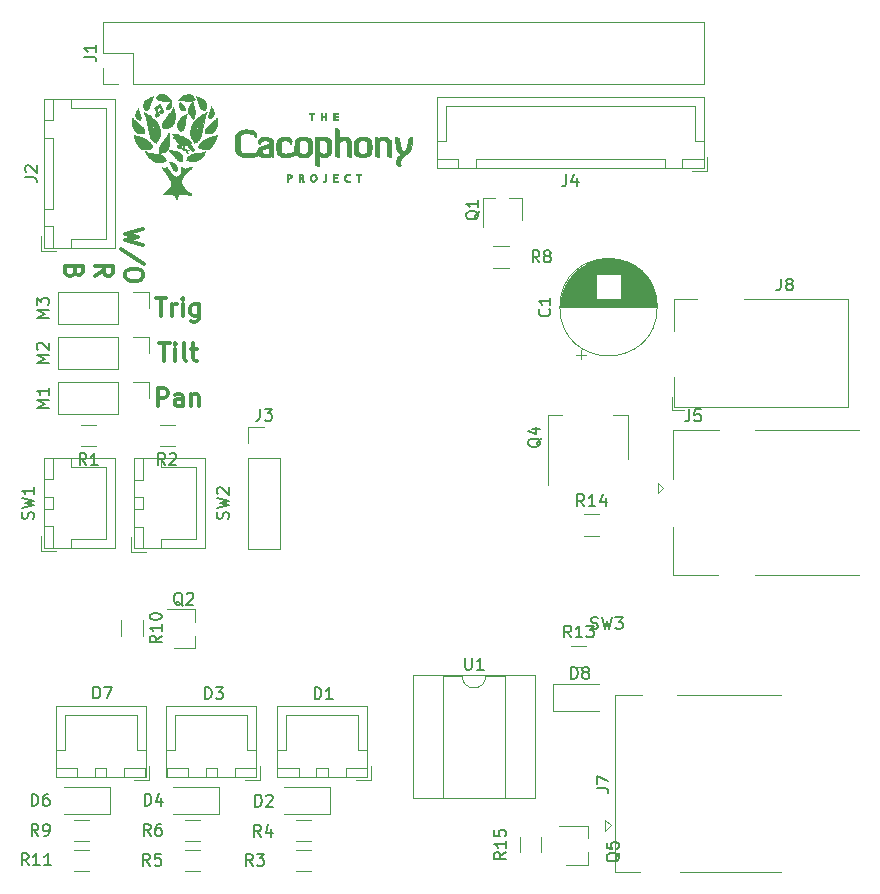
<source format=gbr>
G04 #@! TF.GenerationSoftware,KiCad,Pcbnew,5.0.0-rc2-dev-unknown-2230abd~62~ubuntu16.04.1*
G04 #@! TF.CreationDate,2018-03-12T21:04:26+13:00*
G04 #@! TF.ProjectId,pi-hat,70692D6861742E6B696361645F706362,rev?*
G04 #@! TF.SameCoordinates,Original*
G04 #@! TF.FileFunction,Legend,Top*
G04 #@! TF.FilePolarity,Positive*
%FSLAX46Y46*%
G04 Gerber Fmt 4.6, Leading zero omitted, Abs format (unit mm)*
G04 Created by KiCad (PCBNEW 5.0.0-rc2-dev-unknown-2230abd~62~ubuntu16.04.1) date Mon Mar 12 21:04:26 2018*
%MOMM*%
%LPD*%
G01*
G04 APERTURE LIST*
%ADD10C,0.300000*%
%ADD11C,0.120000*%
%ADD12C,0.010000*%
%ADD13C,0.150000*%
G04 APERTURE END LIST*
D10*
X110591428Y-118660714D02*
X109091428Y-119017857D01*
X110162857Y-119303571D01*
X109091428Y-119589285D01*
X110591428Y-119946428D01*
X110662857Y-121589285D02*
X108734285Y-120303571D01*
X110591428Y-122375000D02*
X110591428Y-122660714D01*
X110520000Y-122803571D01*
X110377142Y-122946428D01*
X110091428Y-123017857D01*
X109591428Y-123017857D01*
X109305714Y-122946428D01*
X109162857Y-122803571D01*
X109091428Y-122660714D01*
X109091428Y-122375000D01*
X109162857Y-122232142D01*
X109305714Y-122089285D01*
X109591428Y-122017857D01*
X110091428Y-122017857D01*
X110377142Y-122089285D01*
X110520000Y-122232142D01*
X110591428Y-122375000D01*
X106551428Y-122609285D02*
X107265714Y-122109285D01*
X106551428Y-121752142D02*
X108051428Y-121752142D01*
X108051428Y-122323571D01*
X107980000Y-122466428D01*
X107908571Y-122537857D01*
X107765714Y-122609285D01*
X107551428Y-122609285D01*
X107408571Y-122537857D01*
X107337142Y-122466428D01*
X107265714Y-122323571D01*
X107265714Y-121752142D01*
X104797142Y-122252142D02*
X104725714Y-122466428D01*
X104654285Y-122537857D01*
X104511428Y-122609285D01*
X104297142Y-122609285D01*
X104154285Y-122537857D01*
X104082857Y-122466428D01*
X104011428Y-122323571D01*
X104011428Y-121752142D01*
X105511428Y-121752142D01*
X105511428Y-122252142D01*
X105440000Y-122395000D01*
X105368571Y-122466428D01*
X105225714Y-122537857D01*
X105082857Y-122537857D01*
X104940000Y-122466428D01*
X104868571Y-122395000D01*
X104797142Y-122252142D01*
X104797142Y-121752142D01*
X111830000Y-133618571D02*
X111830000Y-132118571D01*
X112401428Y-132118571D01*
X112544285Y-132190000D01*
X112615714Y-132261428D01*
X112687142Y-132404285D01*
X112687142Y-132618571D01*
X112615714Y-132761428D01*
X112544285Y-132832857D01*
X112401428Y-132904285D01*
X111830000Y-132904285D01*
X113972857Y-133618571D02*
X113972857Y-132832857D01*
X113901428Y-132690000D01*
X113758571Y-132618571D01*
X113472857Y-132618571D01*
X113330000Y-132690000D01*
X113972857Y-133547142D02*
X113830000Y-133618571D01*
X113472857Y-133618571D01*
X113330000Y-133547142D01*
X113258571Y-133404285D01*
X113258571Y-133261428D01*
X113330000Y-133118571D01*
X113472857Y-133047142D01*
X113830000Y-133047142D01*
X113972857Y-132975714D01*
X114687142Y-132618571D02*
X114687142Y-133618571D01*
X114687142Y-132761428D02*
X114758571Y-132690000D01*
X114901428Y-132618571D01*
X115115714Y-132618571D01*
X115258571Y-132690000D01*
X115330000Y-132832857D01*
X115330000Y-133618571D01*
X111651428Y-124498571D02*
X112508571Y-124498571D01*
X112080000Y-125998571D02*
X112080000Y-124498571D01*
X113008571Y-125998571D02*
X113008571Y-124998571D01*
X113008571Y-125284285D02*
X113080000Y-125141428D01*
X113151428Y-125070000D01*
X113294285Y-124998571D01*
X113437142Y-124998571D01*
X113937142Y-125998571D02*
X113937142Y-124998571D01*
X113937142Y-124498571D02*
X113865714Y-124570000D01*
X113937142Y-124641428D01*
X114008571Y-124570000D01*
X113937142Y-124498571D01*
X113937142Y-124641428D01*
X115294285Y-124998571D02*
X115294285Y-126212857D01*
X115222857Y-126355714D01*
X115151428Y-126427142D01*
X115008571Y-126498571D01*
X114794285Y-126498571D01*
X114651428Y-126427142D01*
X115294285Y-125927142D02*
X115151428Y-125998571D01*
X114865714Y-125998571D01*
X114722857Y-125927142D01*
X114651428Y-125855714D01*
X114580000Y-125712857D01*
X114580000Y-125284285D01*
X114651428Y-125141428D01*
X114722857Y-125070000D01*
X114865714Y-124998571D01*
X115151428Y-124998571D01*
X115294285Y-125070000D01*
X111972857Y-128308571D02*
X112830000Y-128308571D01*
X112401428Y-129808571D02*
X112401428Y-128308571D01*
X113330000Y-129808571D02*
X113330000Y-128808571D01*
X113330000Y-128308571D02*
X113258571Y-128380000D01*
X113330000Y-128451428D01*
X113401428Y-128380000D01*
X113330000Y-128308571D01*
X113330000Y-128451428D01*
X114258571Y-129808571D02*
X114115714Y-129737142D01*
X114044285Y-129594285D01*
X114044285Y-128308571D01*
X114615714Y-128808571D02*
X115187142Y-128808571D01*
X114830000Y-128308571D02*
X114830000Y-129594285D01*
X114901428Y-129737142D01*
X115044285Y-129808571D01*
X115187142Y-129808571D01*
D11*
X149680000Y-168635000D02*
X150180000Y-169135000D01*
X149680000Y-169635000D02*
X149680000Y-168635000D01*
X150180000Y-169135000D02*
X149680000Y-169635000D01*
X150540000Y-158085000D02*
X152870000Y-158085000D01*
X150540000Y-173075000D02*
X152660000Y-173075000D01*
X150540000Y-158085000D02*
X150540000Y-173075000D01*
X155830000Y-158085000D02*
X164630000Y-158085000D01*
X156030000Y-173075000D02*
X164630000Y-173075000D01*
X115429500Y-168647000D02*
X114129500Y-168647000D01*
X115429500Y-170467000D02*
X114129500Y-170467000D01*
X116992000Y-165857000D02*
X113092000Y-165857000D01*
X116992000Y-168177000D02*
X116992000Y-165857000D01*
X113092000Y-168177000D02*
X116992000Y-168177000D01*
X115409500Y-173007000D02*
X114109500Y-173007000D01*
X115409500Y-171187000D02*
X114109500Y-171187000D01*
X122482000Y-168177000D02*
X126382000Y-168177000D01*
X126382000Y-168177000D02*
X126382000Y-165857000D01*
X126382000Y-165857000D02*
X122482000Y-165857000D01*
X129582000Y-165032000D02*
X129582000Y-159062000D01*
X129582000Y-159062000D02*
X121962000Y-159062000D01*
X121962000Y-159062000D02*
X121962000Y-165032000D01*
X121962000Y-165032000D02*
X129582000Y-165032000D01*
X126272000Y-165022000D02*
X126272000Y-164272000D01*
X126272000Y-164272000D02*
X125272000Y-164272000D01*
X125272000Y-164272000D02*
X125272000Y-165022000D01*
X125272000Y-165022000D02*
X126272000Y-165022000D01*
X129572000Y-165022000D02*
X129572000Y-164272000D01*
X129572000Y-164272000D02*
X127772000Y-164272000D01*
X127772000Y-164272000D02*
X127772000Y-165022000D01*
X127772000Y-165022000D02*
X129572000Y-165022000D01*
X123772000Y-165022000D02*
X123772000Y-164272000D01*
X123772000Y-164272000D02*
X121972000Y-164272000D01*
X121972000Y-164272000D02*
X121972000Y-165022000D01*
X121972000Y-165022000D02*
X123772000Y-165022000D01*
X129572000Y-162772000D02*
X128822000Y-162772000D01*
X128822000Y-162772000D02*
X128822000Y-159822000D01*
X128822000Y-159822000D02*
X125772000Y-159822000D01*
X121972000Y-162772000D02*
X122722000Y-162772000D01*
X122722000Y-162772000D02*
X122722000Y-159822000D01*
X122722000Y-159822000D02*
X125772000Y-159822000D01*
X128622000Y-165322000D02*
X129872000Y-165322000D01*
X129872000Y-165322000D02*
X129872000Y-164072000D01*
X124819500Y-173007000D02*
X123519500Y-173007000D01*
X124819500Y-171187000D02*
X123519500Y-171187000D01*
X124819500Y-168647000D02*
X123519500Y-168647000D01*
X124819500Y-170467000D02*
X123519500Y-170467000D01*
D12*
G36*
X114524848Y-107234707D02*
X114639622Y-107259393D01*
X114703397Y-107283413D01*
X114750591Y-107316926D01*
X114802720Y-107371115D01*
X114854130Y-107437448D01*
X114899164Y-107507389D01*
X114932167Y-107572406D01*
X114947482Y-107623964D01*
X114944659Y-107647460D01*
X114903235Y-107693729D01*
X114834843Y-107739240D01*
X114751310Y-107778566D01*
X114664466Y-107806281D01*
X114586139Y-107816957D01*
X114575692Y-107816745D01*
X114547474Y-107813150D01*
X114487701Y-107804055D01*
X114403332Y-107790567D01*
X114301327Y-107773794D01*
X114214231Y-107759184D01*
X114091057Y-107739827D01*
X113968177Y-107723121D01*
X113856247Y-107710335D01*
X113765928Y-107702741D01*
X113727865Y-107701218D01*
X113573653Y-107699436D01*
X113649711Y-107620937D01*
X113748784Y-107530425D01*
X114156338Y-107530425D01*
X114163285Y-107535220D01*
X114196254Y-107537826D01*
X114259255Y-107538832D01*
X114356300Y-107538829D01*
X114386876Y-107538738D01*
X114492137Y-107537361D01*
X114567344Y-107534130D01*
X114609670Y-107529260D01*
X114616288Y-107522964D01*
X114613374Y-107521660D01*
X114540367Y-107504518D01*
X114445207Y-107495170D01*
X114344108Y-107494004D01*
X114253286Y-107501405D01*
X114204461Y-107511905D01*
X114171401Y-107522850D01*
X114156338Y-107530425D01*
X113748784Y-107530425D01*
X113779603Y-107502270D01*
X113922625Y-107398264D01*
X114069850Y-107314273D01*
X114212349Y-107255650D01*
X114294398Y-107234394D01*
X114403620Y-107225637D01*
X114524848Y-107234707D01*
X114524848Y-107234707D01*
G37*
X114524848Y-107234707D02*
X114639622Y-107259393D01*
X114703397Y-107283413D01*
X114750591Y-107316926D01*
X114802720Y-107371115D01*
X114854130Y-107437448D01*
X114899164Y-107507389D01*
X114932167Y-107572406D01*
X114947482Y-107623964D01*
X114944659Y-107647460D01*
X114903235Y-107693729D01*
X114834843Y-107739240D01*
X114751310Y-107778566D01*
X114664466Y-107806281D01*
X114586139Y-107816957D01*
X114575692Y-107816745D01*
X114547474Y-107813150D01*
X114487701Y-107804055D01*
X114403332Y-107790567D01*
X114301327Y-107773794D01*
X114214231Y-107759184D01*
X114091057Y-107739827D01*
X113968177Y-107723121D01*
X113856247Y-107710335D01*
X113765928Y-107702741D01*
X113727865Y-107701218D01*
X113573653Y-107699436D01*
X113649711Y-107620937D01*
X113748784Y-107530425D01*
X114156338Y-107530425D01*
X114163285Y-107535220D01*
X114196254Y-107537826D01*
X114259255Y-107538832D01*
X114356300Y-107538829D01*
X114386876Y-107538738D01*
X114492137Y-107537361D01*
X114567344Y-107534130D01*
X114609670Y-107529260D01*
X114616288Y-107522964D01*
X114613374Y-107521660D01*
X114540367Y-107504518D01*
X114445207Y-107495170D01*
X114344108Y-107494004D01*
X114253286Y-107501405D01*
X114204461Y-107511905D01*
X114171401Y-107522850D01*
X114156338Y-107530425D01*
X113748784Y-107530425D01*
X113779603Y-107502270D01*
X113922625Y-107398264D01*
X114069850Y-107314273D01*
X114212349Y-107255650D01*
X114294398Y-107234394D01*
X114403620Y-107225637D01*
X114524848Y-107234707D01*
G36*
X112322294Y-107221440D02*
X112444637Y-107265844D01*
X112521967Y-107313199D01*
X112613522Y-107384514D01*
X112710863Y-107471917D01*
X112805551Y-107567534D01*
X112889145Y-107663495D01*
X112932640Y-107721044D01*
X112975328Y-107786643D01*
X112990953Y-107825493D01*
X112978629Y-107839856D01*
X112937470Y-107831994D01*
X112895384Y-107816262D01*
X112861798Y-107809455D01*
X112795706Y-107801735D01*
X112703649Y-107793655D01*
X112592172Y-107785769D01*
X112467815Y-107778630D01*
X112426461Y-107776598D01*
X112297036Y-107769759D01*
X112176207Y-107761995D01*
X112071095Y-107753872D01*
X111988819Y-107745953D01*
X111936501Y-107738805D01*
X111928265Y-107737038D01*
X111876737Y-107714294D01*
X111816222Y-107673723D01*
X111755819Y-107623406D01*
X111704622Y-107571425D01*
X111671731Y-107525860D01*
X111664461Y-107502689D01*
X111677804Y-107477234D01*
X111683623Y-107470021D01*
X111908692Y-107470021D01*
X112055231Y-107488623D01*
X112153537Y-107504081D01*
X112260749Y-107525431D01*
X112338538Y-107544156D01*
X112425121Y-107566764D01*
X112475583Y-107577680D01*
X112491171Y-107576648D01*
X112473131Y-107563415D01*
X112422707Y-107537723D01*
X112406923Y-107530150D01*
X112347961Y-107504984D01*
X112290771Y-107488976D01*
X112222771Y-107479814D01*
X112131382Y-107475186D01*
X112104077Y-107474482D01*
X111908692Y-107470021D01*
X111683623Y-107470021D01*
X111713603Y-107432866D01*
X111765516Y-107377085D01*
X111797513Y-107345345D01*
X111865102Y-107282348D01*
X111915995Y-107242144D01*
X111959839Y-107218664D01*
X112006283Y-107205838D01*
X112023969Y-107202887D01*
X112171922Y-107197386D01*
X112322294Y-107221440D01*
X112322294Y-107221440D01*
G37*
X112322294Y-107221440D02*
X112444637Y-107265844D01*
X112521967Y-107313199D01*
X112613522Y-107384514D01*
X112710863Y-107471917D01*
X112805551Y-107567534D01*
X112889145Y-107663495D01*
X112932640Y-107721044D01*
X112975328Y-107786643D01*
X112990953Y-107825493D01*
X112978629Y-107839856D01*
X112937470Y-107831994D01*
X112895384Y-107816262D01*
X112861798Y-107809455D01*
X112795706Y-107801735D01*
X112703649Y-107793655D01*
X112592172Y-107785769D01*
X112467815Y-107778630D01*
X112426461Y-107776598D01*
X112297036Y-107769759D01*
X112176207Y-107761995D01*
X112071095Y-107753872D01*
X111988819Y-107745953D01*
X111936501Y-107738805D01*
X111928265Y-107737038D01*
X111876737Y-107714294D01*
X111816222Y-107673723D01*
X111755819Y-107623406D01*
X111704622Y-107571425D01*
X111671731Y-107525860D01*
X111664461Y-107502689D01*
X111677804Y-107477234D01*
X111683623Y-107470021D01*
X111908692Y-107470021D01*
X112055231Y-107488623D01*
X112153537Y-107504081D01*
X112260749Y-107525431D01*
X112338538Y-107544156D01*
X112425121Y-107566764D01*
X112475583Y-107577680D01*
X112491171Y-107576648D01*
X112473131Y-107563415D01*
X112422707Y-107537723D01*
X112406923Y-107530150D01*
X112347961Y-107504984D01*
X112290771Y-107488976D01*
X112222771Y-107479814D01*
X112131382Y-107475186D01*
X112104077Y-107474482D01*
X111908692Y-107470021D01*
X111683623Y-107470021D01*
X111713603Y-107432866D01*
X111765516Y-107377085D01*
X111797513Y-107345345D01*
X111865102Y-107282348D01*
X111915995Y-107242144D01*
X111959839Y-107218664D01*
X112006283Y-107205838D01*
X112023969Y-107202887D01*
X112171922Y-107197386D01*
X112322294Y-107221440D01*
G36*
X112906093Y-107901771D02*
X112917557Y-107932110D01*
X112925611Y-107989993D01*
X112929958Y-108064013D01*
X112930302Y-108142763D01*
X112926347Y-108214834D01*
X112917797Y-108268818D01*
X112915799Y-108275575D01*
X112885548Y-108337319D01*
X112841573Y-108397016D01*
X112833745Y-108405249D01*
X112792240Y-108440861D01*
X112749874Y-108458327D01*
X112689773Y-108463689D01*
X112670074Y-108463846D01*
X112609249Y-108462668D01*
X112576615Y-108455098D01*
X112561288Y-108435085D01*
X112552765Y-108398620D01*
X112553298Y-108320452D01*
X112568519Y-108266403D01*
X112591601Y-108227208D01*
X112632060Y-108173309D01*
X112683934Y-108111143D01*
X112741265Y-108047148D01*
X112798091Y-107987762D01*
X112848452Y-107939422D01*
X112886389Y-107908567D01*
X112905942Y-107901633D01*
X112906093Y-107901771D01*
X112906093Y-107901771D01*
G37*
X112906093Y-107901771D02*
X112917557Y-107932110D01*
X112925611Y-107989993D01*
X112929958Y-108064013D01*
X112930302Y-108142763D01*
X112926347Y-108214834D01*
X112917797Y-108268818D01*
X112915799Y-108275575D01*
X112885548Y-108337319D01*
X112841573Y-108397016D01*
X112833745Y-108405249D01*
X112792240Y-108440861D01*
X112749874Y-108458327D01*
X112689773Y-108463689D01*
X112670074Y-108463846D01*
X112609249Y-108462668D01*
X112576615Y-108455098D01*
X112561288Y-108435085D01*
X112552765Y-108398620D01*
X112553298Y-108320452D01*
X112568519Y-108266403D01*
X112591601Y-108227208D01*
X112632060Y-108173309D01*
X112683934Y-108111143D01*
X112741265Y-108047148D01*
X112798091Y-107987762D01*
X112848452Y-107939422D01*
X112886389Y-107908567D01*
X112905942Y-107901633D01*
X112906093Y-107901771D01*
G36*
X113704329Y-107921193D02*
X113731840Y-107942963D01*
X113775461Y-107985303D01*
X113839604Y-108051311D01*
X113878305Y-108091610D01*
X113964315Y-108182885D01*
X114025933Y-108253424D01*
X114067073Y-108309431D01*
X114091650Y-108357111D01*
X114103576Y-108402668D01*
X114106767Y-108452305D01*
X114106769Y-108453751D01*
X114103252Y-108520385D01*
X114087165Y-108558677D01*
X114050210Y-108576322D01*
X113984084Y-108581014D01*
X113969408Y-108581077D01*
X113896957Y-108577719D01*
X113846806Y-108564360D01*
X113802513Y-108536070D01*
X113792872Y-108528154D01*
X113726326Y-108455649D01*
X113683951Y-108367173D01*
X113671030Y-108297769D01*
X113833231Y-108297769D01*
X113843000Y-108307538D01*
X113852769Y-108297769D01*
X113843000Y-108288000D01*
X113833231Y-108297769D01*
X113671030Y-108297769D01*
X113663754Y-108258692D01*
X113813692Y-108258692D01*
X113823461Y-108268461D01*
X113833231Y-108258692D01*
X113823461Y-108248923D01*
X113813692Y-108258692D01*
X113663754Y-108258692D01*
X113663186Y-108255644D01*
X113660125Y-108161000D01*
X113662572Y-108078608D01*
X113667306Y-108004595D01*
X113673372Y-107953226D01*
X113674350Y-107948301D01*
X113679996Y-107926961D01*
X113688518Y-107916892D01*
X113704329Y-107921193D01*
X113704329Y-107921193D01*
G37*
X113704329Y-107921193D02*
X113731840Y-107942963D01*
X113775461Y-107985303D01*
X113839604Y-108051311D01*
X113878305Y-108091610D01*
X113964315Y-108182885D01*
X114025933Y-108253424D01*
X114067073Y-108309431D01*
X114091650Y-108357111D01*
X114103576Y-108402668D01*
X114106767Y-108452305D01*
X114106769Y-108453751D01*
X114103252Y-108520385D01*
X114087165Y-108558677D01*
X114050210Y-108576322D01*
X113984084Y-108581014D01*
X113969408Y-108581077D01*
X113896957Y-108577719D01*
X113846806Y-108564360D01*
X113802513Y-108536070D01*
X113792872Y-108528154D01*
X113726326Y-108455649D01*
X113683951Y-108367173D01*
X113671030Y-108297769D01*
X113833231Y-108297769D01*
X113843000Y-108307538D01*
X113852769Y-108297769D01*
X113843000Y-108288000D01*
X113833231Y-108297769D01*
X113671030Y-108297769D01*
X113663754Y-108258692D01*
X113813692Y-108258692D01*
X113823461Y-108268461D01*
X113833231Y-108258692D01*
X113823461Y-108248923D01*
X113813692Y-108258692D01*
X113663754Y-108258692D01*
X113663186Y-108255644D01*
X113660125Y-108161000D01*
X113662572Y-108078608D01*
X113667306Y-108004595D01*
X113673372Y-107953226D01*
X113674350Y-107948301D01*
X113679996Y-107926961D01*
X113688518Y-107916892D01*
X113704329Y-107921193D01*
G36*
X115151326Y-107417610D02*
X115216430Y-107441415D01*
X115297871Y-107476112D01*
X115386754Y-107517625D01*
X115474186Y-107561882D01*
X115551273Y-107604809D01*
X115584877Y-107625617D01*
X115726634Y-107736241D01*
X115834624Y-107860503D01*
X115907424Y-107996136D01*
X115943610Y-108140872D01*
X115947544Y-108203357D01*
X115944688Y-108261063D01*
X115932084Y-108314051D01*
X115905494Y-108374761D01*
X115862901Y-108451810D01*
X115821184Y-108518268D01*
X115783204Y-108569232D01*
X115755100Y-108596809D01*
X115748000Y-108599524D01*
X115712868Y-108591890D01*
X115660122Y-108572490D01*
X115640538Y-108563906D01*
X115549145Y-108507313D01*
X115470224Y-108431601D01*
X115426024Y-108366560D01*
X115408687Y-108324254D01*
X115385919Y-108257360D01*
X115362171Y-108179099D01*
X115358274Y-108165320D01*
X115318269Y-108027386D01*
X115276441Y-107892328D01*
X115270193Y-107873360D01*
X115503205Y-107873360D01*
X115515369Y-107906347D01*
X115544105Y-107967419D01*
X115582121Y-108043281D01*
X115623825Y-108127718D01*
X115657960Y-108201325D01*
X115680991Y-108256162D01*
X115689384Y-108284218D01*
X115694898Y-108304493D01*
X115700438Y-108302998D01*
X115702484Y-108279150D01*
X115694809Y-108231780D01*
X115688754Y-108206934D01*
X115655914Y-108108044D01*
X115612872Y-108011662D01*
X115565764Y-107930021D01*
X115523852Y-107878204D01*
X115506428Y-107865099D01*
X115503205Y-107873360D01*
X115270193Y-107873360D01*
X115234971Y-107766436D01*
X115196041Y-107656005D01*
X115161830Y-107567326D01*
X115134520Y-107506691D01*
X115123484Y-107487928D01*
X115092762Y-107441022D01*
X115086278Y-107417028D01*
X115102986Y-107409064D01*
X115111453Y-107408769D01*
X115151326Y-107417610D01*
X115151326Y-107417610D01*
G37*
X115151326Y-107417610D02*
X115216430Y-107441415D01*
X115297871Y-107476112D01*
X115386754Y-107517625D01*
X115474186Y-107561882D01*
X115551273Y-107604809D01*
X115584877Y-107625617D01*
X115726634Y-107736241D01*
X115834624Y-107860503D01*
X115907424Y-107996136D01*
X115943610Y-108140872D01*
X115947544Y-108203357D01*
X115944688Y-108261063D01*
X115932084Y-108314051D01*
X115905494Y-108374761D01*
X115862901Y-108451810D01*
X115821184Y-108518268D01*
X115783204Y-108569232D01*
X115755100Y-108596809D01*
X115748000Y-108599524D01*
X115712868Y-108591890D01*
X115660122Y-108572490D01*
X115640538Y-108563906D01*
X115549145Y-108507313D01*
X115470224Y-108431601D01*
X115426024Y-108366560D01*
X115408687Y-108324254D01*
X115385919Y-108257360D01*
X115362171Y-108179099D01*
X115358274Y-108165320D01*
X115318269Y-108027386D01*
X115276441Y-107892328D01*
X115270193Y-107873360D01*
X115503205Y-107873360D01*
X115515369Y-107906347D01*
X115544105Y-107967419D01*
X115582121Y-108043281D01*
X115623825Y-108127718D01*
X115657960Y-108201325D01*
X115680991Y-108256162D01*
X115689384Y-108284218D01*
X115694898Y-108304493D01*
X115700438Y-108302998D01*
X115702484Y-108279150D01*
X115694809Y-108231780D01*
X115688754Y-108206934D01*
X115655914Y-108108044D01*
X115612872Y-108011662D01*
X115565764Y-107930021D01*
X115523852Y-107878204D01*
X115506428Y-107865099D01*
X115503205Y-107873360D01*
X115270193Y-107873360D01*
X115234971Y-107766436D01*
X115196041Y-107656005D01*
X115161830Y-107567326D01*
X115134520Y-107506691D01*
X115123484Y-107487928D01*
X115092762Y-107441022D01*
X115086278Y-107417028D01*
X115102986Y-107409064D01*
X115111453Y-107408769D01*
X115151326Y-107417610D01*
G36*
X111420391Y-107412186D02*
X111416230Y-107432015D01*
X111398273Y-107476906D01*
X111370830Y-107536249D01*
X111345973Y-107594568D01*
X111313537Y-107681320D01*
X111276724Y-107787376D01*
X111238734Y-107903606D01*
X111213450Y-107985154D01*
X111166127Y-108137004D01*
X111125318Y-108255936D01*
X111088437Y-108347032D01*
X111052899Y-108415377D01*
X111016117Y-108466053D01*
X110975507Y-108504145D01*
X110936134Y-108530375D01*
X110854268Y-108573760D01*
X110795844Y-108592761D01*
X110754213Y-108587927D01*
X110722727Y-108559807D01*
X110715296Y-108548606D01*
X110682270Y-108496101D01*
X110642268Y-108434206D01*
X110631811Y-108418305D01*
X110592457Y-108334822D01*
X110587329Y-108305517D01*
X110806781Y-108305517D01*
X110811787Y-108308716D01*
X110829621Y-108275052D01*
X110860029Y-108204416D01*
X110861807Y-108200077D01*
X110902570Y-108108012D01*
X110951603Y-108007827D01*
X110989916Y-107936308D01*
X111025187Y-107873367D01*
X111041781Y-107840048D01*
X111040738Y-107832235D01*
X111023096Y-107845811D01*
X111009641Y-107858154D01*
X110951033Y-107930443D01*
X110895216Y-108032280D01*
X110847153Y-108154196D01*
X110836256Y-108188969D01*
X110814853Y-108265565D01*
X110806781Y-108305517D01*
X110587329Y-108305517D01*
X110574164Y-108230303D01*
X110573927Y-108227131D01*
X110582573Y-108084382D01*
X110628853Y-107948305D01*
X110711681Y-107820294D01*
X110829972Y-107701746D01*
X110982642Y-107594056D01*
X111124915Y-107518483D01*
X111218574Y-107476421D01*
X111301831Y-107442756D01*
X111367830Y-107419953D01*
X111409717Y-107410478D01*
X111420391Y-107412186D01*
X111420391Y-107412186D01*
G37*
X111420391Y-107412186D02*
X111416230Y-107432015D01*
X111398273Y-107476906D01*
X111370830Y-107536249D01*
X111345973Y-107594568D01*
X111313537Y-107681320D01*
X111276724Y-107787376D01*
X111238734Y-107903606D01*
X111213450Y-107985154D01*
X111166127Y-108137004D01*
X111125318Y-108255936D01*
X111088437Y-108347032D01*
X111052899Y-108415377D01*
X111016117Y-108466053D01*
X110975507Y-108504145D01*
X110936134Y-108530375D01*
X110854268Y-108573760D01*
X110795844Y-108592761D01*
X110754213Y-108587927D01*
X110722727Y-108559807D01*
X110715296Y-108548606D01*
X110682270Y-108496101D01*
X110642268Y-108434206D01*
X110631811Y-108418305D01*
X110592457Y-108334822D01*
X110587329Y-108305517D01*
X110806781Y-108305517D01*
X110811787Y-108308716D01*
X110829621Y-108275052D01*
X110860029Y-108204416D01*
X110861807Y-108200077D01*
X110902570Y-108108012D01*
X110951603Y-108007827D01*
X110989916Y-107936308D01*
X111025187Y-107873367D01*
X111041781Y-107840048D01*
X111040738Y-107832235D01*
X111023096Y-107845811D01*
X111009641Y-107858154D01*
X110951033Y-107930443D01*
X110895216Y-108032280D01*
X110847153Y-108154196D01*
X110836256Y-108188969D01*
X110814853Y-108265565D01*
X110806781Y-108305517D01*
X110587329Y-108305517D01*
X110574164Y-108230303D01*
X110573927Y-108227131D01*
X110582573Y-108084382D01*
X110628853Y-107948305D01*
X110711681Y-107820294D01*
X110829972Y-107701746D01*
X110982642Y-107594056D01*
X111124915Y-107518483D01*
X111218574Y-107476421D01*
X111301831Y-107442756D01*
X111367830Y-107419953D01*
X111409717Y-107410478D01*
X111420391Y-107412186D01*
G36*
X112142654Y-108306541D02*
X112191741Y-108406905D01*
X112233875Y-108497543D01*
X112266089Y-108571709D01*
X112285418Y-108622657D01*
X112289692Y-108640951D01*
X112276447Y-108680264D01*
X112243540Y-108727167D01*
X112232580Y-108738887D01*
X112171040Y-108781067D01*
X112104031Y-108797326D01*
X112040637Y-108789584D01*
X111989940Y-108759756D01*
X111961025Y-108709762D01*
X111957538Y-108680831D01*
X111975307Y-108606321D01*
X112028231Y-108548506D01*
X112055832Y-108531920D01*
X112113890Y-108501897D01*
X112054971Y-108385179D01*
X112023838Y-108326285D01*
X111998984Y-108284335D01*
X111985849Y-108268461D01*
X111963196Y-108280396D01*
X111921212Y-108311298D01*
X111868543Y-108353812D01*
X111813832Y-108400585D01*
X111765724Y-108444263D01*
X111732863Y-108477491D01*
X111723358Y-108491775D01*
X111731525Y-108516834D01*
X111753491Y-108569069D01*
X111785808Y-108640591D01*
X111821050Y-108715262D01*
X111860011Y-108799496D01*
X111891556Y-108873815D01*
X111912166Y-108929515D01*
X111918461Y-108956111D01*
X111905277Y-108993690D01*
X111872501Y-109039613D01*
X111861349Y-109051503D01*
X111795494Y-109095777D01*
X111723515Y-109109757D01*
X111656358Y-109092604D01*
X111625384Y-109069538D01*
X111590866Y-109011866D01*
X111591143Y-108949496D01*
X111624084Y-108890520D01*
X111684601Y-108844535D01*
X111742659Y-108814512D01*
X111686443Y-108702679D01*
X111647107Y-108621772D01*
X111607111Y-108535399D01*
X111586563Y-108488829D01*
X111542900Y-108386813D01*
X111598796Y-108340077D01*
X111636938Y-108308394D01*
X111696327Y-108259298D01*
X111768017Y-108200180D01*
X111825154Y-108153148D01*
X111995616Y-108012955D01*
X112142654Y-108306541D01*
X112142654Y-108306541D01*
G37*
X112142654Y-108306541D02*
X112191741Y-108406905D01*
X112233875Y-108497543D01*
X112266089Y-108571709D01*
X112285418Y-108622657D01*
X112289692Y-108640951D01*
X112276447Y-108680264D01*
X112243540Y-108727167D01*
X112232580Y-108738887D01*
X112171040Y-108781067D01*
X112104031Y-108797326D01*
X112040637Y-108789584D01*
X111989940Y-108759756D01*
X111961025Y-108709762D01*
X111957538Y-108680831D01*
X111975307Y-108606321D01*
X112028231Y-108548506D01*
X112055832Y-108531920D01*
X112113890Y-108501897D01*
X112054971Y-108385179D01*
X112023838Y-108326285D01*
X111998984Y-108284335D01*
X111985849Y-108268461D01*
X111963196Y-108280396D01*
X111921212Y-108311298D01*
X111868543Y-108353812D01*
X111813832Y-108400585D01*
X111765724Y-108444263D01*
X111732863Y-108477491D01*
X111723358Y-108491775D01*
X111731525Y-108516834D01*
X111753491Y-108569069D01*
X111785808Y-108640591D01*
X111821050Y-108715262D01*
X111860011Y-108799496D01*
X111891556Y-108873815D01*
X111912166Y-108929515D01*
X111918461Y-108956111D01*
X111905277Y-108993690D01*
X111872501Y-109039613D01*
X111861349Y-109051503D01*
X111795494Y-109095777D01*
X111723515Y-109109757D01*
X111656358Y-109092604D01*
X111625384Y-109069538D01*
X111590866Y-109011866D01*
X111591143Y-108949496D01*
X111624084Y-108890520D01*
X111684601Y-108844535D01*
X111742659Y-108814512D01*
X111686443Y-108702679D01*
X111647107Y-108621772D01*
X111607111Y-108535399D01*
X111586563Y-108488829D01*
X111542900Y-108386813D01*
X111598796Y-108340077D01*
X111636938Y-108308394D01*
X111696327Y-108259298D01*
X111768017Y-108200180D01*
X111825154Y-108153148D01*
X111995616Y-108012955D01*
X112142654Y-108306541D01*
G36*
X116378407Y-108309080D02*
X116438712Y-108398933D01*
X116492684Y-108507593D01*
X116536721Y-108624410D01*
X116567218Y-108738733D01*
X116580571Y-108839910D01*
X116577662Y-108897969D01*
X116550961Y-109009316D01*
X116509638Y-109091402D01*
X116446476Y-109153339D01*
X116354256Y-109204237D01*
X116325233Y-109216540D01*
X116264390Y-109239970D01*
X116228366Y-109248403D01*
X116206299Y-109242786D01*
X116190897Y-109228236D01*
X116151713Y-109174499D01*
X116128390Y-109117441D01*
X116121215Y-109051113D01*
X116125778Y-109010923D01*
X116314615Y-109010923D01*
X116321764Y-109027005D01*
X116327641Y-109023949D01*
X116329979Y-109000761D01*
X116327641Y-108997897D01*
X116316025Y-109000579D01*
X116314615Y-109010923D01*
X116125778Y-109010923D01*
X116130475Y-108969563D01*
X116134588Y-108953298D01*
X116340921Y-108953298D01*
X116347644Y-108956149D01*
X116355314Y-108945542D01*
X116368257Y-108907168D01*
X116379169Y-108844924D01*
X116384468Y-108789235D01*
X116388070Y-108725337D01*
X116388409Y-108698083D01*
X116384678Y-108705116D01*
X116376070Y-108744080D01*
X116373395Y-108756923D01*
X116353524Y-108856524D01*
X116342790Y-108921036D01*
X116340921Y-108953298D01*
X116134588Y-108953298D01*
X116156457Y-108866840D01*
X116199451Y-108736994D01*
X116216988Y-108688359D01*
X116253393Y-108585740D01*
X116285553Y-108489359D01*
X116310542Y-108408405D01*
X116325433Y-108352068D01*
X116327472Y-108341477D01*
X116340198Y-108261893D01*
X116378407Y-108309080D01*
X116378407Y-108309080D01*
G37*
X116378407Y-108309080D02*
X116438712Y-108398933D01*
X116492684Y-108507593D01*
X116536721Y-108624410D01*
X116567218Y-108738733D01*
X116580571Y-108839910D01*
X116577662Y-108897969D01*
X116550961Y-109009316D01*
X116509638Y-109091402D01*
X116446476Y-109153339D01*
X116354256Y-109204237D01*
X116325233Y-109216540D01*
X116264390Y-109239970D01*
X116228366Y-109248403D01*
X116206299Y-109242786D01*
X116190897Y-109228236D01*
X116151713Y-109174499D01*
X116128390Y-109117441D01*
X116121215Y-109051113D01*
X116125778Y-109010923D01*
X116314615Y-109010923D01*
X116321764Y-109027005D01*
X116327641Y-109023949D01*
X116329979Y-109000761D01*
X116327641Y-108997897D01*
X116316025Y-109000579D01*
X116314615Y-109010923D01*
X116125778Y-109010923D01*
X116130475Y-108969563D01*
X116134588Y-108953298D01*
X116340921Y-108953298D01*
X116347644Y-108956149D01*
X116355314Y-108945542D01*
X116368257Y-108907168D01*
X116379169Y-108844924D01*
X116384468Y-108789235D01*
X116388070Y-108725337D01*
X116388409Y-108698083D01*
X116384678Y-108705116D01*
X116376070Y-108744080D01*
X116373395Y-108756923D01*
X116353524Y-108856524D01*
X116342790Y-108921036D01*
X116340921Y-108953298D01*
X116134588Y-108953298D01*
X116156457Y-108866840D01*
X116199451Y-108736994D01*
X116216988Y-108688359D01*
X116253393Y-108585740D01*
X116285553Y-108489359D01*
X116310542Y-108408405D01*
X116325433Y-108352068D01*
X116327472Y-108341477D01*
X116340198Y-108261893D01*
X116378407Y-108309080D01*
G36*
X114771270Y-107871410D02*
X114780376Y-107894934D01*
X114796272Y-107949651D01*
X114817249Y-108028612D01*
X114841598Y-108124871D01*
X114867612Y-108231477D01*
X114893582Y-108341482D01*
X114917800Y-108447939D01*
X114938557Y-108543898D01*
X114947982Y-108590196D01*
X114959847Y-108689221D01*
X114960924Y-108795460D01*
X114958461Y-108829066D01*
X114948529Y-108895357D01*
X114931636Y-108978160D01*
X114910264Y-109068090D01*
X114886892Y-109155759D01*
X114864003Y-109231781D01*
X114844075Y-109286769D01*
X114831391Y-109309888D01*
X114811833Y-109306246D01*
X114784163Y-109276774D01*
X114780116Y-109270836D01*
X114750828Y-109232452D01*
X114702571Y-109175709D01*
X114643651Y-109110228D01*
X114614496Y-109079020D01*
X114526704Y-108978139D01*
X114467141Y-108886285D01*
X114431018Y-108791582D01*
X114417426Y-108706449D01*
X114674927Y-108706449D01*
X114678519Y-108731790D01*
X114685189Y-108732093D01*
X114689853Y-108705943D01*
X114686731Y-108694644D01*
X114678056Y-108687243D01*
X114674927Y-108706449D01*
X114417426Y-108706449D01*
X114413547Y-108682155D01*
X114409782Y-108571308D01*
X114410148Y-108551769D01*
X114656592Y-108551769D01*
X114658271Y-108605931D01*
X114663845Y-108623952D01*
X114673384Y-108610385D01*
X114683349Y-108568010D01*
X114689367Y-108505399D01*
X114690176Y-108473615D01*
X114688497Y-108419453D01*
X114682924Y-108401433D01*
X114673384Y-108415000D01*
X114663420Y-108457375D01*
X114657402Y-108519985D01*
X114656592Y-108551769D01*
X114410148Y-108551769D01*
X114411499Y-108479785D01*
X114418267Y-108413112D01*
X114432821Y-108357128D01*
X114441374Y-108336846D01*
X114692923Y-108336846D01*
X114702692Y-108346615D01*
X114712461Y-108336846D01*
X114702692Y-108327077D01*
X114692923Y-108336846D01*
X114441374Y-108336846D01*
X114457895Y-108297675D01*
X114465797Y-108281287D01*
X114500371Y-108218091D01*
X114545703Y-108145613D01*
X114596953Y-108070346D01*
X114649282Y-107998782D01*
X114697852Y-107937415D01*
X114737823Y-107892736D01*
X114764358Y-107871239D01*
X114771270Y-107871410D01*
X114771270Y-107871410D01*
G37*
X114771270Y-107871410D02*
X114780376Y-107894934D01*
X114796272Y-107949651D01*
X114817249Y-108028612D01*
X114841598Y-108124871D01*
X114867612Y-108231477D01*
X114893582Y-108341482D01*
X114917800Y-108447939D01*
X114938557Y-108543898D01*
X114947982Y-108590196D01*
X114959847Y-108689221D01*
X114960924Y-108795460D01*
X114958461Y-108829066D01*
X114948529Y-108895357D01*
X114931636Y-108978160D01*
X114910264Y-109068090D01*
X114886892Y-109155759D01*
X114864003Y-109231781D01*
X114844075Y-109286769D01*
X114831391Y-109309888D01*
X114811833Y-109306246D01*
X114784163Y-109276774D01*
X114780116Y-109270836D01*
X114750828Y-109232452D01*
X114702571Y-109175709D01*
X114643651Y-109110228D01*
X114614496Y-109079020D01*
X114526704Y-108978139D01*
X114467141Y-108886285D01*
X114431018Y-108791582D01*
X114417426Y-108706449D01*
X114674927Y-108706449D01*
X114678519Y-108731790D01*
X114685189Y-108732093D01*
X114689853Y-108705943D01*
X114686731Y-108694644D01*
X114678056Y-108687243D01*
X114674927Y-108706449D01*
X114417426Y-108706449D01*
X114413547Y-108682155D01*
X114409782Y-108571308D01*
X114410148Y-108551769D01*
X114656592Y-108551769D01*
X114658271Y-108605931D01*
X114663845Y-108623952D01*
X114673384Y-108610385D01*
X114683349Y-108568010D01*
X114689367Y-108505399D01*
X114690176Y-108473615D01*
X114688497Y-108419453D01*
X114682924Y-108401433D01*
X114673384Y-108415000D01*
X114663420Y-108457375D01*
X114657402Y-108519985D01*
X114656592Y-108551769D01*
X114410148Y-108551769D01*
X114411499Y-108479785D01*
X114418267Y-108413112D01*
X114432821Y-108357128D01*
X114441374Y-108336846D01*
X114692923Y-108336846D01*
X114702692Y-108346615D01*
X114712461Y-108336846D01*
X114702692Y-108327077D01*
X114692923Y-108336846D01*
X114441374Y-108336846D01*
X114457895Y-108297675D01*
X114465797Y-108281287D01*
X114500371Y-108218091D01*
X114545703Y-108145613D01*
X114596953Y-108070346D01*
X114649282Y-107998782D01*
X114697852Y-107937415D01*
X114737823Y-107892736D01*
X114764358Y-107871239D01*
X114771270Y-107871410D01*
G36*
X110178888Y-108439335D02*
X110185472Y-108472068D01*
X110203246Y-108534208D01*
X110229935Y-108618475D01*
X110263266Y-108717593D01*
X110287000Y-108785365D01*
X110335621Y-108927524D01*
X110368880Y-109039833D01*
X110387517Y-109128048D01*
X110392272Y-109197924D01*
X110383887Y-109255217D01*
X110363100Y-109305682D01*
X110355598Y-109318654D01*
X110329895Y-109356371D01*
X110304349Y-109374952D01*
X110269289Y-109375260D01*
X110215043Y-109358157D01*
X110160000Y-109336090D01*
X110069005Y-109286225D01*
X110005186Y-109219195D01*
X109967458Y-109137923D01*
X110179538Y-109137923D01*
X110189307Y-109147692D01*
X110199077Y-109137923D01*
X110189307Y-109128154D01*
X110179538Y-109137923D01*
X109967458Y-109137923D01*
X109962473Y-109127185D01*
X109944941Y-109059115D01*
X109933686Y-108983595D01*
X109936400Y-108915514D01*
X109943812Y-108880156D01*
X110123203Y-108880156D01*
X110125673Y-108922208D01*
X110134019Y-108977113D01*
X110145685Y-109033228D01*
X110158115Y-109078911D01*
X110168753Y-109102521D01*
X110172125Y-109103003D01*
X110172114Y-109081792D01*
X110165398Y-109032661D01*
X110153408Y-108965912D01*
X110152359Y-108960600D01*
X110139364Y-108903137D01*
X110129171Y-108872893D01*
X110123617Y-108874941D01*
X110123203Y-108880156D01*
X109943812Y-108880156D01*
X109953044Y-108836123D01*
X109985189Y-108735805D01*
X110029798Y-108629308D01*
X110080270Y-108530642D01*
X110130006Y-108453820D01*
X110137657Y-108444248D01*
X110178238Y-108395461D01*
X110178888Y-108439335D01*
X110178888Y-108439335D01*
G37*
X110178888Y-108439335D02*
X110185472Y-108472068D01*
X110203246Y-108534208D01*
X110229935Y-108618475D01*
X110263266Y-108717593D01*
X110287000Y-108785365D01*
X110335621Y-108927524D01*
X110368880Y-109039833D01*
X110387517Y-109128048D01*
X110392272Y-109197924D01*
X110383887Y-109255217D01*
X110363100Y-109305682D01*
X110355598Y-109318654D01*
X110329895Y-109356371D01*
X110304349Y-109374952D01*
X110269289Y-109375260D01*
X110215043Y-109358157D01*
X110160000Y-109336090D01*
X110069005Y-109286225D01*
X110005186Y-109219195D01*
X109967458Y-109137923D01*
X110179538Y-109137923D01*
X110189307Y-109147692D01*
X110199077Y-109137923D01*
X110189307Y-109128154D01*
X110179538Y-109137923D01*
X109967458Y-109137923D01*
X109962473Y-109127185D01*
X109944941Y-109059115D01*
X109933686Y-108983595D01*
X109936400Y-108915514D01*
X109943812Y-108880156D01*
X110123203Y-108880156D01*
X110125673Y-108922208D01*
X110134019Y-108977113D01*
X110145685Y-109033228D01*
X110158115Y-109078911D01*
X110168753Y-109102521D01*
X110172125Y-109103003D01*
X110172114Y-109081792D01*
X110165398Y-109032661D01*
X110153408Y-108965912D01*
X110152359Y-108960600D01*
X110139364Y-108903137D01*
X110129171Y-108872893D01*
X110123617Y-108874941D01*
X110123203Y-108880156D01*
X109943812Y-108880156D01*
X109953044Y-108836123D01*
X109985189Y-108735805D01*
X110029798Y-108629308D01*
X110080270Y-108530642D01*
X110130006Y-108453820D01*
X110137657Y-108444248D01*
X110178238Y-108395461D01*
X110178888Y-108439335D01*
G36*
X126980681Y-108776801D02*
X127034913Y-108779102D01*
X127064707Y-108785293D01*
X127077383Y-108797298D01*
X127080260Y-108817045D01*
X127080307Y-108825308D01*
X127078296Y-108850827D01*
X127066586Y-108865432D01*
X127036661Y-108872165D01*
X126980008Y-108874065D01*
X126943538Y-108874154D01*
X126806769Y-108874154D01*
X126806769Y-109050000D01*
X126933769Y-109050000D01*
X127002499Y-109051218D01*
X127040818Y-109056643D01*
X127057360Y-109068932D01*
X127060769Y-109089077D01*
X127056811Y-109110225D01*
X127039180Y-109122015D01*
X126999241Y-109127105D01*
X126933769Y-109128154D01*
X126806769Y-109128154D01*
X126806769Y-109343077D01*
X126943538Y-109343077D01*
X127014993Y-109343795D01*
X127055887Y-109347977D01*
X127074738Y-109358665D01*
X127080058Y-109378898D01*
X127080307Y-109391923D01*
X127079018Y-109414552D01*
X127070272Y-109428823D01*
X127046748Y-109436664D01*
X127001127Y-109439999D01*
X126926089Y-109440757D01*
X126894692Y-109440769D01*
X126709077Y-109440769D01*
X126709077Y-108776461D01*
X126894692Y-108776461D01*
X126980681Y-108776801D01*
X126980681Y-108776801D01*
G37*
X126980681Y-108776801D02*
X127034913Y-108779102D01*
X127064707Y-108785293D01*
X127077383Y-108797298D01*
X127080260Y-108817045D01*
X127080307Y-108825308D01*
X127078296Y-108850827D01*
X127066586Y-108865432D01*
X127036661Y-108872165D01*
X126980008Y-108874065D01*
X126943538Y-108874154D01*
X126806769Y-108874154D01*
X126806769Y-109050000D01*
X126933769Y-109050000D01*
X127002499Y-109051218D01*
X127040818Y-109056643D01*
X127057360Y-109068932D01*
X127060769Y-109089077D01*
X127056811Y-109110225D01*
X127039180Y-109122015D01*
X126999241Y-109127105D01*
X126933769Y-109128154D01*
X126806769Y-109128154D01*
X126806769Y-109343077D01*
X126943538Y-109343077D01*
X127014993Y-109343795D01*
X127055887Y-109347977D01*
X127074738Y-109358665D01*
X127080058Y-109378898D01*
X127080307Y-109391923D01*
X127079018Y-109414552D01*
X127070272Y-109428823D01*
X127046748Y-109436664D01*
X127001127Y-109439999D01*
X126926089Y-109440757D01*
X126894692Y-109440769D01*
X126709077Y-109440769D01*
X126709077Y-108776461D01*
X126894692Y-108776461D01*
X126980681Y-108776801D01*
G36*
X125689288Y-108778473D02*
X125703894Y-108790183D01*
X125710626Y-108820107D01*
X125712526Y-108876761D01*
X125712615Y-108913231D01*
X125712615Y-109050000D01*
X126005692Y-109050000D01*
X126005692Y-108913231D01*
X126006410Y-108841776D01*
X126010593Y-108800881D01*
X126021280Y-108782031D01*
X126041513Y-108776710D01*
X126054538Y-108776461D01*
X126103384Y-108776461D01*
X126103384Y-109440769D01*
X126054538Y-109440769D01*
X126030313Y-109439103D01*
X126015807Y-109428791D01*
X126008529Y-109401859D01*
X126005988Y-109350336D01*
X126005692Y-109284461D01*
X126005692Y-109128154D01*
X125712615Y-109128154D01*
X125712615Y-109284461D01*
X125712095Y-109361984D01*
X125708872Y-109408402D01*
X125700456Y-109431690D01*
X125684355Y-109439821D01*
X125663769Y-109440769D01*
X125614923Y-109440769D01*
X125614923Y-108776461D01*
X125663769Y-108776461D01*
X125689288Y-108778473D01*
X125689288Y-108778473D01*
G37*
X125689288Y-108778473D02*
X125703894Y-108790183D01*
X125710626Y-108820107D01*
X125712526Y-108876761D01*
X125712615Y-108913231D01*
X125712615Y-109050000D01*
X126005692Y-109050000D01*
X126005692Y-108913231D01*
X126006410Y-108841776D01*
X126010593Y-108800881D01*
X126021280Y-108782031D01*
X126041513Y-108776710D01*
X126054538Y-108776461D01*
X126103384Y-108776461D01*
X126103384Y-109440769D01*
X126054538Y-109440769D01*
X126030313Y-109439103D01*
X126015807Y-109428791D01*
X126008529Y-109401859D01*
X126005988Y-109350336D01*
X126005692Y-109284461D01*
X126005692Y-109128154D01*
X125712615Y-109128154D01*
X125712615Y-109284461D01*
X125712095Y-109361984D01*
X125708872Y-109408402D01*
X125700456Y-109431690D01*
X125684355Y-109439821D01*
X125663769Y-109440769D01*
X125614923Y-109440769D01*
X125614923Y-108776461D01*
X125663769Y-108776461D01*
X125689288Y-108778473D01*
G36*
X125087384Y-108825308D02*
X125084217Y-108854297D01*
X125068053Y-108868760D01*
X125028898Y-108873691D01*
X124989692Y-108874154D01*
X124892000Y-108874154D01*
X124892000Y-109440769D01*
X124794307Y-109440769D01*
X124794307Y-108874154D01*
X124696615Y-108874154D01*
X124638636Y-108872570D01*
X124609711Y-108864488D01*
X124599848Y-108844911D01*
X124598923Y-108825308D01*
X124598923Y-108776461D01*
X125087384Y-108776461D01*
X125087384Y-108825308D01*
X125087384Y-108825308D01*
G37*
X125087384Y-108825308D02*
X125084217Y-108854297D01*
X125068053Y-108868760D01*
X125028898Y-108873691D01*
X124989692Y-108874154D01*
X124892000Y-108874154D01*
X124892000Y-109440769D01*
X124794307Y-109440769D01*
X124794307Y-108874154D01*
X124696615Y-108874154D01*
X124638636Y-108872570D01*
X124609711Y-108864488D01*
X124599848Y-108844911D01*
X124598923Y-108825308D01*
X124598923Y-108776461D01*
X125087384Y-108776461D01*
X125087384Y-108825308D01*
G36*
X113144299Y-108364756D02*
X113162148Y-108414689D01*
X113182961Y-108489678D01*
X113204954Y-108582988D01*
X113226343Y-108687883D01*
X113236645Y-108744828D01*
X113253794Y-108875760D01*
X113263481Y-109019378D01*
X113265706Y-109164574D01*
X113260469Y-109300241D01*
X113247770Y-109415271D01*
X113236664Y-109469394D01*
X113171431Y-109644895D01*
X113070174Y-109807218D01*
X113007071Y-109882563D01*
X112939730Y-109950252D01*
X112874453Y-109999291D01*
X112802418Y-110033107D01*
X112714803Y-110055129D01*
X112602786Y-110068784D01*
X112512290Y-110074820D01*
X112275734Y-110087566D01*
X112248521Y-110023052D01*
X112234019Y-109966623D01*
X112224696Y-109884843D01*
X112223311Y-109841308D01*
X112521041Y-109841308D01*
X112654482Y-109704522D01*
X112722914Y-109628036D01*
X112788851Y-109543564D01*
X112841058Y-109465825D01*
X112853662Y-109443586D01*
X112890285Y-109364836D01*
X112924513Y-109274735D01*
X112952164Y-109186128D01*
X112969054Y-109111858D01*
X112972285Y-109079308D01*
X112963977Y-109088954D01*
X112940914Y-109128140D01*
X112906035Y-109191562D01*
X112862277Y-109273919D01*
X112829030Y-109337874D01*
X112772885Y-109443706D01*
X112715261Y-109547053D01*
X112661659Y-109638389D01*
X112617581Y-109708188D01*
X112603339Y-109728643D01*
X112521041Y-109841308D01*
X112223311Y-109841308D01*
X112222067Y-109802231D01*
X112224104Y-109734987D01*
X112231256Y-109674863D01*
X112246139Y-109617049D01*
X112271369Y-109556734D01*
X112309562Y-109489108D01*
X112363334Y-109409362D01*
X112435301Y-109312686D01*
X112528080Y-109194268D01*
X112605059Y-109098041D01*
X112666818Y-109020692D01*
X112973538Y-109020692D01*
X112983307Y-109030461D01*
X112993077Y-109020692D01*
X112983307Y-109010923D01*
X112973538Y-109020692D01*
X112666818Y-109020692D01*
X112732570Y-108938344D01*
X112836887Y-108805212D01*
X112920244Y-108695534D01*
X112984874Y-108606201D01*
X113033011Y-108534105D01*
X113066888Y-108476136D01*
X113088738Y-108429185D01*
X113092203Y-108419885D01*
X113111526Y-108373646D01*
X113127850Y-108348276D01*
X113131196Y-108346615D01*
X113144299Y-108364756D01*
X113144299Y-108364756D01*
G37*
X113144299Y-108364756D02*
X113162148Y-108414689D01*
X113182961Y-108489678D01*
X113204954Y-108582988D01*
X113226343Y-108687883D01*
X113236645Y-108744828D01*
X113253794Y-108875760D01*
X113263481Y-109019378D01*
X113265706Y-109164574D01*
X113260469Y-109300241D01*
X113247770Y-109415271D01*
X113236664Y-109469394D01*
X113171431Y-109644895D01*
X113070174Y-109807218D01*
X113007071Y-109882563D01*
X112939730Y-109950252D01*
X112874453Y-109999291D01*
X112802418Y-110033107D01*
X112714803Y-110055129D01*
X112602786Y-110068784D01*
X112512290Y-110074820D01*
X112275734Y-110087566D01*
X112248521Y-110023052D01*
X112234019Y-109966623D01*
X112224696Y-109884843D01*
X112223311Y-109841308D01*
X112521041Y-109841308D01*
X112654482Y-109704522D01*
X112722914Y-109628036D01*
X112788851Y-109543564D01*
X112841058Y-109465825D01*
X112853662Y-109443586D01*
X112890285Y-109364836D01*
X112924513Y-109274735D01*
X112952164Y-109186128D01*
X112969054Y-109111858D01*
X112972285Y-109079308D01*
X112963977Y-109088954D01*
X112940914Y-109128140D01*
X112906035Y-109191562D01*
X112862277Y-109273919D01*
X112829030Y-109337874D01*
X112772885Y-109443706D01*
X112715261Y-109547053D01*
X112661659Y-109638389D01*
X112617581Y-109708188D01*
X112603339Y-109728643D01*
X112521041Y-109841308D01*
X112223311Y-109841308D01*
X112222067Y-109802231D01*
X112224104Y-109734987D01*
X112231256Y-109674863D01*
X112246139Y-109617049D01*
X112271369Y-109556734D01*
X112309562Y-109489108D01*
X112363334Y-109409362D01*
X112435301Y-109312686D01*
X112528080Y-109194268D01*
X112605059Y-109098041D01*
X112666818Y-109020692D01*
X112973538Y-109020692D01*
X112983307Y-109030461D01*
X112993077Y-109020692D01*
X112983307Y-109010923D01*
X112973538Y-109020692D01*
X112666818Y-109020692D01*
X112732570Y-108938344D01*
X112836887Y-108805212D01*
X112920244Y-108695534D01*
X112984874Y-108606201D01*
X113033011Y-108534105D01*
X113066888Y-108476136D01*
X113088738Y-108429185D01*
X113092203Y-108419885D01*
X113111526Y-108373646D01*
X113127850Y-108348276D01*
X113131196Y-108346615D01*
X113144299Y-108364756D01*
G36*
X114284984Y-108899644D02*
X114285521Y-108921428D01*
X114266650Y-108964831D01*
X114265390Y-108967312D01*
X114249680Y-109005299D01*
X114233978Y-109059259D01*
X114217620Y-109132891D01*
X114199941Y-109229895D01*
X114180277Y-109353970D01*
X114157965Y-109508815D01*
X114132340Y-109698132D01*
X114127135Y-109737600D01*
X114111412Y-109844948D01*
X114094032Y-109943469D01*
X114076783Y-110024217D01*
X114061455Y-110078246D01*
X114056822Y-110089292D01*
X114008449Y-110164993D01*
X113945597Y-110235470D01*
X113877105Y-110293029D01*
X113811815Y-110329976D01*
X113769286Y-110339538D01*
X113744905Y-110325702D01*
X113703024Y-110288798D01*
X113651211Y-110235736D01*
X113630787Y-110213107D01*
X113575095Y-110145839D01*
X113527003Y-110080185D01*
X113524300Y-110075769D01*
X113754506Y-110075769D01*
X113791733Y-109909692D01*
X113818127Y-109805743D01*
X113852213Y-109689943D01*
X113886821Y-109586583D01*
X113888346Y-109582423D01*
X113914137Y-109510762D01*
X113932877Y-109455474D01*
X113941822Y-109424804D01*
X113941924Y-109421231D01*
X113928765Y-109435947D01*
X113902237Y-109473136D01*
X113887936Y-109494500D01*
X113818669Y-109633896D01*
X113776528Y-109800463D01*
X113763814Y-109919461D01*
X113754506Y-110075769D01*
X113524300Y-110075769D01*
X113495061Y-110028018D01*
X113490548Y-110018350D01*
X113467208Y-109921246D01*
X113465954Y-109803972D01*
X113485522Y-109677692D01*
X113524646Y-109553568D01*
X113549312Y-109499385D01*
X113617390Y-109394068D01*
X113715349Y-109282177D01*
X113836216Y-109170118D01*
X113973014Y-109064300D01*
X114118768Y-108971129D01*
X114133329Y-108962888D01*
X114212247Y-108920487D01*
X114261679Y-108899368D01*
X114284984Y-108899644D01*
X114284984Y-108899644D01*
G37*
X114284984Y-108899644D02*
X114285521Y-108921428D01*
X114266650Y-108964831D01*
X114265390Y-108967312D01*
X114249680Y-109005299D01*
X114233978Y-109059259D01*
X114217620Y-109132891D01*
X114199941Y-109229895D01*
X114180277Y-109353970D01*
X114157965Y-109508815D01*
X114132340Y-109698132D01*
X114127135Y-109737600D01*
X114111412Y-109844948D01*
X114094032Y-109943469D01*
X114076783Y-110024217D01*
X114061455Y-110078246D01*
X114056822Y-110089292D01*
X114008449Y-110164993D01*
X113945597Y-110235470D01*
X113877105Y-110293029D01*
X113811815Y-110329976D01*
X113769286Y-110339538D01*
X113744905Y-110325702D01*
X113703024Y-110288798D01*
X113651211Y-110235736D01*
X113630787Y-110213107D01*
X113575095Y-110145839D01*
X113527003Y-110080185D01*
X113524300Y-110075769D01*
X113754506Y-110075769D01*
X113791733Y-109909692D01*
X113818127Y-109805743D01*
X113852213Y-109689943D01*
X113886821Y-109586583D01*
X113888346Y-109582423D01*
X113914137Y-109510762D01*
X113932877Y-109455474D01*
X113941822Y-109424804D01*
X113941924Y-109421231D01*
X113928765Y-109435947D01*
X113902237Y-109473136D01*
X113887936Y-109494500D01*
X113818669Y-109633896D01*
X113776528Y-109800463D01*
X113763814Y-109919461D01*
X113754506Y-110075769D01*
X113524300Y-110075769D01*
X113495061Y-110028018D01*
X113490548Y-110018350D01*
X113467208Y-109921246D01*
X113465954Y-109803972D01*
X113485522Y-109677692D01*
X113524646Y-109553568D01*
X113549312Y-109499385D01*
X113617390Y-109394068D01*
X113715349Y-109282177D01*
X113836216Y-109170118D01*
X113973014Y-109064300D01*
X114118768Y-108971129D01*
X114133329Y-108962888D01*
X114212247Y-108920487D01*
X114261679Y-108899368D01*
X114284984Y-108899644D01*
G36*
X116853906Y-109224519D02*
X116858701Y-109274061D01*
X116860906Y-109347294D01*
X116860675Y-109436580D01*
X116858161Y-109534279D01*
X116853520Y-109632753D01*
X116846906Y-109724363D01*
X116838472Y-109801469D01*
X116833741Y-109831538D01*
X116800330Y-109982032D01*
X116757885Y-110104227D01*
X116701554Y-110208678D01*
X116626486Y-110305939D01*
X116604684Y-110329875D01*
X116515555Y-110416706D01*
X116430738Y-110477781D01*
X116342115Y-110515405D01*
X116241571Y-110531882D01*
X116120989Y-110529516D01*
X115972250Y-110510610D01*
X115969514Y-110510172D01*
X115903424Y-110498414D01*
X115866096Y-110485710D01*
X115847605Y-110465608D01*
X115838026Y-110431655D01*
X115836507Y-110423704D01*
X115833870Y-110330075D01*
X115843114Y-110281429D01*
X116159789Y-110281429D01*
X116170570Y-110278148D01*
X116201648Y-110258158D01*
X116216923Y-110247815D01*
X116279153Y-110199810D01*
X116348841Y-110137717D01*
X116395841Y-110090712D01*
X116443686Y-110034332D01*
X116489874Y-109971195D01*
X116529140Y-109909774D01*
X116556218Y-109858540D01*
X116565844Y-109825965D01*
X116563896Y-109820306D01*
X116549383Y-109830710D01*
X116518611Y-109865163D01*
X116479494Y-109914580D01*
X116430832Y-109975203D01*
X116365915Y-110051120D01*
X116295733Y-110129612D01*
X116265769Y-110161950D01*
X116205736Y-110226236D01*
X116170960Y-110265093D01*
X116159789Y-110281429D01*
X115843114Y-110281429D01*
X115854066Y-110223797D01*
X115893071Y-110120611D01*
X115930079Y-110057712D01*
X115965937Y-110016616D01*
X116026095Y-109957475D01*
X116104043Y-109886277D01*
X116193270Y-109809014D01*
X116225053Y-109782692D01*
X116568615Y-109782692D01*
X116578384Y-109792461D01*
X116588154Y-109782692D01*
X116578384Y-109772923D01*
X116568615Y-109782692D01*
X116225053Y-109782692D01*
X116264764Y-109749805D01*
X116422322Y-109620482D01*
X116550113Y-109512191D01*
X116650095Y-109423143D01*
X116724223Y-109351549D01*
X116774453Y-109295623D01*
X116797826Y-109262535D01*
X116824558Y-109224263D01*
X116845113Y-109206468D01*
X116846366Y-109206308D01*
X116853906Y-109224519D01*
X116853906Y-109224519D01*
G37*
X116853906Y-109224519D02*
X116858701Y-109274061D01*
X116860906Y-109347294D01*
X116860675Y-109436580D01*
X116858161Y-109534279D01*
X116853520Y-109632753D01*
X116846906Y-109724363D01*
X116838472Y-109801469D01*
X116833741Y-109831538D01*
X116800330Y-109982032D01*
X116757885Y-110104227D01*
X116701554Y-110208678D01*
X116626486Y-110305939D01*
X116604684Y-110329875D01*
X116515555Y-110416706D01*
X116430738Y-110477781D01*
X116342115Y-110515405D01*
X116241571Y-110531882D01*
X116120989Y-110529516D01*
X115972250Y-110510610D01*
X115969514Y-110510172D01*
X115903424Y-110498414D01*
X115866096Y-110485710D01*
X115847605Y-110465608D01*
X115838026Y-110431655D01*
X115836507Y-110423704D01*
X115833870Y-110330075D01*
X115843114Y-110281429D01*
X116159789Y-110281429D01*
X116170570Y-110278148D01*
X116201648Y-110258158D01*
X116216923Y-110247815D01*
X116279153Y-110199810D01*
X116348841Y-110137717D01*
X116395841Y-110090712D01*
X116443686Y-110034332D01*
X116489874Y-109971195D01*
X116529140Y-109909774D01*
X116556218Y-109858540D01*
X116565844Y-109825965D01*
X116563896Y-109820306D01*
X116549383Y-109830710D01*
X116518611Y-109865163D01*
X116479494Y-109914580D01*
X116430832Y-109975203D01*
X116365915Y-110051120D01*
X116295733Y-110129612D01*
X116265769Y-110161950D01*
X116205736Y-110226236D01*
X116170960Y-110265093D01*
X116159789Y-110281429D01*
X115843114Y-110281429D01*
X115854066Y-110223797D01*
X115893071Y-110120611D01*
X115930079Y-110057712D01*
X115965937Y-110016616D01*
X116026095Y-109957475D01*
X116104043Y-109886277D01*
X116193270Y-109809014D01*
X116225053Y-109782692D01*
X116568615Y-109782692D01*
X116578384Y-109792461D01*
X116588154Y-109782692D01*
X116578384Y-109772923D01*
X116568615Y-109782692D01*
X116225053Y-109782692D01*
X116264764Y-109749805D01*
X116422322Y-109620482D01*
X116550113Y-109512191D01*
X116650095Y-109423143D01*
X116724223Y-109351549D01*
X116774453Y-109295623D01*
X116797826Y-109262535D01*
X116824558Y-109224263D01*
X116845113Y-109206468D01*
X116846366Y-109206308D01*
X116853906Y-109224519D01*
G36*
X109685926Y-109221495D02*
X109713415Y-109258466D01*
X109715866Y-109262535D01*
X109749263Y-109307764D01*
X109805074Y-109367303D01*
X109885253Y-109442939D01*
X109991758Y-109536461D01*
X110126544Y-109649657D01*
X110248928Y-109749805D01*
X110342376Y-109827668D01*
X110429500Y-109904024D01*
X110503792Y-109972883D01*
X110558740Y-110028257D01*
X110583593Y-110057684D01*
X110633853Y-110148504D01*
X110668656Y-110252624D01*
X110683972Y-110354840D01*
X110680111Y-110421848D01*
X110672436Y-110455727D01*
X110659288Y-110477172D01*
X110632025Y-110490951D01*
X110582006Y-110501828D01*
X110516318Y-110512173D01*
X110371993Y-110529552D01*
X110258579Y-110532439D01*
X110170661Y-110520744D01*
X110125497Y-110505663D01*
X110066736Y-110470131D01*
X109995131Y-110412496D01*
X109920720Y-110342333D01*
X109891227Y-110310231D01*
X110394461Y-110310231D01*
X110404231Y-110320000D01*
X110414000Y-110310231D01*
X110404231Y-110300461D01*
X110394461Y-110310231D01*
X109891227Y-110310231D01*
X109853543Y-110269215D01*
X109803640Y-110202715D01*
X109797897Y-110193274D01*
X109746991Y-110087877D01*
X109708453Y-109965049D01*
X109681155Y-109819358D01*
X109950744Y-109819358D01*
X109952745Y-109842167D01*
X109972494Y-109886794D01*
X110004529Y-109943618D01*
X110043389Y-110003020D01*
X110083613Y-110055378D01*
X110086850Y-110059116D01*
X110123468Y-110096651D01*
X110175085Y-110144389D01*
X110233519Y-110195414D01*
X110290585Y-110242812D01*
X110338103Y-110279665D01*
X110367888Y-110299059D01*
X110372405Y-110300449D01*
X110363144Y-110287345D01*
X110332330Y-110252098D01*
X110285402Y-110200819D01*
X110252075Y-110165218D01*
X110183151Y-110089628D01*
X110113108Y-110008664D01*
X110054464Y-109936899D01*
X110041816Y-109920470D01*
X110000078Y-109867725D01*
X109967697Y-109831519D01*
X109951198Y-109819092D01*
X109950744Y-109819358D01*
X109681155Y-109819358D01*
X109681102Y-109819076D01*
X109677492Y-109782692D01*
X109925538Y-109782692D01*
X109935307Y-109792461D01*
X109945077Y-109782692D01*
X109935307Y-109772923D01*
X109925538Y-109782692D01*
X109677492Y-109782692D01*
X109663755Y-109644249D01*
X109657338Y-109514038D01*
X109654544Y-109400236D01*
X109654468Y-109308195D01*
X109656987Y-109242968D01*
X109661980Y-109209604D01*
X109664749Y-109206308D01*
X109685926Y-109221495D01*
X109685926Y-109221495D01*
G37*
X109685926Y-109221495D02*
X109713415Y-109258466D01*
X109715866Y-109262535D01*
X109749263Y-109307764D01*
X109805074Y-109367303D01*
X109885253Y-109442939D01*
X109991758Y-109536461D01*
X110126544Y-109649657D01*
X110248928Y-109749805D01*
X110342376Y-109827668D01*
X110429500Y-109904024D01*
X110503792Y-109972883D01*
X110558740Y-110028257D01*
X110583593Y-110057684D01*
X110633853Y-110148504D01*
X110668656Y-110252624D01*
X110683972Y-110354840D01*
X110680111Y-110421848D01*
X110672436Y-110455727D01*
X110659288Y-110477172D01*
X110632025Y-110490951D01*
X110582006Y-110501828D01*
X110516318Y-110512173D01*
X110371993Y-110529552D01*
X110258579Y-110532439D01*
X110170661Y-110520744D01*
X110125497Y-110505663D01*
X110066736Y-110470131D01*
X109995131Y-110412496D01*
X109920720Y-110342333D01*
X109891227Y-110310231D01*
X110394461Y-110310231D01*
X110404231Y-110320000D01*
X110414000Y-110310231D01*
X110404231Y-110300461D01*
X110394461Y-110310231D01*
X109891227Y-110310231D01*
X109853543Y-110269215D01*
X109803640Y-110202715D01*
X109797897Y-110193274D01*
X109746991Y-110087877D01*
X109708453Y-109965049D01*
X109681155Y-109819358D01*
X109950744Y-109819358D01*
X109952745Y-109842167D01*
X109972494Y-109886794D01*
X110004529Y-109943618D01*
X110043389Y-110003020D01*
X110083613Y-110055378D01*
X110086850Y-110059116D01*
X110123468Y-110096651D01*
X110175085Y-110144389D01*
X110233519Y-110195414D01*
X110290585Y-110242812D01*
X110338103Y-110279665D01*
X110367888Y-110299059D01*
X110372405Y-110300449D01*
X110363144Y-110287345D01*
X110332330Y-110252098D01*
X110285402Y-110200819D01*
X110252075Y-110165218D01*
X110183151Y-110089628D01*
X110113108Y-110008664D01*
X110054464Y-109936899D01*
X110041816Y-109920470D01*
X110000078Y-109867725D01*
X109967697Y-109831519D01*
X109951198Y-109819092D01*
X109950744Y-109819358D01*
X109681155Y-109819358D01*
X109681102Y-109819076D01*
X109677492Y-109782692D01*
X109925538Y-109782692D01*
X109935307Y-109792461D01*
X109945077Y-109782692D01*
X109935307Y-109772923D01*
X109925538Y-109782692D01*
X109677492Y-109782692D01*
X109663755Y-109644249D01*
X109657338Y-109514038D01*
X109654544Y-109400236D01*
X109654468Y-109308195D01*
X109656987Y-109242968D01*
X109661980Y-109209604D01*
X109664749Y-109206308D01*
X109685926Y-109221495D01*
G36*
X115959481Y-108759265D02*
X115962923Y-108767249D01*
X115954755Y-108788650D01*
X115933356Y-108834755D01*
X115903785Y-108894726D01*
X115883549Y-108937935D01*
X115863877Y-108987461D01*
X115843931Y-109046756D01*
X115822875Y-109119270D01*
X115799871Y-109208453D01*
X115774082Y-109317755D01*
X115744671Y-109450628D01*
X115710799Y-109610520D01*
X115671631Y-109800884D01*
X115626329Y-110025169D01*
X115611459Y-110099372D01*
X115569782Y-110304810D01*
X115533406Y-110476014D01*
X115500863Y-110617237D01*
X115470687Y-110732731D01*
X115441410Y-110826748D01*
X115411564Y-110903542D01*
X115379683Y-110967364D01*
X115344298Y-111022468D01*
X115303942Y-111073105D01*
X115258549Y-111122092D01*
X115195918Y-111177980D01*
X115121880Y-111231633D01*
X115046778Y-111276756D01*
X114980949Y-111307056D01*
X114939219Y-111316461D01*
X114918825Y-111299860D01*
X114885355Y-111254005D01*
X114842754Y-111184815D01*
X114799301Y-111106423D01*
X114736456Y-110987566D01*
X114689364Y-110897045D01*
X114655331Y-110828749D01*
X114650561Y-110818231D01*
X114984417Y-110818231D01*
X115041977Y-110603308D01*
X115074510Y-110488261D01*
X115113410Y-110360219D01*
X115152363Y-110239670D01*
X115169433Y-110189892D01*
X115207006Y-110087380D01*
X115253647Y-109966252D01*
X115302660Y-109843650D01*
X115336666Y-109761712D01*
X115371677Y-109677636D01*
X115398571Y-109610171D01*
X115415037Y-109565349D01*
X115418765Y-109549201D01*
X115417820Y-109549897D01*
X115384818Y-109592551D01*
X115339250Y-109659396D01*
X115287364Y-109740374D01*
X115235407Y-109825424D01*
X115189624Y-109904487D01*
X115156264Y-109967504D01*
X115149584Y-109981838D01*
X115101522Y-110110024D01*
X115058178Y-110261701D01*
X115023212Y-110421295D01*
X115000285Y-110573236D01*
X114994475Y-110641571D01*
X114984417Y-110818231D01*
X114650561Y-110818231D01*
X114631663Y-110776566D01*
X114615669Y-110734382D01*
X114604653Y-110696087D01*
X114595924Y-110655567D01*
X114592364Y-110636805D01*
X114579842Y-110488691D01*
X114591131Y-110320875D01*
X114623898Y-110142697D01*
X114675810Y-109963499D01*
X114744534Y-109792623D01*
X114827739Y-109639409D01*
X114849706Y-109606154D01*
X114926647Y-109509154D01*
X115435384Y-109509154D01*
X115445154Y-109518923D01*
X115454923Y-109509154D01*
X115445154Y-109499385D01*
X115435384Y-109509154D01*
X114926647Y-109509154D01*
X114965097Y-109460680D01*
X115112177Y-109311102D01*
X115284707Y-109162708D01*
X115476444Y-109020786D01*
X115681147Y-108890623D01*
X115722283Y-108866926D01*
X115822493Y-108811600D01*
X115893216Y-108776131D01*
X115937772Y-108759144D01*
X115959481Y-108759265D01*
X115959481Y-108759265D01*
G37*
X115959481Y-108759265D02*
X115962923Y-108767249D01*
X115954755Y-108788650D01*
X115933356Y-108834755D01*
X115903785Y-108894726D01*
X115883549Y-108937935D01*
X115863877Y-108987461D01*
X115843931Y-109046756D01*
X115822875Y-109119270D01*
X115799871Y-109208453D01*
X115774082Y-109317755D01*
X115744671Y-109450628D01*
X115710799Y-109610520D01*
X115671631Y-109800884D01*
X115626329Y-110025169D01*
X115611459Y-110099372D01*
X115569782Y-110304810D01*
X115533406Y-110476014D01*
X115500863Y-110617237D01*
X115470687Y-110732731D01*
X115441410Y-110826748D01*
X115411564Y-110903542D01*
X115379683Y-110967364D01*
X115344298Y-111022468D01*
X115303942Y-111073105D01*
X115258549Y-111122092D01*
X115195918Y-111177980D01*
X115121880Y-111231633D01*
X115046778Y-111276756D01*
X114980949Y-111307056D01*
X114939219Y-111316461D01*
X114918825Y-111299860D01*
X114885355Y-111254005D01*
X114842754Y-111184815D01*
X114799301Y-111106423D01*
X114736456Y-110987566D01*
X114689364Y-110897045D01*
X114655331Y-110828749D01*
X114650561Y-110818231D01*
X114984417Y-110818231D01*
X115041977Y-110603308D01*
X115074510Y-110488261D01*
X115113410Y-110360219D01*
X115152363Y-110239670D01*
X115169433Y-110189892D01*
X115207006Y-110087380D01*
X115253647Y-109966252D01*
X115302660Y-109843650D01*
X115336666Y-109761712D01*
X115371677Y-109677636D01*
X115398571Y-109610171D01*
X115415037Y-109565349D01*
X115418765Y-109549201D01*
X115417820Y-109549897D01*
X115384818Y-109592551D01*
X115339250Y-109659396D01*
X115287364Y-109740374D01*
X115235407Y-109825424D01*
X115189624Y-109904487D01*
X115156264Y-109967504D01*
X115149584Y-109981838D01*
X115101522Y-110110024D01*
X115058178Y-110261701D01*
X115023212Y-110421295D01*
X115000285Y-110573236D01*
X114994475Y-110641571D01*
X114984417Y-110818231D01*
X114650561Y-110818231D01*
X114631663Y-110776566D01*
X114615669Y-110734382D01*
X114604653Y-110696087D01*
X114595924Y-110655567D01*
X114592364Y-110636805D01*
X114579842Y-110488691D01*
X114591131Y-110320875D01*
X114623898Y-110142697D01*
X114675810Y-109963499D01*
X114744534Y-109792623D01*
X114827739Y-109639409D01*
X114849706Y-109606154D01*
X114926647Y-109509154D01*
X115435384Y-109509154D01*
X115445154Y-109518923D01*
X115454923Y-109509154D01*
X115445154Y-109499385D01*
X115435384Y-109509154D01*
X114926647Y-109509154D01*
X114965097Y-109460680D01*
X115112177Y-109311102D01*
X115284707Y-109162708D01*
X115476444Y-109020786D01*
X115681147Y-108890623D01*
X115722283Y-108866926D01*
X115822493Y-108811600D01*
X115893216Y-108776131D01*
X115937772Y-108759144D01*
X115959481Y-108759265D01*
G36*
X110704936Y-108767331D02*
X110763130Y-108794763D01*
X110840207Y-108835616D01*
X110929189Y-108886010D01*
X111023098Y-108942065D01*
X111114955Y-108999902D01*
X111146692Y-109020755D01*
X111385148Y-109197407D01*
X111586191Y-109385068D01*
X111749976Y-109583994D01*
X111876658Y-109794440D01*
X111966393Y-110016662D01*
X112019335Y-110250915D01*
X112035692Y-110483874D01*
X112030597Y-110598784D01*
X112012941Y-110701014D01*
X111979166Y-110802640D01*
X111925714Y-110915739D01*
X111888277Y-110984308D01*
X111843031Y-111065201D01*
X111798727Y-111145510D01*
X111763806Y-111209913D01*
X111759212Y-111218552D01*
X111727066Y-111270179D01*
X111696611Y-111304503D01*
X111683694Y-111311860D01*
X111651160Y-111306669D01*
X111597829Y-111287393D01*
X111554017Y-111267338D01*
X111454957Y-111202796D01*
X111356016Y-111111570D01*
X111268126Y-111004527D01*
X111229676Y-110944945D01*
X111206988Y-110902154D01*
X111185384Y-110852075D01*
X111163878Y-110790829D01*
X111141484Y-110714538D01*
X111117215Y-110619324D01*
X111090085Y-110501307D01*
X111059108Y-110356610D01*
X111023298Y-110181353D01*
X110981668Y-109971658D01*
X110979855Y-109962432D01*
X110935985Y-109741160D01*
X110897987Y-109554475D01*
X110896310Y-109546571D01*
X111197106Y-109546571D01*
X111207941Y-109579429D01*
X111233957Y-109642621D01*
X111257138Y-109696664D01*
X111320943Y-109850335D01*
X111383622Y-110012117D01*
X111443210Y-110175983D01*
X111497744Y-110335902D01*
X111545260Y-110485845D01*
X111583794Y-110619784D01*
X111611383Y-110731690D01*
X111626063Y-110815532D01*
X111627651Y-110834205D01*
X111630561Y-110861536D01*
X111636324Y-110851437D01*
X111639245Y-110840615D01*
X111641039Y-110806428D01*
X111638304Y-110743802D01*
X111631635Y-110663040D01*
X111625833Y-110608783D01*
X111591788Y-110382994D01*
X111544015Y-110185316D01*
X111479297Y-110006225D01*
X111394421Y-109836196D01*
X111328837Y-109728962D01*
X111267315Y-109635242D01*
X111225629Y-109573953D01*
X111202614Y-109544571D01*
X111197106Y-109546571D01*
X110896310Y-109546571D01*
X110884225Y-109489615D01*
X111156461Y-109489615D01*
X111166231Y-109499385D01*
X111176000Y-109489615D01*
X111166231Y-109479846D01*
X111156461Y-109489615D01*
X110884225Y-109489615D01*
X110864890Y-109398494D01*
X110835723Y-109269329D01*
X110809515Y-109163097D01*
X110785296Y-109075910D01*
X110762094Y-109003885D01*
X110738939Y-108943136D01*
X110714861Y-108889778D01*
X110708774Y-108877515D01*
X110677032Y-108808241D01*
X110665936Y-108767639D01*
X110672603Y-108757198D01*
X110704936Y-108767331D01*
X110704936Y-108767331D01*
G37*
X110704936Y-108767331D02*
X110763130Y-108794763D01*
X110840207Y-108835616D01*
X110929189Y-108886010D01*
X111023098Y-108942065D01*
X111114955Y-108999902D01*
X111146692Y-109020755D01*
X111385148Y-109197407D01*
X111586191Y-109385068D01*
X111749976Y-109583994D01*
X111876658Y-109794440D01*
X111966393Y-110016662D01*
X112019335Y-110250915D01*
X112035692Y-110483874D01*
X112030597Y-110598784D01*
X112012941Y-110701014D01*
X111979166Y-110802640D01*
X111925714Y-110915739D01*
X111888277Y-110984308D01*
X111843031Y-111065201D01*
X111798727Y-111145510D01*
X111763806Y-111209913D01*
X111759212Y-111218552D01*
X111727066Y-111270179D01*
X111696611Y-111304503D01*
X111683694Y-111311860D01*
X111651160Y-111306669D01*
X111597829Y-111287393D01*
X111554017Y-111267338D01*
X111454957Y-111202796D01*
X111356016Y-111111570D01*
X111268126Y-111004527D01*
X111229676Y-110944945D01*
X111206988Y-110902154D01*
X111185384Y-110852075D01*
X111163878Y-110790829D01*
X111141484Y-110714538D01*
X111117215Y-110619324D01*
X111090085Y-110501307D01*
X111059108Y-110356610D01*
X111023298Y-110181353D01*
X110981668Y-109971658D01*
X110979855Y-109962432D01*
X110935985Y-109741160D01*
X110897987Y-109554475D01*
X110896310Y-109546571D01*
X111197106Y-109546571D01*
X111207941Y-109579429D01*
X111233957Y-109642621D01*
X111257138Y-109696664D01*
X111320943Y-109850335D01*
X111383622Y-110012117D01*
X111443210Y-110175983D01*
X111497744Y-110335902D01*
X111545260Y-110485845D01*
X111583794Y-110619784D01*
X111611383Y-110731690D01*
X111626063Y-110815532D01*
X111627651Y-110834205D01*
X111630561Y-110861536D01*
X111636324Y-110851437D01*
X111639245Y-110840615D01*
X111641039Y-110806428D01*
X111638304Y-110743802D01*
X111631635Y-110663040D01*
X111625833Y-110608783D01*
X111591788Y-110382994D01*
X111544015Y-110185316D01*
X111479297Y-110006225D01*
X111394421Y-109836196D01*
X111328837Y-109728962D01*
X111267315Y-109635242D01*
X111225629Y-109573953D01*
X111202614Y-109544571D01*
X111197106Y-109546571D01*
X110896310Y-109546571D01*
X110884225Y-109489615D01*
X111156461Y-109489615D01*
X111166231Y-109499385D01*
X111176000Y-109489615D01*
X111166231Y-109479846D01*
X111156461Y-109489615D01*
X110884225Y-109489615D01*
X110864890Y-109398494D01*
X110835723Y-109269329D01*
X110809515Y-109163097D01*
X110785296Y-109075910D01*
X110762094Y-109003885D01*
X110738939Y-108943136D01*
X110714861Y-108889778D01*
X110708774Y-108877515D01*
X110677032Y-108808241D01*
X110665936Y-108767639D01*
X110672603Y-108757198D01*
X110704936Y-108767331D01*
G36*
X116820963Y-110687069D02*
X116817139Y-110705885D01*
X116808534Y-110736642D01*
X116791940Y-110797116D01*
X116769545Y-110879295D01*
X116743538Y-110975166D01*
X116736323Y-111001830D01*
X116704806Y-111109938D01*
X116669962Y-111215737D01*
X116635833Y-111307709D01*
X116606460Y-111374334D01*
X116604019Y-111379011D01*
X116547290Y-111464523D01*
X116466280Y-111559722D01*
X116370789Y-111655182D01*
X116270619Y-111741474D01*
X116175572Y-111809173D01*
X116130705Y-111834252D01*
X116009145Y-111876130D01*
X115870014Y-111895596D01*
X115728543Y-111891474D01*
X115632049Y-111872757D01*
X115553182Y-111847485D01*
X115469091Y-111815526D01*
X115389747Y-111781257D01*
X115325119Y-111749054D01*
X115285177Y-111723293D01*
X115280125Y-111718263D01*
X115273012Y-111683772D01*
X115280968Y-111623935D01*
X115290577Y-111588694D01*
X115659110Y-111588694D01*
X115686413Y-111586531D01*
X115748921Y-111569258D01*
X115781509Y-111558654D01*
X115878940Y-111517213D01*
X115988135Y-111456922D01*
X116093606Y-111386936D01*
X116158307Y-111335889D01*
X116187091Y-111309925D01*
X116191950Y-111301580D01*
X116170172Y-111311762D01*
X116119044Y-111341378D01*
X116089923Y-111358777D01*
X116004289Y-111407053D01*
X115902224Y-111460085D01*
X115803416Y-111507712D01*
X115787077Y-111515113D01*
X115709577Y-111551925D01*
X115666877Y-111576805D01*
X115659110Y-111588694D01*
X115290577Y-111588694D01*
X115301577Y-111548357D01*
X115332425Y-111466640D01*
X115356046Y-111416297D01*
X115409154Y-111334696D01*
X115484701Y-111256709D01*
X115586229Y-111179817D01*
X115717279Y-111101506D01*
X115881391Y-111019257D01*
X115973704Y-110977306D01*
X116035584Y-110951384D01*
X116119869Y-110918117D01*
X116220026Y-110879874D01*
X116329523Y-110839021D01*
X116441826Y-110797927D01*
X116550403Y-110758958D01*
X116648721Y-110724483D01*
X116730249Y-110696869D01*
X116788452Y-110678483D01*
X116816798Y-110671694D01*
X116816957Y-110671692D01*
X116820963Y-110687069D01*
X116820963Y-110687069D01*
G37*
X116820963Y-110687069D02*
X116817139Y-110705885D01*
X116808534Y-110736642D01*
X116791940Y-110797116D01*
X116769545Y-110879295D01*
X116743538Y-110975166D01*
X116736323Y-111001830D01*
X116704806Y-111109938D01*
X116669962Y-111215737D01*
X116635833Y-111307709D01*
X116606460Y-111374334D01*
X116604019Y-111379011D01*
X116547290Y-111464523D01*
X116466280Y-111559722D01*
X116370789Y-111655182D01*
X116270619Y-111741474D01*
X116175572Y-111809173D01*
X116130705Y-111834252D01*
X116009145Y-111876130D01*
X115870014Y-111895596D01*
X115728543Y-111891474D01*
X115632049Y-111872757D01*
X115553182Y-111847485D01*
X115469091Y-111815526D01*
X115389747Y-111781257D01*
X115325119Y-111749054D01*
X115285177Y-111723293D01*
X115280125Y-111718263D01*
X115273012Y-111683772D01*
X115280968Y-111623935D01*
X115290577Y-111588694D01*
X115659110Y-111588694D01*
X115686413Y-111586531D01*
X115748921Y-111569258D01*
X115781509Y-111558654D01*
X115878940Y-111517213D01*
X115988135Y-111456922D01*
X116093606Y-111386936D01*
X116158307Y-111335889D01*
X116187091Y-111309925D01*
X116191950Y-111301580D01*
X116170172Y-111311762D01*
X116119044Y-111341378D01*
X116089923Y-111358777D01*
X116004289Y-111407053D01*
X115902224Y-111460085D01*
X115803416Y-111507712D01*
X115787077Y-111515113D01*
X115709577Y-111551925D01*
X115666877Y-111576805D01*
X115659110Y-111588694D01*
X115290577Y-111588694D01*
X115301577Y-111548357D01*
X115332425Y-111466640D01*
X115356046Y-111416297D01*
X115409154Y-111334696D01*
X115484701Y-111256709D01*
X115586229Y-111179817D01*
X115717279Y-111101506D01*
X115881391Y-111019257D01*
X115973704Y-110977306D01*
X116035584Y-110951384D01*
X116119869Y-110918117D01*
X116220026Y-110879874D01*
X116329523Y-110839021D01*
X116441826Y-110797927D01*
X116550403Y-110758958D01*
X116648721Y-110724483D01*
X116730249Y-110696869D01*
X116788452Y-110678483D01*
X116816798Y-110671694D01*
X116816957Y-110671692D01*
X116820963Y-110687069D01*
G36*
X109817307Y-110679290D02*
X109867610Y-110691397D01*
X109938405Y-110711927D01*
X109997573Y-110730753D01*
X110202995Y-110801905D01*
X110401944Y-110877569D01*
X110589409Y-110955439D01*
X110760377Y-111033207D01*
X110909834Y-111108566D01*
X111032768Y-111179207D01*
X111124167Y-111242823D01*
X111141480Y-111257340D01*
X111216925Y-111343258D01*
X111281627Y-111453497D01*
X111327884Y-111573422D01*
X111343029Y-111640397D01*
X111355681Y-111719517D01*
X111230614Y-111781087D01*
X111065788Y-111848200D01*
X110903386Y-111887639D01*
X110750272Y-111898396D01*
X110613312Y-111879466D01*
X110595435Y-111874270D01*
X110483561Y-111828440D01*
X110371954Y-111759252D01*
X110253302Y-111661860D01*
X110201292Y-111613011D01*
X110122920Y-111530692D01*
X110059367Y-111447248D01*
X110006548Y-111354684D01*
X109989182Y-111313433D01*
X110447253Y-111313433D01*
X110453833Y-111325443D01*
X110482522Y-111351893D01*
X110530503Y-111389477D01*
X110577274Y-111422861D01*
X110652962Y-111469613D01*
X110738876Y-111514401D01*
X110824287Y-111552452D01*
X110898466Y-111578992D01*
X110950685Y-111589249D01*
X110951307Y-111589255D01*
X110950821Y-111581690D01*
X110920212Y-111560988D01*
X110864846Y-111530370D01*
X110795000Y-111495416D01*
X110704460Y-111450617D01*
X110617083Y-111405255D01*
X110545003Y-111365732D01*
X110511692Y-111345948D01*
X110465601Y-111319167D01*
X110447253Y-111313433D01*
X109989182Y-111313433D01*
X109969893Y-111267615D01*
X110374923Y-111267615D01*
X110384692Y-111277385D01*
X110394461Y-111267615D01*
X110384692Y-111257846D01*
X110374923Y-111267615D01*
X109969893Y-111267615D01*
X109960374Y-111245005D01*
X109916757Y-111110212D01*
X109884890Y-110994077D01*
X109859742Y-110900588D01*
X109836278Y-110818574D01*
X109817098Y-110756794D01*
X109804799Y-110724005D01*
X109804665Y-110723750D01*
X109793432Y-110690539D01*
X109795721Y-110677766D01*
X109817307Y-110679290D01*
X109817307Y-110679290D01*
G37*
X109817307Y-110679290D02*
X109867610Y-110691397D01*
X109938405Y-110711927D01*
X109997573Y-110730753D01*
X110202995Y-110801905D01*
X110401944Y-110877569D01*
X110589409Y-110955439D01*
X110760377Y-111033207D01*
X110909834Y-111108566D01*
X111032768Y-111179207D01*
X111124167Y-111242823D01*
X111141480Y-111257340D01*
X111216925Y-111343258D01*
X111281627Y-111453497D01*
X111327884Y-111573422D01*
X111343029Y-111640397D01*
X111355681Y-111719517D01*
X111230614Y-111781087D01*
X111065788Y-111848200D01*
X110903386Y-111887639D01*
X110750272Y-111898396D01*
X110613312Y-111879466D01*
X110595435Y-111874270D01*
X110483561Y-111828440D01*
X110371954Y-111759252D01*
X110253302Y-111661860D01*
X110201292Y-111613011D01*
X110122920Y-111530692D01*
X110059367Y-111447248D01*
X110006548Y-111354684D01*
X109989182Y-111313433D01*
X110447253Y-111313433D01*
X110453833Y-111325443D01*
X110482522Y-111351893D01*
X110530503Y-111389477D01*
X110577274Y-111422861D01*
X110652962Y-111469613D01*
X110738876Y-111514401D01*
X110824287Y-111552452D01*
X110898466Y-111578992D01*
X110950685Y-111589249D01*
X110951307Y-111589255D01*
X110950821Y-111581690D01*
X110920212Y-111560988D01*
X110864846Y-111530370D01*
X110795000Y-111495416D01*
X110704460Y-111450617D01*
X110617083Y-111405255D01*
X110545003Y-111365732D01*
X110511692Y-111345948D01*
X110465601Y-111319167D01*
X110447253Y-111313433D01*
X109989182Y-111313433D01*
X109969893Y-111267615D01*
X110374923Y-111267615D01*
X110384692Y-111277385D01*
X110394461Y-111267615D01*
X110384692Y-111257846D01*
X110374923Y-111267615D01*
X109969893Y-111267615D01*
X109960374Y-111245005D01*
X109916757Y-111110212D01*
X109884890Y-110994077D01*
X109859742Y-110900588D01*
X109836278Y-110818574D01*
X109817098Y-110756794D01*
X109804799Y-110724005D01*
X109804665Y-110723750D01*
X109793432Y-110690539D01*
X109795721Y-110677766D01*
X109817307Y-110679290D01*
G36*
X112764137Y-110497125D02*
X112775082Y-110556438D01*
X112785132Y-110650684D01*
X112796301Y-110781651D01*
X112799163Y-110816220D01*
X112812757Y-111084913D01*
X112806022Y-111321679D01*
X112778633Y-111528158D01*
X112730266Y-111705993D01*
X112660598Y-111856822D01*
X112569304Y-111982286D01*
X112568899Y-111982736D01*
X112507344Y-112043414D01*
X112444085Y-112086467D01*
X112368359Y-112116917D01*
X112269402Y-112139781D01*
X112211538Y-112149375D01*
X112113585Y-112164033D01*
X112046891Y-112171665D01*
X112004063Y-112170989D01*
X111977708Y-112160724D01*
X111960433Y-112139588D01*
X111944845Y-112106300D01*
X111943368Y-112102885D01*
X111922687Y-112026441D01*
X111914733Y-111944581D01*
X112191936Y-111944581D01*
X112195993Y-111958173D01*
X112224696Y-111941626D01*
X112277890Y-111894874D01*
X112320389Y-111853408D01*
X112420739Y-111726358D01*
X112499853Y-111567709D01*
X112545830Y-111424668D01*
X112562430Y-111357691D01*
X112573450Y-111307746D01*
X112576743Y-111284660D01*
X112576546Y-111284187D01*
X112566125Y-111298463D01*
X112541128Y-111340609D01*
X112505367Y-111404015D01*
X112465083Y-111477570D01*
X112409220Y-111577663D01*
X112346816Y-111684471D01*
X112287389Y-111781891D01*
X112258372Y-111827239D01*
X112212678Y-111900915D01*
X112191936Y-111944581D01*
X111914733Y-111944581D01*
X111913233Y-111929153D01*
X111915011Y-111826867D01*
X111928025Y-111735426D01*
X111943223Y-111687692D01*
X111963472Y-111652326D01*
X112003321Y-111591196D01*
X112058960Y-111509830D01*
X112126581Y-111413755D01*
X112202375Y-111308497D01*
X112239429Y-111257846D01*
X112246387Y-111248077D01*
X112582769Y-111248077D01*
X112592538Y-111257846D01*
X112602307Y-111248077D01*
X112592538Y-111238308D01*
X112582769Y-111248077D01*
X112246387Y-111248077D01*
X112381382Y-111058568D01*
X112500405Y-110878273D01*
X112594330Y-110720312D01*
X112625521Y-110661923D01*
X112671142Y-110573412D01*
X112705800Y-110510888D01*
X112731510Y-110476139D01*
X112750285Y-110470955D01*
X112764137Y-110497125D01*
X112764137Y-110497125D01*
G37*
X112764137Y-110497125D02*
X112775082Y-110556438D01*
X112785132Y-110650684D01*
X112796301Y-110781651D01*
X112799163Y-110816220D01*
X112812757Y-111084913D01*
X112806022Y-111321679D01*
X112778633Y-111528158D01*
X112730266Y-111705993D01*
X112660598Y-111856822D01*
X112569304Y-111982286D01*
X112568899Y-111982736D01*
X112507344Y-112043414D01*
X112444085Y-112086467D01*
X112368359Y-112116917D01*
X112269402Y-112139781D01*
X112211538Y-112149375D01*
X112113585Y-112164033D01*
X112046891Y-112171665D01*
X112004063Y-112170989D01*
X111977708Y-112160724D01*
X111960433Y-112139588D01*
X111944845Y-112106300D01*
X111943368Y-112102885D01*
X111922687Y-112026441D01*
X111914733Y-111944581D01*
X112191936Y-111944581D01*
X112195993Y-111958173D01*
X112224696Y-111941626D01*
X112277890Y-111894874D01*
X112320389Y-111853408D01*
X112420739Y-111726358D01*
X112499853Y-111567709D01*
X112545830Y-111424668D01*
X112562430Y-111357691D01*
X112573450Y-111307746D01*
X112576743Y-111284660D01*
X112576546Y-111284187D01*
X112566125Y-111298463D01*
X112541128Y-111340609D01*
X112505367Y-111404015D01*
X112465083Y-111477570D01*
X112409220Y-111577663D01*
X112346816Y-111684471D01*
X112287389Y-111781891D01*
X112258372Y-111827239D01*
X112212678Y-111900915D01*
X112191936Y-111944581D01*
X111914733Y-111944581D01*
X111913233Y-111929153D01*
X111915011Y-111826867D01*
X111928025Y-111735426D01*
X111943223Y-111687692D01*
X111963472Y-111652326D01*
X112003321Y-111591196D01*
X112058960Y-111509830D01*
X112126581Y-111413755D01*
X112202375Y-111308497D01*
X112239429Y-111257846D01*
X112246387Y-111248077D01*
X112582769Y-111248077D01*
X112592538Y-111257846D01*
X112602307Y-111248077D01*
X112592538Y-111238308D01*
X112582769Y-111248077D01*
X112246387Y-111248077D01*
X112381382Y-111058568D01*
X112500405Y-110878273D01*
X112594330Y-110720312D01*
X112625521Y-110661923D01*
X112671142Y-110573412D01*
X112705800Y-110510888D01*
X112731510Y-110476139D01*
X112750285Y-110470955D01*
X112764137Y-110497125D01*
G36*
X113518342Y-110598221D02*
X113595637Y-110637495D01*
X113662573Y-110686839D01*
X113747990Y-110737127D01*
X113865166Y-110774665D01*
X113879186Y-110777882D01*
X114037701Y-110824011D01*
X114180922Y-110890685D01*
X114318809Y-110983450D01*
X114446722Y-111093967D01*
X114520661Y-111165233D01*
X114569696Y-111217210D01*
X114598558Y-111256085D01*
X114611975Y-111288044D01*
X114614769Y-111313774D01*
X114609339Y-111356077D01*
X114596174Y-111375006D01*
X114595231Y-111375077D01*
X114576547Y-111388248D01*
X114586419Y-111427811D01*
X114624875Y-111493844D01*
X114663032Y-111548036D01*
X114739143Y-111657210D01*
X114799875Y-111756086D01*
X114842370Y-111839320D01*
X114863769Y-111901568D01*
X114865339Y-111926310D01*
X114848981Y-111961015D01*
X114805944Y-111983474D01*
X114785358Y-111989191D01*
X114739829Y-111995785D01*
X114698290Y-111988729D01*
X114655898Y-111964178D01*
X114607811Y-111918287D01*
X114549186Y-111847212D01*
X114475180Y-111747107D01*
X114468231Y-111737423D01*
X114379185Y-111622059D01*
X114301399Y-111541116D01*
X114232383Y-111492438D01*
X114169650Y-111473865D01*
X114163940Y-111473588D01*
X114141500Y-111488617D01*
X114116276Y-111536729D01*
X114087518Y-111618392D01*
X114064917Y-111694808D01*
X114054901Y-111743788D01*
X114056464Y-111774532D01*
X114068117Y-111795666D01*
X114121506Y-111838977D01*
X114200891Y-111878212D01*
X114293226Y-111907615D01*
X114343854Y-111917373D01*
X114411579Y-111931927D01*
X114448371Y-111949289D01*
X114452547Y-111965693D01*
X114422422Y-111977367D01*
X114372166Y-111980769D01*
X114319149Y-111982586D01*
X114287027Y-111987190D01*
X114282615Y-111990066D01*
X114291829Y-112011164D01*
X114314669Y-112051787D01*
X114321619Y-112063335D01*
X114349114Y-112119309D01*
X114360260Y-112165575D01*
X114353418Y-112192476D01*
X114344061Y-112195692D01*
X114325403Y-112180820D01*
X114291978Y-112141674D01*
X114250747Y-112086461D01*
X114247399Y-112081708D01*
X114190998Y-112004497D01*
X114146952Y-111954846D01*
X114107392Y-111926877D01*
X114064450Y-111914714D01*
X114020758Y-111912410D01*
X113964510Y-111907585D01*
X113933675Y-111889432D01*
X113921889Y-111869547D01*
X113889441Y-111834238D01*
X113827021Y-111798619D01*
X113797395Y-111786264D01*
X113735094Y-111764089D01*
X113694366Y-111756519D01*
X113660933Y-111762610D01*
X113632466Y-111775371D01*
X113584247Y-111795810D01*
X113548482Y-111804895D01*
X113547293Y-111804923D01*
X113523873Y-111787908D01*
X113507350Y-111746820D01*
X113502325Y-111696596D01*
X113506020Y-111670898D01*
X113498504Y-111631258D01*
X113498107Y-111630876D01*
X113668265Y-111630876D01*
X113695836Y-111654454D01*
X113746899Y-111684190D01*
X113807973Y-111713589D01*
X113865578Y-111736158D01*
X113905998Y-111745398D01*
X113951034Y-111727703D01*
X113977112Y-111692577D01*
X114001351Y-111636201D01*
X114023456Y-111570633D01*
X114025189Y-111564476D01*
X114033406Y-111506032D01*
X114017461Y-111478283D01*
X113977262Y-111481164D01*
X113936819Y-111500141D01*
X113887889Y-111523900D01*
X113819670Y-111552597D01*
X113769499Y-111571718D01*
X113712557Y-111595663D01*
X113676190Y-111617462D01*
X113668265Y-111630876D01*
X113498107Y-111630876D01*
X113478909Y-111612431D01*
X113445315Y-111579728D01*
X113443941Y-111551469D01*
X113468044Y-111535101D01*
X113510884Y-111538068D01*
X113536553Y-111548773D01*
X113583480Y-111553146D01*
X113654601Y-111532673D01*
X113739741Y-111499185D01*
X113582470Y-111368010D01*
X113471049Y-111267879D01*
X113394897Y-111182612D01*
X113353446Y-111111493D01*
X113344769Y-111068873D01*
X113331409Y-111032973D01*
X113297755Y-110986927D01*
X113280080Y-110968351D01*
X113233980Y-110929088D01*
X113196049Y-110914577D01*
X113153080Y-110918115D01*
X113105989Y-110921459D01*
X113092276Y-110907430D01*
X113111535Y-110878288D01*
X113163356Y-110836291D01*
X113168526Y-110832699D01*
X113213188Y-110795779D01*
X113238890Y-110762417D01*
X113241578Y-110750107D01*
X113222813Y-110724178D01*
X113180533Y-110691351D01*
X113154052Y-110675374D01*
X113095878Y-110638384D01*
X113074185Y-110612357D01*
X113088970Y-110598255D01*
X113140230Y-110597036D01*
X113154269Y-110598360D01*
X113222722Y-110600372D01*
X113305307Y-110595611D01*
X113349369Y-110590262D01*
X113440589Y-110583814D01*
X113518342Y-110598221D01*
X113518342Y-110598221D01*
G37*
X113518342Y-110598221D02*
X113595637Y-110637495D01*
X113662573Y-110686839D01*
X113747990Y-110737127D01*
X113865166Y-110774665D01*
X113879186Y-110777882D01*
X114037701Y-110824011D01*
X114180922Y-110890685D01*
X114318809Y-110983450D01*
X114446722Y-111093967D01*
X114520661Y-111165233D01*
X114569696Y-111217210D01*
X114598558Y-111256085D01*
X114611975Y-111288044D01*
X114614769Y-111313774D01*
X114609339Y-111356077D01*
X114596174Y-111375006D01*
X114595231Y-111375077D01*
X114576547Y-111388248D01*
X114586419Y-111427811D01*
X114624875Y-111493844D01*
X114663032Y-111548036D01*
X114739143Y-111657210D01*
X114799875Y-111756086D01*
X114842370Y-111839320D01*
X114863769Y-111901568D01*
X114865339Y-111926310D01*
X114848981Y-111961015D01*
X114805944Y-111983474D01*
X114785358Y-111989191D01*
X114739829Y-111995785D01*
X114698290Y-111988729D01*
X114655898Y-111964178D01*
X114607811Y-111918287D01*
X114549186Y-111847212D01*
X114475180Y-111747107D01*
X114468231Y-111737423D01*
X114379185Y-111622059D01*
X114301399Y-111541116D01*
X114232383Y-111492438D01*
X114169650Y-111473865D01*
X114163940Y-111473588D01*
X114141500Y-111488617D01*
X114116276Y-111536729D01*
X114087518Y-111618392D01*
X114064917Y-111694808D01*
X114054901Y-111743788D01*
X114056464Y-111774532D01*
X114068117Y-111795666D01*
X114121506Y-111838977D01*
X114200891Y-111878212D01*
X114293226Y-111907615D01*
X114343854Y-111917373D01*
X114411579Y-111931927D01*
X114448371Y-111949289D01*
X114452547Y-111965693D01*
X114422422Y-111977367D01*
X114372166Y-111980769D01*
X114319149Y-111982586D01*
X114287027Y-111987190D01*
X114282615Y-111990066D01*
X114291829Y-112011164D01*
X114314669Y-112051787D01*
X114321619Y-112063335D01*
X114349114Y-112119309D01*
X114360260Y-112165575D01*
X114353418Y-112192476D01*
X114344061Y-112195692D01*
X114325403Y-112180820D01*
X114291978Y-112141674D01*
X114250747Y-112086461D01*
X114247399Y-112081708D01*
X114190998Y-112004497D01*
X114146952Y-111954846D01*
X114107392Y-111926877D01*
X114064450Y-111914714D01*
X114020758Y-111912410D01*
X113964510Y-111907585D01*
X113933675Y-111889432D01*
X113921889Y-111869547D01*
X113889441Y-111834238D01*
X113827021Y-111798619D01*
X113797395Y-111786264D01*
X113735094Y-111764089D01*
X113694366Y-111756519D01*
X113660933Y-111762610D01*
X113632466Y-111775371D01*
X113584247Y-111795810D01*
X113548482Y-111804895D01*
X113547293Y-111804923D01*
X113523873Y-111787908D01*
X113507350Y-111746820D01*
X113502325Y-111696596D01*
X113506020Y-111670898D01*
X113498504Y-111631258D01*
X113498107Y-111630876D01*
X113668265Y-111630876D01*
X113695836Y-111654454D01*
X113746899Y-111684190D01*
X113807973Y-111713589D01*
X113865578Y-111736158D01*
X113905998Y-111745398D01*
X113951034Y-111727703D01*
X113977112Y-111692577D01*
X114001351Y-111636201D01*
X114023456Y-111570633D01*
X114025189Y-111564476D01*
X114033406Y-111506032D01*
X114017461Y-111478283D01*
X113977262Y-111481164D01*
X113936819Y-111500141D01*
X113887889Y-111523900D01*
X113819670Y-111552597D01*
X113769499Y-111571718D01*
X113712557Y-111595663D01*
X113676190Y-111617462D01*
X113668265Y-111630876D01*
X113498107Y-111630876D01*
X113478909Y-111612431D01*
X113445315Y-111579728D01*
X113443941Y-111551469D01*
X113468044Y-111535101D01*
X113510884Y-111538068D01*
X113536553Y-111548773D01*
X113583480Y-111553146D01*
X113654601Y-111532673D01*
X113739741Y-111499185D01*
X113582470Y-111368010D01*
X113471049Y-111267879D01*
X113394897Y-111182612D01*
X113353446Y-111111493D01*
X113344769Y-111068873D01*
X113331409Y-111032973D01*
X113297755Y-110986927D01*
X113280080Y-110968351D01*
X113233980Y-110929088D01*
X113196049Y-110914577D01*
X113153080Y-110918115D01*
X113105989Y-110921459D01*
X113092276Y-110907430D01*
X113111535Y-110878288D01*
X113163356Y-110836291D01*
X113168526Y-110832699D01*
X113213188Y-110795779D01*
X113238890Y-110762417D01*
X113241578Y-110750107D01*
X113222813Y-110724178D01*
X113180533Y-110691351D01*
X113154052Y-110675374D01*
X113095878Y-110638384D01*
X113074185Y-110612357D01*
X113088970Y-110598255D01*
X113140230Y-110597036D01*
X113154269Y-110598360D01*
X113222722Y-110600372D01*
X113305307Y-110595611D01*
X113349369Y-110590262D01*
X113440589Y-110583814D01*
X113518342Y-110598221D01*
G36*
X131202631Y-110864618D02*
X131340087Y-110910849D01*
X131451358Y-110980806D01*
X131533904Y-111073812D01*
X131556907Y-111114436D01*
X131569453Y-111140857D01*
X131579560Y-111166739D01*
X131587537Y-111196525D01*
X131593693Y-111234656D01*
X131598337Y-111285575D01*
X131601778Y-111353725D01*
X131604325Y-111443547D01*
X131606287Y-111559483D01*
X131607973Y-111705977D01*
X131609542Y-111871099D01*
X131615623Y-112533198D01*
X131513679Y-112519674D01*
X131442929Y-112506229D01*
X131379544Y-112487524D01*
X131357361Y-112478033D01*
X131324807Y-112460308D01*
X131299036Y-112441581D01*
X131279257Y-112417350D01*
X131264677Y-112383114D01*
X131254504Y-112334370D01*
X131247944Y-112266618D01*
X131244205Y-112175354D01*
X131242495Y-112056077D01*
X131242021Y-111904286D01*
X131242000Y-111822749D01*
X131241896Y-111663219D01*
X131241361Y-111538033D01*
X131240055Y-111442454D01*
X131237642Y-111371751D01*
X131233785Y-111321187D01*
X131228144Y-111286030D01*
X131220384Y-111261545D01*
X131210166Y-111242998D01*
X131199642Y-111228806D01*
X131150367Y-111182544D01*
X131092808Y-111148017D01*
X131023926Y-111130765D01*
X130930056Y-111122613D01*
X130824257Y-111123742D01*
X130719586Y-111134335D01*
X130676346Y-111142234D01*
X130577692Y-111163392D01*
X130577692Y-112527846D01*
X130523961Y-112525846D01*
X130465613Y-112519707D01*
X130404245Y-112508267D01*
X130340970Y-112485279D01*
X130287015Y-112454434D01*
X130235769Y-112416179D01*
X130230661Y-111629683D01*
X130229465Y-111433697D01*
X130228757Y-111273314D01*
X130228669Y-111145063D01*
X130229333Y-111045472D01*
X130230879Y-110971069D01*
X130233440Y-110918381D01*
X130237147Y-110883938D01*
X130242132Y-110864267D01*
X130248526Y-110855897D01*
X130256461Y-110855354D01*
X130259969Y-110856502D01*
X130353252Y-110886171D01*
X130442858Y-110898531D01*
X130542172Y-110894206D01*
X130658538Y-110875039D01*
X130859317Y-110846036D01*
X131041528Y-110842787D01*
X131202631Y-110864618D01*
X131202631Y-110864618D01*
G37*
X131202631Y-110864618D02*
X131340087Y-110910849D01*
X131451358Y-110980806D01*
X131533904Y-111073812D01*
X131556907Y-111114436D01*
X131569453Y-111140857D01*
X131579560Y-111166739D01*
X131587537Y-111196525D01*
X131593693Y-111234656D01*
X131598337Y-111285575D01*
X131601778Y-111353725D01*
X131604325Y-111443547D01*
X131606287Y-111559483D01*
X131607973Y-111705977D01*
X131609542Y-111871099D01*
X131615623Y-112533198D01*
X131513679Y-112519674D01*
X131442929Y-112506229D01*
X131379544Y-112487524D01*
X131357361Y-112478033D01*
X131324807Y-112460308D01*
X131299036Y-112441581D01*
X131279257Y-112417350D01*
X131264677Y-112383114D01*
X131254504Y-112334370D01*
X131247944Y-112266618D01*
X131244205Y-112175354D01*
X131242495Y-112056077D01*
X131242021Y-111904286D01*
X131242000Y-111822749D01*
X131241896Y-111663219D01*
X131241361Y-111538033D01*
X131240055Y-111442454D01*
X131237642Y-111371751D01*
X131233785Y-111321187D01*
X131228144Y-111286030D01*
X131220384Y-111261545D01*
X131210166Y-111242998D01*
X131199642Y-111228806D01*
X131150367Y-111182544D01*
X131092808Y-111148017D01*
X131023926Y-111130765D01*
X130930056Y-111122613D01*
X130824257Y-111123742D01*
X130719586Y-111134335D01*
X130676346Y-111142234D01*
X130577692Y-111163392D01*
X130577692Y-112527846D01*
X130523961Y-112525846D01*
X130465613Y-112519707D01*
X130404245Y-112508267D01*
X130340970Y-112485279D01*
X130287015Y-112454434D01*
X130235769Y-112416179D01*
X130230661Y-111629683D01*
X130229465Y-111433697D01*
X130228757Y-111273314D01*
X130228669Y-111145063D01*
X130229333Y-111045472D01*
X130230879Y-110971069D01*
X130233440Y-110918381D01*
X130237147Y-110883938D01*
X130242132Y-110864267D01*
X130248526Y-110855897D01*
X130256461Y-110855354D01*
X130259969Y-110856502D01*
X130353252Y-110886171D01*
X130442858Y-110898531D01*
X130542172Y-110894206D01*
X130658538Y-110875039D01*
X130859317Y-110846036D01*
X131041528Y-110842787D01*
X131202631Y-110864618D01*
G36*
X126917418Y-110092715D02*
X127019148Y-110118539D01*
X127100594Y-110162926D01*
X127153015Y-110221056D01*
X127154268Y-110223377D01*
X127164284Y-110255657D01*
X127170940Y-110310774D01*
X127174456Y-110393090D01*
X127175054Y-110506972D01*
X127173850Y-110608201D01*
X127172556Y-110717512D01*
X127172457Y-110811343D01*
X127173476Y-110883544D01*
X127175535Y-110927967D01*
X127178000Y-110939325D01*
X127302398Y-110882764D01*
X127447068Y-110847641D01*
X127598179Y-110836315D01*
X127719886Y-110846902D01*
X127871980Y-110886526D01*
X127993312Y-110948016D01*
X128086721Y-111033285D01*
X128152399Y-111138525D01*
X128203769Y-111248077D01*
X128210093Y-111890853D01*
X128216418Y-112533630D01*
X128117297Y-112521891D01*
X128009225Y-112499560D01*
X127925726Y-112462555D01*
X127872820Y-112413802D01*
X127864553Y-112398985D01*
X127856362Y-112359447D01*
X127850040Y-112280901D01*
X127845586Y-112163370D01*
X127843003Y-112006878D01*
X127842277Y-111838196D01*
X127841999Y-111679982D01*
X127840992Y-111555876D01*
X127838962Y-111460909D01*
X127835616Y-111390116D01*
X127830662Y-111338528D01*
X127823806Y-111301179D01*
X127814755Y-111273101D01*
X127808085Y-111258511D01*
X127751258Y-111185467D01*
X127672363Y-111137945D01*
X127578923Y-111115946D01*
X127478462Y-111119470D01*
X127378501Y-111148516D01*
X127286565Y-111203085D01*
X127229304Y-111258488D01*
X127178000Y-111319460D01*
X127178000Y-112527846D01*
X127114500Y-112526988D01*
X127052483Y-112519493D01*
X126984452Y-112502282D01*
X126976437Y-112499538D01*
X126917795Y-112473443D01*
X126869855Y-112443597D01*
X126864091Y-112438752D01*
X126856216Y-112430453D01*
X126849518Y-112418922D01*
X126843902Y-112401150D01*
X126839272Y-112374125D01*
X126835534Y-112334838D01*
X126832591Y-112280277D01*
X126830351Y-112207432D01*
X126828716Y-112113292D01*
X126827592Y-111994847D01*
X126826885Y-111849086D01*
X126826498Y-111672999D01*
X126826338Y-111463574D01*
X126826307Y-111242393D01*
X126826307Y-110080227D01*
X126917418Y-110092715D01*
X126917418Y-110092715D01*
G37*
X126917418Y-110092715D02*
X127019148Y-110118539D01*
X127100594Y-110162926D01*
X127153015Y-110221056D01*
X127154268Y-110223377D01*
X127164284Y-110255657D01*
X127170940Y-110310774D01*
X127174456Y-110393090D01*
X127175054Y-110506972D01*
X127173850Y-110608201D01*
X127172556Y-110717512D01*
X127172457Y-110811343D01*
X127173476Y-110883544D01*
X127175535Y-110927967D01*
X127178000Y-110939325D01*
X127302398Y-110882764D01*
X127447068Y-110847641D01*
X127598179Y-110836315D01*
X127719886Y-110846902D01*
X127871980Y-110886526D01*
X127993312Y-110948016D01*
X128086721Y-111033285D01*
X128152399Y-111138525D01*
X128203769Y-111248077D01*
X128210093Y-111890853D01*
X128216418Y-112533630D01*
X128117297Y-112521891D01*
X128009225Y-112499560D01*
X127925726Y-112462555D01*
X127872820Y-112413802D01*
X127864553Y-112398985D01*
X127856362Y-112359447D01*
X127850040Y-112280901D01*
X127845586Y-112163370D01*
X127843003Y-112006878D01*
X127842277Y-111838196D01*
X127841999Y-111679982D01*
X127840992Y-111555876D01*
X127838962Y-111460909D01*
X127835616Y-111390116D01*
X127830662Y-111338528D01*
X127823806Y-111301179D01*
X127814755Y-111273101D01*
X127808085Y-111258511D01*
X127751258Y-111185467D01*
X127672363Y-111137945D01*
X127578923Y-111115946D01*
X127478462Y-111119470D01*
X127378501Y-111148516D01*
X127286565Y-111203085D01*
X127229304Y-111258488D01*
X127178000Y-111319460D01*
X127178000Y-112527846D01*
X127114500Y-112526988D01*
X127052483Y-112519493D01*
X126984452Y-112502282D01*
X126976437Y-112499538D01*
X126917795Y-112473443D01*
X126869855Y-112443597D01*
X126864091Y-112438752D01*
X126856216Y-112430453D01*
X126849518Y-112418922D01*
X126843902Y-112401150D01*
X126839272Y-112374125D01*
X126835534Y-112334838D01*
X126832591Y-112280277D01*
X126830351Y-112207432D01*
X126828716Y-112113292D01*
X126827592Y-111994847D01*
X126826885Y-111849086D01*
X126826498Y-111672999D01*
X126826338Y-111463574D01*
X126826307Y-111242393D01*
X126826307Y-110080227D01*
X126917418Y-110092715D01*
G36*
X129308695Y-110841672D02*
X129463640Y-110864100D01*
X129602899Y-110903889D01*
X129720106Y-110960008D01*
X129808896Y-111031425D01*
X129827011Y-111052988D01*
X129860981Y-111102963D01*
X129887030Y-111156503D01*
X129906145Y-111219499D01*
X129919307Y-111297842D01*
X129927502Y-111397424D01*
X129931712Y-111524138D01*
X129932922Y-111683874D01*
X129932923Y-111687251D01*
X129931776Y-111850735D01*
X129927515Y-111980889D01*
X129918906Y-112083418D01*
X129904715Y-112164024D01*
X129883711Y-112228409D01*
X129854658Y-112282276D01*
X129816325Y-112331329D01*
X129786970Y-112362211D01*
X129718101Y-112420899D01*
X129640789Y-112462695D01*
X129568457Y-112488537D01*
X129462283Y-112513090D01*
X129333001Y-112530378D01*
X129195435Y-112539463D01*
X129064411Y-112539404D01*
X128954752Y-112529265D01*
X128946783Y-112527889D01*
X128790491Y-112485364D01*
X128659425Y-112420013D01*
X128557014Y-112334081D01*
X128486683Y-112229814D01*
X128484452Y-112225000D01*
X128472670Y-112194862D01*
X128463756Y-112159300D01*
X128457320Y-112112682D01*
X128452970Y-112049376D01*
X128450317Y-111963750D01*
X128448969Y-111850171D01*
X128448538Y-111707231D01*
X128448681Y-111683435D01*
X128799722Y-111683435D01*
X128800790Y-111832295D01*
X128804758Y-111947500D01*
X128812730Y-112034429D01*
X128825810Y-112098461D01*
X128845101Y-112144978D01*
X128871707Y-112179358D01*
X128906733Y-112206982D01*
X128907203Y-112207291D01*
X128963621Y-112235300D01*
X129028382Y-112256067D01*
X129030951Y-112256625D01*
X129109829Y-112265527D01*
X129205089Y-112265140D01*
X129301959Y-112256602D01*
X129385670Y-112241051D01*
X129430103Y-112225868D01*
X129474731Y-112201731D01*
X129508912Y-112173564D01*
X129534017Y-112136112D01*
X129551418Y-112084123D01*
X129562485Y-112012341D01*
X129568590Y-111915514D01*
X129571103Y-111788387D01*
X129571461Y-111684231D01*
X129570867Y-111538757D01*
X129567994Y-111426827D01*
X129561209Y-111342913D01*
X129548878Y-111281486D01*
X129529367Y-111237019D01*
X129501042Y-111203984D01*
X129462269Y-111176853D01*
X129413960Y-111151359D01*
X129334013Y-111126100D01*
X129231964Y-111113763D01*
X129122579Y-111114315D01*
X129020623Y-111127725D01*
X128944066Y-111152361D01*
X128897735Y-111178363D01*
X128862420Y-111208862D01*
X128836660Y-111249243D01*
X128818990Y-111304890D01*
X128807947Y-111381188D01*
X128802067Y-111483520D01*
X128799887Y-111617271D01*
X128799722Y-111683435D01*
X128448681Y-111683435D01*
X128449424Y-111560244D01*
X128452152Y-111429556D01*
X128456496Y-111320770D01*
X128462227Y-111239486D01*
X128469118Y-111191305D01*
X128469598Y-111189461D01*
X128512444Y-111099904D01*
X128586287Y-111016218D01*
X128683063Y-110945453D01*
X128794710Y-110894658D01*
X128813399Y-110888860D01*
X128977209Y-110853021D01*
X129144429Y-110837636D01*
X129308695Y-110841672D01*
X129308695Y-110841672D01*
G37*
X129308695Y-110841672D02*
X129463640Y-110864100D01*
X129602899Y-110903889D01*
X129720106Y-110960008D01*
X129808896Y-111031425D01*
X129827011Y-111052988D01*
X129860981Y-111102963D01*
X129887030Y-111156503D01*
X129906145Y-111219499D01*
X129919307Y-111297842D01*
X129927502Y-111397424D01*
X129931712Y-111524138D01*
X129932922Y-111683874D01*
X129932923Y-111687251D01*
X129931776Y-111850735D01*
X129927515Y-111980889D01*
X129918906Y-112083418D01*
X129904715Y-112164024D01*
X129883711Y-112228409D01*
X129854658Y-112282276D01*
X129816325Y-112331329D01*
X129786970Y-112362211D01*
X129718101Y-112420899D01*
X129640789Y-112462695D01*
X129568457Y-112488537D01*
X129462283Y-112513090D01*
X129333001Y-112530378D01*
X129195435Y-112539463D01*
X129064411Y-112539404D01*
X128954752Y-112529265D01*
X128946783Y-112527889D01*
X128790491Y-112485364D01*
X128659425Y-112420013D01*
X128557014Y-112334081D01*
X128486683Y-112229814D01*
X128484452Y-112225000D01*
X128472670Y-112194862D01*
X128463756Y-112159300D01*
X128457320Y-112112682D01*
X128452970Y-112049376D01*
X128450317Y-111963750D01*
X128448969Y-111850171D01*
X128448538Y-111707231D01*
X128448681Y-111683435D01*
X128799722Y-111683435D01*
X128800790Y-111832295D01*
X128804758Y-111947500D01*
X128812730Y-112034429D01*
X128825810Y-112098461D01*
X128845101Y-112144978D01*
X128871707Y-112179358D01*
X128906733Y-112206982D01*
X128907203Y-112207291D01*
X128963621Y-112235300D01*
X129028382Y-112256067D01*
X129030951Y-112256625D01*
X129109829Y-112265527D01*
X129205089Y-112265140D01*
X129301959Y-112256602D01*
X129385670Y-112241051D01*
X129430103Y-112225868D01*
X129474731Y-112201731D01*
X129508912Y-112173564D01*
X129534017Y-112136112D01*
X129551418Y-112084123D01*
X129562485Y-112012341D01*
X129568590Y-111915514D01*
X129571103Y-111788387D01*
X129571461Y-111684231D01*
X129570867Y-111538757D01*
X129567994Y-111426827D01*
X129561209Y-111342913D01*
X129548878Y-111281486D01*
X129529367Y-111237019D01*
X129501042Y-111203984D01*
X129462269Y-111176853D01*
X129413960Y-111151359D01*
X129334013Y-111126100D01*
X129231964Y-111113763D01*
X129122579Y-111114315D01*
X129020623Y-111127725D01*
X128944066Y-111152361D01*
X128897735Y-111178363D01*
X128862420Y-111208862D01*
X128836660Y-111249243D01*
X128818990Y-111304890D01*
X128807947Y-111381188D01*
X128802067Y-111483520D01*
X128799887Y-111617271D01*
X128799722Y-111683435D01*
X128448681Y-111683435D01*
X128449424Y-111560244D01*
X128452152Y-111429556D01*
X128456496Y-111320770D01*
X128462227Y-111239486D01*
X128469118Y-111191305D01*
X128469598Y-111189461D01*
X128512444Y-111099904D01*
X128586287Y-111016218D01*
X128683063Y-110945453D01*
X128794710Y-110894658D01*
X128813399Y-110888860D01*
X128977209Y-110853021D01*
X129144429Y-110837636D01*
X129308695Y-110841672D01*
G36*
X124294825Y-110843545D02*
X124445209Y-110867379D01*
X124579446Y-110906936D01*
X124689014Y-110961645D01*
X124721605Y-110985619D01*
X124777821Y-111042280D01*
X124827733Y-111108904D01*
X124838836Y-111127851D01*
X124853004Y-111156620D01*
X124863841Y-111186840D01*
X124871894Y-111224225D01*
X124877708Y-111274490D01*
X124881829Y-111343349D01*
X124884802Y-111436517D01*
X124887173Y-111559708D01*
X124888498Y-111647860D01*
X124889888Y-111828303D01*
X124888325Y-111971008D01*
X124883769Y-112077206D01*
X124876180Y-112148126D01*
X124871534Y-112169696D01*
X124820665Y-112280854D01*
X124736650Y-112374933D01*
X124622407Y-112449902D01*
X124480855Y-112503728D01*
X124354692Y-112529544D01*
X124179699Y-112543230D01*
X124009116Y-112536340D01*
X123850487Y-112510217D01*
X123711355Y-112466209D01*
X123599264Y-112405660D01*
X123580493Y-112391473D01*
X123507832Y-112333081D01*
X123384185Y-112390446D01*
X123259569Y-112437530D01*
X123109797Y-112477137D01*
X122945022Y-112508024D01*
X122775403Y-112528949D01*
X122611093Y-112538669D01*
X122462249Y-112535939D01*
X122339026Y-112519519D01*
X122335698Y-112518771D01*
X122186426Y-112469136D01*
X122062173Y-112395259D01*
X121966565Y-112299839D01*
X121909424Y-112201204D01*
X121900514Y-112159606D01*
X121893318Y-112086195D01*
X121887859Y-111988198D01*
X121884166Y-111872843D01*
X121882265Y-111747358D01*
X121882181Y-111618968D01*
X121883942Y-111494903D01*
X121887574Y-111382390D01*
X121893103Y-111288655D01*
X121900555Y-111220926D01*
X121905752Y-111196465D01*
X121957202Y-111090387D01*
X122040548Y-111000059D01*
X122151098Y-110927497D01*
X122284164Y-110874721D01*
X122435055Y-110843749D01*
X122599080Y-110836601D01*
X122718346Y-110846734D01*
X122875261Y-110879719D01*
X122999595Y-110930403D01*
X123090509Y-110997689D01*
X123147167Y-111080479D01*
X123168730Y-111177676D01*
X123154363Y-111288181D01*
X123121437Y-111375077D01*
X123093206Y-111433107D01*
X123075973Y-111460019D01*
X123064483Y-111460232D01*
X123053482Y-111438165D01*
X123051737Y-111433692D01*
X122999330Y-111319920D01*
X122939680Y-111238207D01*
X122865722Y-111181539D01*
X122770395Y-111142899D01*
X122754472Y-111138401D01*
X122660401Y-111125289D01*
X122552810Y-111128873D01*
X122449484Y-111147474D01*
X122378067Y-111173955D01*
X122330761Y-111202257D01*
X122295032Y-111235262D01*
X122269300Y-111278593D01*
X122251988Y-111337873D01*
X122241516Y-111418725D01*
X122236306Y-111526772D01*
X122234780Y-111667639D01*
X122234769Y-111684435D01*
X122235878Y-111828391D01*
X122240206Y-111939098D01*
X122249259Y-112022345D01*
X122264538Y-112083921D01*
X122287548Y-112129616D01*
X122319792Y-112165220D01*
X122362774Y-112196521D01*
X122368734Y-112200269D01*
X122403697Y-112219659D01*
X122439994Y-112232258D01*
X122486723Y-112239347D01*
X122552981Y-112242207D01*
X122647865Y-112242118D01*
X122664615Y-112241936D01*
X122900915Y-112224958D01*
X123116074Y-112178908D01*
X123301364Y-112109482D01*
X123404310Y-112062352D01*
X123408089Y-111805042D01*
X123761101Y-111805042D01*
X123764990Y-111935105D01*
X123775941Y-112035491D01*
X123795488Y-112110797D01*
X123825165Y-112165622D01*
X123866503Y-112204564D01*
X123921037Y-112232219D01*
X123964734Y-112246447D01*
X124060393Y-112262644D01*
X124171699Y-112265432D01*
X124282043Y-112255532D01*
X124374813Y-112233664D01*
X124389631Y-112227988D01*
X124435083Y-112206350D01*
X124469659Y-112180797D01*
X124494962Y-112145911D01*
X124512595Y-112096275D01*
X124524160Y-112026472D01*
X124531259Y-111931084D01*
X124535496Y-111804695D01*
X124537013Y-111729795D01*
X124538600Y-111574086D01*
X124536255Y-111452210D01*
X124528717Y-111359018D01*
X124514729Y-111289359D01*
X124493029Y-111238081D01*
X124462359Y-111200033D01*
X124421459Y-111170064D01*
X124396835Y-111156529D01*
X124312102Y-111128162D01*
X124205777Y-111113913D01*
X124092427Y-111113815D01*
X123986621Y-111127897D01*
X123904273Y-111155493D01*
X123859887Y-111181138D01*
X123826380Y-111210232D01*
X123802078Y-111248509D01*
X123785310Y-111301706D01*
X123774400Y-111375560D01*
X123767676Y-111475806D01*
X123763466Y-111608182D01*
X123762742Y-111640705D01*
X123761101Y-111805042D01*
X123408089Y-111805042D01*
X123410578Y-111635676D01*
X123412915Y-111494123D01*
X123415593Y-111385856D01*
X123419166Y-111305087D01*
X123424187Y-111246025D01*
X123431211Y-111202882D01*
X123440792Y-111169867D01*
X123453485Y-111141190D01*
X123458906Y-111130846D01*
X123510505Y-111051155D01*
X123573509Y-110990079D01*
X123659306Y-110937605D01*
X123702218Y-110916937D01*
X123831990Y-110872132D01*
X123979696Y-110845348D01*
X124136814Y-110836010D01*
X124294825Y-110843545D01*
X124294825Y-110843545D01*
G37*
X124294825Y-110843545D02*
X124445209Y-110867379D01*
X124579446Y-110906936D01*
X124689014Y-110961645D01*
X124721605Y-110985619D01*
X124777821Y-111042280D01*
X124827733Y-111108904D01*
X124838836Y-111127851D01*
X124853004Y-111156620D01*
X124863841Y-111186840D01*
X124871894Y-111224225D01*
X124877708Y-111274490D01*
X124881829Y-111343349D01*
X124884802Y-111436517D01*
X124887173Y-111559708D01*
X124888498Y-111647860D01*
X124889888Y-111828303D01*
X124888325Y-111971008D01*
X124883769Y-112077206D01*
X124876180Y-112148126D01*
X124871534Y-112169696D01*
X124820665Y-112280854D01*
X124736650Y-112374933D01*
X124622407Y-112449902D01*
X124480855Y-112503728D01*
X124354692Y-112529544D01*
X124179699Y-112543230D01*
X124009116Y-112536340D01*
X123850487Y-112510217D01*
X123711355Y-112466209D01*
X123599264Y-112405660D01*
X123580493Y-112391473D01*
X123507832Y-112333081D01*
X123384185Y-112390446D01*
X123259569Y-112437530D01*
X123109797Y-112477137D01*
X122945022Y-112508024D01*
X122775403Y-112528949D01*
X122611093Y-112538669D01*
X122462249Y-112535939D01*
X122339026Y-112519519D01*
X122335698Y-112518771D01*
X122186426Y-112469136D01*
X122062173Y-112395259D01*
X121966565Y-112299839D01*
X121909424Y-112201204D01*
X121900514Y-112159606D01*
X121893318Y-112086195D01*
X121887859Y-111988198D01*
X121884166Y-111872843D01*
X121882265Y-111747358D01*
X121882181Y-111618968D01*
X121883942Y-111494903D01*
X121887574Y-111382390D01*
X121893103Y-111288655D01*
X121900555Y-111220926D01*
X121905752Y-111196465D01*
X121957202Y-111090387D01*
X122040548Y-111000059D01*
X122151098Y-110927497D01*
X122284164Y-110874721D01*
X122435055Y-110843749D01*
X122599080Y-110836601D01*
X122718346Y-110846734D01*
X122875261Y-110879719D01*
X122999595Y-110930403D01*
X123090509Y-110997689D01*
X123147167Y-111080479D01*
X123168730Y-111177676D01*
X123154363Y-111288181D01*
X123121437Y-111375077D01*
X123093206Y-111433107D01*
X123075973Y-111460019D01*
X123064483Y-111460232D01*
X123053482Y-111438165D01*
X123051737Y-111433692D01*
X122999330Y-111319920D01*
X122939680Y-111238207D01*
X122865722Y-111181539D01*
X122770395Y-111142899D01*
X122754472Y-111138401D01*
X122660401Y-111125289D01*
X122552810Y-111128873D01*
X122449484Y-111147474D01*
X122378067Y-111173955D01*
X122330761Y-111202257D01*
X122295032Y-111235262D01*
X122269300Y-111278593D01*
X122251988Y-111337873D01*
X122241516Y-111418725D01*
X122236306Y-111526772D01*
X122234780Y-111667639D01*
X122234769Y-111684435D01*
X122235878Y-111828391D01*
X122240206Y-111939098D01*
X122249259Y-112022345D01*
X122264538Y-112083921D01*
X122287548Y-112129616D01*
X122319792Y-112165220D01*
X122362774Y-112196521D01*
X122368734Y-112200269D01*
X122403697Y-112219659D01*
X122439994Y-112232258D01*
X122486723Y-112239347D01*
X122552981Y-112242207D01*
X122647865Y-112242118D01*
X122664615Y-112241936D01*
X122900915Y-112224958D01*
X123116074Y-112178908D01*
X123301364Y-112109482D01*
X123404310Y-112062352D01*
X123408089Y-111805042D01*
X123761101Y-111805042D01*
X123764990Y-111935105D01*
X123775941Y-112035491D01*
X123795488Y-112110797D01*
X123825165Y-112165622D01*
X123866503Y-112204564D01*
X123921037Y-112232219D01*
X123964734Y-112246447D01*
X124060393Y-112262644D01*
X124171699Y-112265432D01*
X124282043Y-112255532D01*
X124374813Y-112233664D01*
X124389631Y-112227988D01*
X124435083Y-112206350D01*
X124469659Y-112180797D01*
X124494962Y-112145911D01*
X124512595Y-112096275D01*
X124524160Y-112026472D01*
X124531259Y-111931084D01*
X124535496Y-111804695D01*
X124537013Y-111729795D01*
X124538600Y-111574086D01*
X124536255Y-111452210D01*
X124528717Y-111359018D01*
X124514729Y-111289359D01*
X124493029Y-111238081D01*
X124462359Y-111200033D01*
X124421459Y-111170064D01*
X124396835Y-111156529D01*
X124312102Y-111128162D01*
X124205777Y-111113913D01*
X124092427Y-111113815D01*
X123986621Y-111127897D01*
X123904273Y-111155493D01*
X123859887Y-111181138D01*
X123826380Y-111210232D01*
X123802078Y-111248509D01*
X123785310Y-111301706D01*
X123774400Y-111375560D01*
X123767676Y-111475806D01*
X123763466Y-111608182D01*
X123762742Y-111640705D01*
X123761101Y-111805042D01*
X123408089Y-111805042D01*
X123410578Y-111635676D01*
X123412915Y-111494123D01*
X123415593Y-111385856D01*
X123419166Y-111305087D01*
X123424187Y-111246025D01*
X123431211Y-111202882D01*
X123440792Y-111169867D01*
X123453485Y-111141190D01*
X123458906Y-111130846D01*
X123510505Y-111051155D01*
X123573509Y-110990079D01*
X123659306Y-110937605D01*
X123702218Y-110916937D01*
X123831990Y-110872132D01*
X123979696Y-110845348D01*
X124136814Y-110836010D01*
X124294825Y-110843545D01*
G36*
X119533628Y-110212430D02*
X119717103Y-110239704D01*
X119872509Y-110284017D01*
X119998391Y-110344305D01*
X120093296Y-110419509D01*
X120155768Y-110508564D01*
X120184354Y-110610411D01*
X120177600Y-110723985D01*
X120151801Y-110808066D01*
X120125232Y-110862074D01*
X120103139Y-110884574D01*
X120088945Y-110873714D01*
X120085538Y-110843946D01*
X120068860Y-110796333D01*
X120024084Y-110740186D01*
X119959098Y-110682204D01*
X119881790Y-110629084D01*
X119800048Y-110587526D01*
X119770661Y-110576554D01*
X119598462Y-110530884D01*
X119429222Y-110507704D01*
X119268857Y-110506574D01*
X119123282Y-110527053D01*
X118998413Y-110568700D01*
X118900165Y-110631073D01*
X118887877Y-110642395D01*
X118850273Y-110682034D01*
X118820435Y-110723080D01*
X118797554Y-110770388D01*
X118780826Y-110828812D01*
X118769442Y-110903205D01*
X118762597Y-110998422D01*
X118759484Y-111119315D01*
X118759295Y-111270740D01*
X118760599Y-111408181D01*
X118762630Y-111562581D01*
X118764832Y-111683105D01*
X118767642Y-111774952D01*
X118771497Y-111843321D01*
X118776836Y-111893412D01*
X118784095Y-111930424D01*
X118793712Y-111959557D01*
X118806125Y-111986010D01*
X118809797Y-111992965D01*
X118859368Y-112070924D01*
X118918014Y-112131443D01*
X118990608Y-112176147D01*
X119082022Y-112206661D01*
X119197127Y-112224611D01*
X119340796Y-112231624D01*
X119517900Y-112229323D01*
X119518154Y-112229315D01*
X119729872Y-112216609D01*
X119908438Y-112193674D01*
X120052879Y-112160805D01*
X120162225Y-112118296D01*
X120235503Y-112066442D01*
X120265258Y-112016434D01*
X120635265Y-112016434D01*
X120640334Y-112092204D01*
X120674999Y-112164092D01*
X120735835Y-112223104D01*
X120777496Y-112246074D01*
X120851199Y-112265053D01*
X120947856Y-112271976D01*
X121053276Y-112266925D01*
X121153269Y-112249981D01*
X121176146Y-112243781D01*
X121277384Y-112213717D01*
X121277384Y-111709225D01*
X121213884Y-111735086D01*
X121164044Y-111751719D01*
X121090436Y-111772007D01*
X121007619Y-111791985D01*
X120994077Y-111794977D01*
X120851766Y-111832942D01*
X120746892Y-111876924D01*
X120678193Y-111927497D01*
X120663214Y-111945778D01*
X120635265Y-112016434D01*
X120265258Y-112016434D01*
X120271742Y-112005538D01*
X120273006Y-112000308D01*
X120304159Y-111890833D01*
X120348210Y-111801194D01*
X120409743Y-111727826D01*
X120493343Y-111667162D01*
X120603596Y-111615637D01*
X120745087Y-111569686D01*
X120866813Y-111538538D01*
X121015688Y-111499829D01*
X121128082Y-111462030D01*
X121206502Y-111423384D01*
X121253454Y-111382139D01*
X121271444Y-111336539D01*
X121262978Y-111284829D01*
X121255089Y-111266702D01*
X121218704Y-111208262D01*
X121172040Y-111168593D01*
X121107603Y-111144579D01*
X121017904Y-111133103D01*
X120928480Y-111130851D01*
X120834357Y-111132194D01*
X120767186Y-111137620D01*
X120714895Y-111149236D01*
X120665410Y-111169149D01*
X120641853Y-111180855D01*
X120556036Y-111238873D01*
X120493461Y-111309469D01*
X120460376Y-111384674D01*
X120456769Y-111417043D01*
X120451389Y-111460980D01*
X120435020Y-111467947D01*
X120407319Y-111437851D01*
X120382122Y-111396678D01*
X120334150Y-111281996D01*
X120322750Y-111176873D01*
X120346219Y-111082988D01*
X120402854Y-111002022D01*
X120490952Y-110935657D01*
X120608811Y-110885573D01*
X120754726Y-110853450D01*
X120926995Y-110840971D01*
X120945231Y-110840868D01*
X121129225Y-110853282D01*
X121286861Y-110889974D01*
X121416621Y-110950122D01*
X121516984Y-111032901D01*
X121586431Y-111137490D01*
X121610071Y-111201088D01*
X121614783Y-111236809D01*
X121619055Y-111306477D01*
X121622746Y-111404962D01*
X121625716Y-111527136D01*
X121627827Y-111667869D01*
X121628939Y-111822031D01*
X121629077Y-111899692D01*
X121628969Y-112073567D01*
X121628506Y-112212210D01*
X121627473Y-112319469D01*
X121625659Y-112399187D01*
X121622851Y-112455211D01*
X121618837Y-112491387D01*
X121613403Y-112511560D01*
X121606338Y-112519575D01*
X121597429Y-112519279D01*
X121594884Y-112518355D01*
X121517593Y-112500266D01*
X121411434Y-112494036D01*
X121284777Y-112499673D01*
X121145990Y-112517182D01*
X121140835Y-112518040D01*
X120951550Y-112540253D01*
X120787894Y-112537909D01*
X120644497Y-112510248D01*
X120515990Y-112456508D01*
X120457987Y-112421204D01*
X120359483Y-112354916D01*
X120246934Y-112411138D01*
X120166586Y-112443834D01*
X120065208Y-112474517D01*
X119960699Y-112497784D01*
X119958538Y-112498165D01*
X119836469Y-112515153D01*
X119694523Y-112527827D01*
X119542513Y-112535964D01*
X119390255Y-112539341D01*
X119247562Y-112537735D01*
X119124250Y-112530923D01*
X119032816Y-112519202D01*
X118854030Y-112469566D01*
X118701619Y-112394826D01*
X118577544Y-112296526D01*
X118483763Y-112176207D01*
X118423329Y-112039059D01*
X118411760Y-111998610D01*
X118402726Y-111958893D01*
X118395982Y-111914746D01*
X118391282Y-111861010D01*
X118388382Y-111792522D01*
X118387035Y-111704122D01*
X118386995Y-111590650D01*
X118388017Y-111446943D01*
X118389257Y-111323267D01*
X118395461Y-110740077D01*
X118447265Y-110629579D01*
X118531161Y-110495072D01*
X118644699Y-110385678D01*
X118787381Y-110301640D01*
X118958709Y-110243200D01*
X119158187Y-110210601D01*
X119323538Y-110203256D01*
X119533628Y-110212430D01*
X119533628Y-110212430D01*
G37*
X119533628Y-110212430D02*
X119717103Y-110239704D01*
X119872509Y-110284017D01*
X119998391Y-110344305D01*
X120093296Y-110419509D01*
X120155768Y-110508564D01*
X120184354Y-110610411D01*
X120177600Y-110723985D01*
X120151801Y-110808066D01*
X120125232Y-110862074D01*
X120103139Y-110884574D01*
X120088945Y-110873714D01*
X120085538Y-110843946D01*
X120068860Y-110796333D01*
X120024084Y-110740186D01*
X119959098Y-110682204D01*
X119881790Y-110629084D01*
X119800048Y-110587526D01*
X119770661Y-110576554D01*
X119598462Y-110530884D01*
X119429222Y-110507704D01*
X119268857Y-110506574D01*
X119123282Y-110527053D01*
X118998413Y-110568700D01*
X118900165Y-110631073D01*
X118887877Y-110642395D01*
X118850273Y-110682034D01*
X118820435Y-110723080D01*
X118797554Y-110770388D01*
X118780826Y-110828812D01*
X118769442Y-110903205D01*
X118762597Y-110998422D01*
X118759484Y-111119315D01*
X118759295Y-111270740D01*
X118760599Y-111408181D01*
X118762630Y-111562581D01*
X118764832Y-111683105D01*
X118767642Y-111774952D01*
X118771497Y-111843321D01*
X118776836Y-111893412D01*
X118784095Y-111930424D01*
X118793712Y-111959557D01*
X118806125Y-111986010D01*
X118809797Y-111992965D01*
X118859368Y-112070924D01*
X118918014Y-112131443D01*
X118990608Y-112176147D01*
X119082022Y-112206661D01*
X119197127Y-112224611D01*
X119340796Y-112231624D01*
X119517900Y-112229323D01*
X119518154Y-112229315D01*
X119729872Y-112216609D01*
X119908438Y-112193674D01*
X120052879Y-112160805D01*
X120162225Y-112118296D01*
X120235503Y-112066442D01*
X120265258Y-112016434D01*
X120635265Y-112016434D01*
X120640334Y-112092204D01*
X120674999Y-112164092D01*
X120735835Y-112223104D01*
X120777496Y-112246074D01*
X120851199Y-112265053D01*
X120947856Y-112271976D01*
X121053276Y-112266925D01*
X121153269Y-112249981D01*
X121176146Y-112243781D01*
X121277384Y-112213717D01*
X121277384Y-111709225D01*
X121213884Y-111735086D01*
X121164044Y-111751719D01*
X121090436Y-111772007D01*
X121007619Y-111791985D01*
X120994077Y-111794977D01*
X120851766Y-111832942D01*
X120746892Y-111876924D01*
X120678193Y-111927497D01*
X120663214Y-111945778D01*
X120635265Y-112016434D01*
X120265258Y-112016434D01*
X120271742Y-112005538D01*
X120273006Y-112000308D01*
X120304159Y-111890833D01*
X120348210Y-111801194D01*
X120409743Y-111727826D01*
X120493343Y-111667162D01*
X120603596Y-111615637D01*
X120745087Y-111569686D01*
X120866813Y-111538538D01*
X121015688Y-111499829D01*
X121128082Y-111462030D01*
X121206502Y-111423384D01*
X121253454Y-111382139D01*
X121271444Y-111336539D01*
X121262978Y-111284829D01*
X121255089Y-111266702D01*
X121218704Y-111208262D01*
X121172040Y-111168593D01*
X121107603Y-111144579D01*
X121017904Y-111133103D01*
X120928480Y-111130851D01*
X120834357Y-111132194D01*
X120767186Y-111137620D01*
X120714895Y-111149236D01*
X120665410Y-111169149D01*
X120641853Y-111180855D01*
X120556036Y-111238873D01*
X120493461Y-111309469D01*
X120460376Y-111384674D01*
X120456769Y-111417043D01*
X120451389Y-111460980D01*
X120435020Y-111467947D01*
X120407319Y-111437851D01*
X120382122Y-111396678D01*
X120334150Y-111281996D01*
X120322750Y-111176873D01*
X120346219Y-111082988D01*
X120402854Y-111002022D01*
X120490952Y-110935657D01*
X120608811Y-110885573D01*
X120754726Y-110853450D01*
X120926995Y-110840971D01*
X120945231Y-110840868D01*
X121129225Y-110853282D01*
X121286861Y-110889974D01*
X121416621Y-110950122D01*
X121516984Y-111032901D01*
X121586431Y-111137490D01*
X121610071Y-111201088D01*
X121614783Y-111236809D01*
X121619055Y-111306477D01*
X121622746Y-111404962D01*
X121625716Y-111527136D01*
X121627827Y-111667869D01*
X121628939Y-111822031D01*
X121629077Y-111899692D01*
X121628969Y-112073567D01*
X121628506Y-112212210D01*
X121627473Y-112319469D01*
X121625659Y-112399187D01*
X121622851Y-112455211D01*
X121618837Y-112491387D01*
X121613403Y-112511560D01*
X121606338Y-112519575D01*
X121597429Y-112519279D01*
X121594884Y-112518355D01*
X121517593Y-112500266D01*
X121411434Y-112494036D01*
X121284777Y-112499673D01*
X121145990Y-112517182D01*
X121140835Y-112518040D01*
X120951550Y-112540253D01*
X120787894Y-112537909D01*
X120644497Y-112510248D01*
X120515990Y-112456508D01*
X120457987Y-112421204D01*
X120359483Y-112354916D01*
X120246934Y-112411138D01*
X120166586Y-112443834D01*
X120065208Y-112474517D01*
X119960699Y-112497784D01*
X119958538Y-112498165D01*
X119836469Y-112515153D01*
X119694523Y-112527827D01*
X119542513Y-112535964D01*
X119390255Y-112539341D01*
X119247562Y-112537735D01*
X119124250Y-112530923D01*
X119032816Y-112519202D01*
X118854030Y-112469566D01*
X118701619Y-112394826D01*
X118577544Y-112296526D01*
X118483763Y-112176207D01*
X118423329Y-112039059D01*
X118411760Y-111998610D01*
X118402726Y-111958893D01*
X118395982Y-111914746D01*
X118391282Y-111861010D01*
X118388382Y-111792522D01*
X118387035Y-111704122D01*
X118386995Y-111590650D01*
X118388017Y-111446943D01*
X118389257Y-111323267D01*
X118395461Y-110740077D01*
X118447265Y-110629579D01*
X118531161Y-110495072D01*
X118644699Y-110385678D01*
X118787381Y-110301640D01*
X118958709Y-110243200D01*
X119158187Y-110210601D01*
X119323538Y-110203256D01*
X119533628Y-110212430D01*
G36*
X112997463Y-111981108D02*
X113208490Y-111991761D01*
X113389340Y-112023704D01*
X113543309Y-112078065D01*
X113673696Y-112155973D01*
X113772979Y-112246468D01*
X113846241Y-112337625D01*
X113888928Y-112422945D01*
X113904675Y-112514846D01*
X113897116Y-112625744D01*
X113892531Y-112654846D01*
X113877022Y-112745590D01*
X113864231Y-112804695D01*
X113849431Y-112838887D01*
X113827895Y-112854888D01*
X113794900Y-112859422D01*
X113748875Y-112859235D01*
X113674167Y-112852786D01*
X113603195Y-112837390D01*
X113579370Y-112828875D01*
X113540359Y-112810030D01*
X113504103Y-112786758D01*
X113466162Y-112754479D01*
X113422090Y-112708617D01*
X113367446Y-112644593D01*
X113328619Y-112596231D01*
X113676923Y-112596231D01*
X113686692Y-112606000D01*
X113696461Y-112596231D01*
X113686692Y-112586461D01*
X113676923Y-112596231D01*
X113328619Y-112596231D01*
X113297786Y-112557828D01*
X113220873Y-112459461D01*
X113144177Y-112362913D01*
X113065403Y-112267474D01*
X113033627Y-112230438D01*
X113295923Y-112230438D01*
X113383846Y-112305536D01*
X113447562Y-112361464D01*
X113520438Y-112427599D01*
X113569461Y-112473357D01*
X113630738Y-112530314D01*
X113665727Y-112559765D01*
X113675294Y-112562302D01*
X113660304Y-112538519D01*
X113656001Y-112532731D01*
X113595055Y-112460162D01*
X113522891Y-112386843D01*
X113450102Y-112322644D01*
X113387283Y-112277434D01*
X113374077Y-112270102D01*
X113295923Y-112230438D01*
X113033627Y-112230438D01*
X112991963Y-112181878D01*
X112931263Y-112114861D01*
X112910104Y-112093115D01*
X112796696Y-111980769D01*
X112997463Y-111981108D01*
X112997463Y-111981108D01*
G37*
X112997463Y-111981108D02*
X113208490Y-111991761D01*
X113389340Y-112023704D01*
X113543309Y-112078065D01*
X113673696Y-112155973D01*
X113772979Y-112246468D01*
X113846241Y-112337625D01*
X113888928Y-112422945D01*
X113904675Y-112514846D01*
X113897116Y-112625744D01*
X113892531Y-112654846D01*
X113877022Y-112745590D01*
X113864231Y-112804695D01*
X113849431Y-112838887D01*
X113827895Y-112854888D01*
X113794900Y-112859422D01*
X113748875Y-112859235D01*
X113674167Y-112852786D01*
X113603195Y-112837390D01*
X113579370Y-112828875D01*
X113540359Y-112810030D01*
X113504103Y-112786758D01*
X113466162Y-112754479D01*
X113422090Y-112708617D01*
X113367446Y-112644593D01*
X113328619Y-112596231D01*
X113676923Y-112596231D01*
X113686692Y-112606000D01*
X113696461Y-112596231D01*
X113686692Y-112586461D01*
X113676923Y-112596231D01*
X113328619Y-112596231D01*
X113297786Y-112557828D01*
X113220873Y-112459461D01*
X113144177Y-112362913D01*
X113065403Y-112267474D01*
X113033627Y-112230438D01*
X113295923Y-112230438D01*
X113383846Y-112305536D01*
X113447562Y-112361464D01*
X113520438Y-112427599D01*
X113569461Y-112473357D01*
X113630738Y-112530314D01*
X113665727Y-112559765D01*
X113675294Y-112562302D01*
X113660304Y-112538519D01*
X113656001Y-112532731D01*
X113595055Y-112460162D01*
X113522891Y-112386843D01*
X113450102Y-112322644D01*
X113387283Y-112277434D01*
X113374077Y-112270102D01*
X113295923Y-112230438D01*
X113033627Y-112230438D01*
X112991963Y-112181878D01*
X112931263Y-112114861D01*
X112910104Y-112093115D01*
X112796696Y-111980769D01*
X112997463Y-111981108D01*
G36*
X115839975Y-112046693D02*
X115841501Y-112073867D01*
X115824308Y-112128324D01*
X115790643Y-112204371D01*
X115742756Y-112296315D01*
X115737951Y-112304951D01*
X115628148Y-112468004D01*
X115494699Y-112610751D01*
X115343990Y-112727762D01*
X115182408Y-112813611D01*
X115107466Y-112840750D01*
X115023007Y-112858995D01*
X114913715Y-112871652D01*
X114792826Y-112878266D01*
X114673576Y-112878386D01*
X114569201Y-112871558D01*
X114507307Y-112861284D01*
X114453862Y-112844586D01*
X114386469Y-112818840D01*
X114356856Y-112806197D01*
X114265019Y-112765364D01*
X114295258Y-112688385D01*
X114346617Y-112590988D01*
X114579514Y-112590988D01*
X114587508Y-112595320D01*
X114629723Y-112584599D01*
X114658731Y-112574793D01*
X114712525Y-112561311D01*
X114793361Y-112547799D01*
X114889244Y-112536033D01*
X114966461Y-112529232D01*
X115079166Y-112518518D01*
X115173752Y-112504346D01*
X115241524Y-112488139D01*
X115259538Y-112481238D01*
X115327923Y-112449332D01*
X115259538Y-112460368D01*
X115211901Y-112466431D01*
X115136674Y-112474180D01*
X115045245Y-112482498D01*
X114972387Y-112488481D01*
X114824591Y-112504751D01*
X114714182Y-112527518D01*
X114664657Y-112544911D01*
X114605359Y-112573539D01*
X114579514Y-112590988D01*
X114346617Y-112590988D01*
X114350924Y-112582821D01*
X114430645Y-112477673D01*
X114469197Y-112439923D01*
X115337692Y-112439923D01*
X115347461Y-112449692D01*
X115357231Y-112439923D01*
X115347461Y-112430154D01*
X115337692Y-112439923D01*
X114469197Y-112439923D01*
X114522239Y-112387986D01*
X114563508Y-112357067D01*
X114643920Y-112309598D01*
X114729008Y-112274502D01*
X114827002Y-112249789D01*
X114946132Y-112233472D01*
X115094627Y-112223563D01*
X115120567Y-112222481D01*
X115324619Y-112207590D01*
X115498780Y-112180323D01*
X115640555Y-112141217D01*
X115747446Y-112090809D01*
X115754219Y-112086434D01*
X115800838Y-112058893D01*
X115832995Y-112046005D01*
X115839975Y-112046693D01*
X115839975Y-112046693D01*
G37*
X115839975Y-112046693D02*
X115841501Y-112073867D01*
X115824308Y-112128324D01*
X115790643Y-112204371D01*
X115742756Y-112296315D01*
X115737951Y-112304951D01*
X115628148Y-112468004D01*
X115494699Y-112610751D01*
X115343990Y-112727762D01*
X115182408Y-112813611D01*
X115107466Y-112840750D01*
X115023007Y-112858995D01*
X114913715Y-112871652D01*
X114792826Y-112878266D01*
X114673576Y-112878386D01*
X114569201Y-112871558D01*
X114507307Y-112861284D01*
X114453862Y-112844586D01*
X114386469Y-112818840D01*
X114356856Y-112806197D01*
X114265019Y-112765364D01*
X114295258Y-112688385D01*
X114346617Y-112590988D01*
X114579514Y-112590988D01*
X114587508Y-112595320D01*
X114629723Y-112584599D01*
X114658731Y-112574793D01*
X114712525Y-112561311D01*
X114793361Y-112547799D01*
X114889244Y-112536033D01*
X114966461Y-112529232D01*
X115079166Y-112518518D01*
X115173752Y-112504346D01*
X115241524Y-112488139D01*
X115259538Y-112481238D01*
X115327923Y-112449332D01*
X115259538Y-112460368D01*
X115211901Y-112466431D01*
X115136674Y-112474180D01*
X115045245Y-112482498D01*
X114972387Y-112488481D01*
X114824591Y-112504751D01*
X114714182Y-112527518D01*
X114664657Y-112544911D01*
X114605359Y-112573539D01*
X114579514Y-112590988D01*
X114346617Y-112590988D01*
X114350924Y-112582821D01*
X114430645Y-112477673D01*
X114469197Y-112439923D01*
X115337692Y-112439923D01*
X115347461Y-112449692D01*
X115357231Y-112439923D01*
X115347461Y-112430154D01*
X115337692Y-112439923D01*
X114469197Y-112439923D01*
X114522239Y-112387986D01*
X114563508Y-112357067D01*
X114643920Y-112309598D01*
X114729008Y-112274502D01*
X114827002Y-112249789D01*
X114946132Y-112233472D01*
X115094627Y-112223563D01*
X115120567Y-112222481D01*
X115324619Y-112207590D01*
X115498780Y-112180323D01*
X115640555Y-112141217D01*
X115747446Y-112090809D01*
X115754219Y-112086434D01*
X115800838Y-112058893D01*
X115832995Y-112046005D01*
X115839975Y-112046693D01*
G36*
X110789907Y-112052476D02*
X110834298Y-112071428D01*
X110887023Y-112098276D01*
X111023325Y-112158613D01*
X111180450Y-112202058D01*
X111363900Y-112229804D01*
X111552204Y-112242204D01*
X111735625Y-112252774D01*
X111886739Y-112271841D01*
X112011782Y-112301445D01*
X112116986Y-112343628D01*
X112208586Y-112400432D01*
X112292816Y-112473899D01*
X112308490Y-112489897D01*
X112363459Y-112554911D01*
X112416525Y-112630724D01*
X112461719Y-112707243D01*
X112493072Y-112774373D01*
X112504615Y-112821542D01*
X112486899Y-112844962D01*
X112439269Y-112873240D01*
X112370000Y-112902955D01*
X112287366Y-112930686D01*
X112199644Y-112953012D01*
X112174679Y-112957943D01*
X112021242Y-112973884D01*
X111854481Y-112970716D01*
X111694898Y-112948893D01*
X111686556Y-112947122D01*
X111492456Y-112885326D01*
X111311451Y-112788264D01*
X111147828Y-112658738D01*
X111009322Y-112504134D01*
X111001504Y-112492842D01*
X111352253Y-112492842D01*
X111368964Y-112505107D01*
X111414131Y-112524145D01*
X111480904Y-112546599D01*
X111623060Y-112577143D01*
X111759327Y-112586767D01*
X111873165Y-112592354D01*
X111984955Y-112607234D01*
X112082929Y-112629259D01*
X112155317Y-112656284D01*
X112162704Y-112660323D01*
X112201912Y-112680506D01*
X112209336Y-112678119D01*
X112184338Y-112654193D01*
X112172461Y-112644582D01*
X112102028Y-112604284D01*
X112001215Y-112571947D01*
X111867244Y-112546884D01*
X111703538Y-112528922D01*
X111607034Y-112520213D01*
X111518878Y-112511035D01*
X111449929Y-112502591D01*
X111415346Y-112497056D01*
X111366784Y-112489456D01*
X111352253Y-112492842D01*
X111001504Y-112492842D01*
X110991919Y-112479000D01*
X111312769Y-112479000D01*
X111322538Y-112488769D01*
X111332307Y-112479000D01*
X111322538Y-112469231D01*
X111312769Y-112479000D01*
X110991919Y-112479000D01*
X110968631Y-112445368D01*
X110923433Y-112372222D01*
X110877679Y-112292193D01*
X110835316Y-112212779D01*
X110800295Y-112141480D01*
X110776565Y-112085794D01*
X110768076Y-112053220D01*
X110769428Y-112048674D01*
X110789907Y-112052476D01*
X110789907Y-112052476D01*
G37*
X110789907Y-112052476D02*
X110834298Y-112071428D01*
X110887023Y-112098276D01*
X111023325Y-112158613D01*
X111180450Y-112202058D01*
X111363900Y-112229804D01*
X111552204Y-112242204D01*
X111735625Y-112252774D01*
X111886739Y-112271841D01*
X112011782Y-112301445D01*
X112116986Y-112343628D01*
X112208586Y-112400432D01*
X112292816Y-112473899D01*
X112308490Y-112489897D01*
X112363459Y-112554911D01*
X112416525Y-112630724D01*
X112461719Y-112707243D01*
X112493072Y-112774373D01*
X112504615Y-112821542D01*
X112486899Y-112844962D01*
X112439269Y-112873240D01*
X112370000Y-112902955D01*
X112287366Y-112930686D01*
X112199644Y-112953012D01*
X112174679Y-112957943D01*
X112021242Y-112973884D01*
X111854481Y-112970716D01*
X111694898Y-112948893D01*
X111686556Y-112947122D01*
X111492456Y-112885326D01*
X111311451Y-112788264D01*
X111147828Y-112658738D01*
X111009322Y-112504134D01*
X111001504Y-112492842D01*
X111352253Y-112492842D01*
X111368964Y-112505107D01*
X111414131Y-112524145D01*
X111480904Y-112546599D01*
X111623060Y-112577143D01*
X111759327Y-112586767D01*
X111873165Y-112592354D01*
X111984955Y-112607234D01*
X112082929Y-112629259D01*
X112155317Y-112656284D01*
X112162704Y-112660323D01*
X112201912Y-112680506D01*
X112209336Y-112678119D01*
X112184338Y-112654193D01*
X112172461Y-112644582D01*
X112102028Y-112604284D01*
X112001215Y-112571947D01*
X111867244Y-112546884D01*
X111703538Y-112528922D01*
X111607034Y-112520213D01*
X111518878Y-112511035D01*
X111449929Y-112502591D01*
X111415346Y-112497056D01*
X111366784Y-112489456D01*
X111352253Y-112492842D01*
X111001504Y-112492842D01*
X110991919Y-112479000D01*
X111312769Y-112479000D01*
X111322538Y-112488769D01*
X111332307Y-112479000D01*
X111322538Y-112469231D01*
X111312769Y-112479000D01*
X110991919Y-112479000D01*
X110968631Y-112445368D01*
X110923433Y-112372222D01*
X110877679Y-112292193D01*
X110835316Y-112212779D01*
X110800295Y-112141480D01*
X110776565Y-112085794D01*
X110768076Y-112053220D01*
X110769428Y-112048674D01*
X110789907Y-112052476D01*
G36*
X133379136Y-110849010D02*
X133391231Y-110864223D01*
X133389203Y-110888052D01*
X133383561Y-110944394D01*
X133374963Y-111026923D01*
X133364070Y-111129310D01*
X133351541Y-111245227D01*
X133351009Y-111250108D01*
X133322534Y-111468694D01*
X133286510Y-111654761D01*
X133239600Y-111814640D01*
X133178464Y-111954662D01*
X133099764Y-112081158D01*
X133000162Y-112200459D01*
X132876319Y-112318896D01*
X132724896Y-112442799D01*
X132720067Y-112446532D01*
X132582433Y-112558407D01*
X132477808Y-112657864D01*
X132403955Y-112749351D01*
X132358634Y-112837317D01*
X132339606Y-112926211D01*
X132344632Y-113020481D01*
X132371472Y-113124577D01*
X132374430Y-113133274D01*
X132394696Y-113200125D01*
X132395220Y-113240676D01*
X132370694Y-113261473D01*
X132315810Y-113269062D01*
X132263564Y-113270008D01*
X132194573Y-113265992D01*
X132145071Y-113249061D01*
X132095989Y-113212640D01*
X132095218Y-113211965D01*
X132031958Y-113131472D01*
X131996236Y-113029366D01*
X131988565Y-112912259D01*
X132009457Y-112786763D01*
X132053354Y-112671596D01*
X132084107Y-112622469D01*
X132132127Y-112560996D01*
X132190677Y-112494173D01*
X132253023Y-112428995D01*
X132312428Y-112372457D01*
X132362159Y-112331553D01*
X132395479Y-112313280D01*
X132398711Y-112312923D01*
X132394496Y-112300369D01*
X132367351Y-112266796D01*
X132322447Y-112218340D01*
X132298256Y-112193745D01*
X132201480Y-112077727D01*
X132114334Y-111937206D01*
X132044829Y-111786721D01*
X132005953Y-111663304D01*
X131996584Y-111613953D01*
X131985204Y-111538822D01*
X131972594Y-111444934D01*
X131959530Y-111339311D01*
X131946792Y-111228975D01*
X131935159Y-111120949D01*
X131925409Y-111022255D01*
X131918321Y-110939915D01*
X131914673Y-110880952D01*
X131915245Y-110852388D01*
X131915884Y-110850987D01*
X131942294Y-110847563D01*
X131992823Y-110855762D01*
X132055509Y-110872195D01*
X132118391Y-110893478D01*
X132169507Y-110916222D01*
X132188249Y-110928108D01*
X132221080Y-110964554D01*
X132249302Y-111020894D01*
X132274179Y-111101544D01*
X132296978Y-111210918D01*
X132318962Y-111353434D01*
X132326529Y-111410634D01*
X132357897Y-111597660D01*
X132401141Y-111752581D01*
X132458699Y-111881209D01*
X132533005Y-111989356D01*
X132597274Y-112056906D01*
X132627399Y-112081218D01*
X132653746Y-112088353D01*
X132682743Y-112074912D01*
X132720818Y-112037496D01*
X132774399Y-111972706D01*
X132787365Y-111956387D01*
X132842331Y-111876633D01*
X132886651Y-111786822D01*
X132922694Y-111679827D01*
X132952827Y-111548521D01*
X132979418Y-111385779D01*
X132981213Y-111372990D01*
X132998991Y-111246907D01*
X133013400Y-111153311D01*
X133026318Y-111085966D01*
X133039617Y-111038635D01*
X133055175Y-111005080D01*
X133074866Y-110979067D01*
X133100566Y-110954357D01*
X133109454Y-110946507D01*
X133160783Y-110910608D01*
X133222621Y-110880220D01*
X133285763Y-110858032D01*
X133341004Y-110846733D01*
X133379136Y-110849010D01*
X133379136Y-110849010D01*
G37*
X133379136Y-110849010D02*
X133391231Y-110864223D01*
X133389203Y-110888052D01*
X133383561Y-110944394D01*
X133374963Y-111026923D01*
X133364070Y-111129310D01*
X133351541Y-111245227D01*
X133351009Y-111250108D01*
X133322534Y-111468694D01*
X133286510Y-111654761D01*
X133239600Y-111814640D01*
X133178464Y-111954662D01*
X133099764Y-112081158D01*
X133000162Y-112200459D01*
X132876319Y-112318896D01*
X132724896Y-112442799D01*
X132720067Y-112446532D01*
X132582433Y-112558407D01*
X132477808Y-112657864D01*
X132403955Y-112749351D01*
X132358634Y-112837317D01*
X132339606Y-112926211D01*
X132344632Y-113020481D01*
X132371472Y-113124577D01*
X132374430Y-113133274D01*
X132394696Y-113200125D01*
X132395220Y-113240676D01*
X132370694Y-113261473D01*
X132315810Y-113269062D01*
X132263564Y-113270008D01*
X132194573Y-113265992D01*
X132145071Y-113249061D01*
X132095989Y-113212640D01*
X132095218Y-113211965D01*
X132031958Y-113131472D01*
X131996236Y-113029366D01*
X131988565Y-112912259D01*
X132009457Y-112786763D01*
X132053354Y-112671596D01*
X132084107Y-112622469D01*
X132132127Y-112560996D01*
X132190677Y-112494173D01*
X132253023Y-112428995D01*
X132312428Y-112372457D01*
X132362159Y-112331553D01*
X132395479Y-112313280D01*
X132398711Y-112312923D01*
X132394496Y-112300369D01*
X132367351Y-112266796D01*
X132322447Y-112218340D01*
X132298256Y-112193745D01*
X132201480Y-112077727D01*
X132114334Y-111937206D01*
X132044829Y-111786721D01*
X132005953Y-111663304D01*
X131996584Y-111613953D01*
X131985204Y-111538822D01*
X131972594Y-111444934D01*
X131959530Y-111339311D01*
X131946792Y-111228975D01*
X131935159Y-111120949D01*
X131925409Y-111022255D01*
X131918321Y-110939915D01*
X131914673Y-110880952D01*
X131915245Y-110852388D01*
X131915884Y-110850987D01*
X131942294Y-110847563D01*
X131992823Y-110855762D01*
X132055509Y-110872195D01*
X132118391Y-110893478D01*
X132169507Y-110916222D01*
X132188249Y-110928108D01*
X132221080Y-110964554D01*
X132249302Y-111020894D01*
X132274179Y-111101544D01*
X132296978Y-111210918D01*
X132318962Y-111353434D01*
X132326529Y-111410634D01*
X132357897Y-111597660D01*
X132401141Y-111752581D01*
X132458699Y-111881209D01*
X132533005Y-111989356D01*
X132597274Y-112056906D01*
X132627399Y-112081218D01*
X132653746Y-112088353D01*
X132682743Y-112074912D01*
X132720818Y-112037496D01*
X132774399Y-111972706D01*
X132787365Y-111956387D01*
X132842331Y-111876633D01*
X132886651Y-111786822D01*
X132922694Y-111679827D01*
X132952827Y-111548521D01*
X132979418Y-111385779D01*
X132981213Y-111372990D01*
X132998991Y-111246907D01*
X133013400Y-111153311D01*
X133026318Y-111085966D01*
X133039617Y-111038635D01*
X133055175Y-111005080D01*
X133074866Y-110979067D01*
X133100566Y-110954357D01*
X133109454Y-110946507D01*
X133160783Y-110910608D01*
X133222621Y-110880220D01*
X133285763Y-110858032D01*
X133341004Y-110846733D01*
X133379136Y-110849010D01*
G36*
X125985347Y-110847575D02*
X126142845Y-110880696D01*
X126276851Y-110938378D01*
X126384530Y-111019668D01*
X126463045Y-111123609D01*
X126476572Y-111150385D01*
X126488288Y-111179424D01*
X126497207Y-111213139D01*
X126503700Y-111257017D01*
X126508137Y-111316543D01*
X126510889Y-111397205D01*
X126512325Y-111504487D01*
X126512815Y-111643877D01*
X126512834Y-111687692D01*
X126512349Y-111849950D01*
X126510062Y-111978602D01*
X126504725Y-112079115D01*
X126495089Y-112156954D01*
X126479905Y-112217588D01*
X126457924Y-112266482D01*
X126427899Y-112309104D01*
X126388580Y-112350920D01*
X126353910Y-112383511D01*
X126255914Y-112456658D01*
X126145134Y-112504850D01*
X126013893Y-112530560D01*
X125878692Y-112536573D01*
X125782478Y-112533876D01*
X125710912Y-112525429D01*
X125649693Y-112508688D01*
X125595313Y-112486127D01*
X125487780Y-112436723D01*
X125494887Y-112863284D01*
X125501994Y-113289846D01*
X125436343Y-113288988D01*
X125373202Y-113281480D01*
X125303912Y-113264173D01*
X125294315Y-113260915D01*
X125234077Y-113232951D01*
X125183744Y-113199004D01*
X125177084Y-113192854D01*
X125168548Y-113183612D01*
X125161275Y-113172267D01*
X125155149Y-113155780D01*
X125150051Y-113131111D01*
X125145865Y-113095221D01*
X125142472Y-113045069D01*
X125139756Y-112977616D01*
X125137599Y-112889822D01*
X125135883Y-112778647D01*
X125134491Y-112641050D01*
X125133305Y-112473993D01*
X125132209Y-112274436D01*
X125131084Y-112039338D01*
X125130889Y-111997376D01*
X125130272Y-111863990D01*
X125500169Y-111863990D01*
X125501008Y-111946927D01*
X125503581Y-112006698D01*
X125508259Y-112048602D01*
X125515412Y-112077943D01*
X125525409Y-112100021D01*
X125537946Y-112119191D01*
X125607129Y-112186143D01*
X125703008Y-112236927D01*
X125814850Y-112266603D01*
X125869667Y-112271846D01*
X125916516Y-112264318D01*
X125978017Y-112242969D01*
X126006437Y-112229885D01*
X126056021Y-112202085D01*
X126093851Y-112171500D01*
X126121496Y-112132661D01*
X126140525Y-112080097D01*
X126152507Y-112008336D01*
X126159011Y-111911909D01*
X126161605Y-111785344D01*
X126161939Y-111687692D01*
X126160927Y-111538733D01*
X126156914Y-111423452D01*
X126148435Y-111336478D01*
X126134023Y-111272443D01*
X126112213Y-111225978D01*
X126081539Y-111191712D01*
X126040536Y-111164277D01*
X126015529Y-111151359D01*
X125948834Y-111130914D01*
X125857461Y-111118498D01*
X125755068Y-111114583D01*
X125655317Y-111119642D01*
X125571869Y-111134148D01*
X125566077Y-111135799D01*
X125507461Y-111153174D01*
X125502213Y-111607407D01*
X125500694Y-111752583D01*
X125500169Y-111863990D01*
X125130272Y-111863990D01*
X125125548Y-110842742D01*
X125169966Y-110856537D01*
X125288011Y-110877858D01*
X125436640Y-110878521D01*
X125611214Y-110858841D01*
X125807192Y-110839972D01*
X125985347Y-110847575D01*
X125985347Y-110847575D01*
G37*
X125985347Y-110847575D02*
X126142845Y-110880696D01*
X126276851Y-110938378D01*
X126384530Y-111019668D01*
X126463045Y-111123609D01*
X126476572Y-111150385D01*
X126488288Y-111179424D01*
X126497207Y-111213139D01*
X126503700Y-111257017D01*
X126508137Y-111316543D01*
X126510889Y-111397205D01*
X126512325Y-111504487D01*
X126512815Y-111643877D01*
X126512834Y-111687692D01*
X126512349Y-111849950D01*
X126510062Y-111978602D01*
X126504725Y-112079115D01*
X126495089Y-112156954D01*
X126479905Y-112217588D01*
X126457924Y-112266482D01*
X126427899Y-112309104D01*
X126388580Y-112350920D01*
X126353910Y-112383511D01*
X126255914Y-112456658D01*
X126145134Y-112504850D01*
X126013893Y-112530560D01*
X125878692Y-112536573D01*
X125782478Y-112533876D01*
X125710912Y-112525429D01*
X125649693Y-112508688D01*
X125595313Y-112486127D01*
X125487780Y-112436723D01*
X125494887Y-112863284D01*
X125501994Y-113289846D01*
X125436343Y-113288988D01*
X125373202Y-113281480D01*
X125303912Y-113264173D01*
X125294315Y-113260915D01*
X125234077Y-113232951D01*
X125183744Y-113199004D01*
X125177084Y-113192854D01*
X125168548Y-113183612D01*
X125161275Y-113172267D01*
X125155149Y-113155780D01*
X125150051Y-113131111D01*
X125145865Y-113095221D01*
X125142472Y-113045069D01*
X125139756Y-112977616D01*
X125137599Y-112889822D01*
X125135883Y-112778647D01*
X125134491Y-112641050D01*
X125133305Y-112473993D01*
X125132209Y-112274436D01*
X125131084Y-112039338D01*
X125130889Y-111997376D01*
X125130272Y-111863990D01*
X125500169Y-111863990D01*
X125501008Y-111946927D01*
X125503581Y-112006698D01*
X125508259Y-112048602D01*
X125515412Y-112077943D01*
X125525409Y-112100021D01*
X125537946Y-112119191D01*
X125607129Y-112186143D01*
X125703008Y-112236927D01*
X125814850Y-112266603D01*
X125869667Y-112271846D01*
X125916516Y-112264318D01*
X125978017Y-112242969D01*
X126006437Y-112229885D01*
X126056021Y-112202085D01*
X126093851Y-112171500D01*
X126121496Y-112132661D01*
X126140525Y-112080097D01*
X126152507Y-112008336D01*
X126159011Y-111911909D01*
X126161605Y-111785344D01*
X126161939Y-111687692D01*
X126160927Y-111538733D01*
X126156914Y-111423452D01*
X126148435Y-111336478D01*
X126134023Y-111272443D01*
X126112213Y-111225978D01*
X126081539Y-111191712D01*
X126040536Y-111164277D01*
X126015529Y-111151359D01*
X125948834Y-111130914D01*
X125857461Y-111118498D01*
X125755068Y-111114583D01*
X125655317Y-111119642D01*
X125571869Y-111134148D01*
X125566077Y-111135799D01*
X125507461Y-111153174D01*
X125502213Y-111607407D01*
X125500694Y-111752583D01*
X125500169Y-111863990D01*
X125130272Y-111863990D01*
X125125548Y-110842742D01*
X125169966Y-110856537D01*
X125288011Y-110877858D01*
X125436640Y-110878521D01*
X125611214Y-110858841D01*
X125807192Y-110839972D01*
X125985347Y-110847575D01*
G36*
X112911836Y-112951250D02*
X112979762Y-112972025D01*
X113056704Y-113000680D01*
X113136162Y-113034847D01*
X113211634Y-113072159D01*
X113276623Y-113110250D01*
X113313457Y-113136978D01*
X113369650Y-113196745D01*
X113421054Y-113274467D01*
X113460322Y-113356601D01*
X113480108Y-113429601D01*
X113481156Y-113446154D01*
X113473008Y-113490861D01*
X113452065Y-113553578D01*
X113433400Y-113597577D01*
X113403108Y-113656857D01*
X113377531Y-113687897D01*
X113348134Y-113699220D01*
X113330665Y-113700154D01*
X113279519Y-113689156D01*
X113220341Y-113661799D01*
X113205228Y-113652276D01*
X113159246Y-113617077D01*
X113128809Y-113586493D01*
X113124220Y-113579007D01*
X113081270Y-113477403D01*
X113035313Y-113371664D01*
X112989413Y-113268514D01*
X112977780Y-113242996D01*
X113159112Y-113242996D01*
X113173393Y-113272173D01*
X113185164Y-113290888D01*
X113219671Y-113345903D01*
X113247674Y-113395137D01*
X113251305Y-113402275D01*
X113270475Y-113432121D01*
X113281932Y-113437350D01*
X113278007Y-113417000D01*
X113258255Y-113374491D01*
X113239449Y-113340585D01*
X113205597Y-113287516D01*
X113175969Y-113248953D01*
X113164339Y-113238167D01*
X113159112Y-113242996D01*
X112977780Y-113242996D01*
X112946635Y-113174680D01*
X112910043Y-113096886D01*
X112882702Y-113041858D01*
X112867974Y-113016659D01*
X112838277Y-112977349D01*
X112827147Y-112959872D01*
X112829028Y-112942806D01*
X112859424Y-112940721D01*
X112911836Y-112951250D01*
X112911836Y-112951250D01*
G37*
X112911836Y-112951250D02*
X112979762Y-112972025D01*
X113056704Y-113000680D01*
X113136162Y-113034847D01*
X113211634Y-113072159D01*
X113276623Y-113110250D01*
X113313457Y-113136978D01*
X113369650Y-113196745D01*
X113421054Y-113274467D01*
X113460322Y-113356601D01*
X113480108Y-113429601D01*
X113481156Y-113446154D01*
X113473008Y-113490861D01*
X113452065Y-113553578D01*
X113433400Y-113597577D01*
X113403108Y-113656857D01*
X113377531Y-113687897D01*
X113348134Y-113699220D01*
X113330665Y-113700154D01*
X113279519Y-113689156D01*
X113220341Y-113661799D01*
X113205228Y-113652276D01*
X113159246Y-113617077D01*
X113128809Y-113586493D01*
X113124220Y-113579007D01*
X113081270Y-113477403D01*
X113035313Y-113371664D01*
X112989413Y-113268514D01*
X112977780Y-113242996D01*
X113159112Y-113242996D01*
X113173393Y-113272173D01*
X113185164Y-113290888D01*
X113219671Y-113345903D01*
X113247674Y-113395137D01*
X113251305Y-113402275D01*
X113270475Y-113432121D01*
X113281932Y-113437350D01*
X113278007Y-113417000D01*
X113258255Y-113374491D01*
X113239449Y-113340585D01*
X113205597Y-113287516D01*
X113175969Y-113248953D01*
X113164339Y-113238167D01*
X113159112Y-113242996D01*
X112977780Y-113242996D01*
X112946635Y-113174680D01*
X112910043Y-113096886D01*
X112882702Y-113041858D01*
X112867974Y-113016659D01*
X112838277Y-112977349D01*
X112827147Y-112959872D01*
X112829028Y-112942806D01*
X112859424Y-112940721D01*
X112911836Y-112951250D01*
G36*
X129073231Y-114022538D02*
X129070063Y-114051528D01*
X129053899Y-114065990D01*
X129014744Y-114070922D01*
X128975538Y-114071385D01*
X128877846Y-114071385D01*
X128877846Y-114638000D01*
X128780154Y-114638000D01*
X128780154Y-114071385D01*
X128682461Y-114071385D01*
X128624482Y-114069801D01*
X128595557Y-114061719D01*
X128585694Y-114042141D01*
X128584769Y-114022538D01*
X128584769Y-113973692D01*
X129073231Y-113973692D01*
X129073231Y-114022538D01*
X129073231Y-114022538D01*
G37*
X129073231Y-114022538D02*
X129070063Y-114051528D01*
X129053899Y-114065990D01*
X129014744Y-114070922D01*
X128975538Y-114071385D01*
X128877846Y-114071385D01*
X128877846Y-114638000D01*
X128780154Y-114638000D01*
X128780154Y-114071385D01*
X128682461Y-114071385D01*
X128624482Y-114069801D01*
X128595557Y-114061719D01*
X128585694Y-114042141D01*
X128584769Y-114022538D01*
X128584769Y-113973692D01*
X129073231Y-113973692D01*
X129073231Y-114022538D01*
G36*
X128019603Y-113977292D02*
X128069902Y-113989458D01*
X128093064Y-114012235D01*
X128096307Y-114031142D01*
X128091088Y-114065279D01*
X128069612Y-114077506D01*
X128023151Y-114071091D01*
X128003072Y-114066028D01*
X127915098Y-114059713D01*
X127838086Y-114084909D01*
X127775673Y-114134745D01*
X127731494Y-114202348D01*
X127709183Y-114280847D01*
X127712375Y-114363369D01*
X127744707Y-114443042D01*
X127780247Y-114487265D01*
X127826123Y-114526161D01*
X127872373Y-114543475D01*
X127934364Y-114546814D01*
X127995988Y-114544682D01*
X128043654Y-114540459D01*
X128056070Y-114538172D01*
X128081241Y-114545865D01*
X128092675Y-114574373D01*
X128086734Y-114606761D01*
X128073807Y-114620706D01*
X128027333Y-114634617D01*
X127957701Y-114638808D01*
X127879370Y-114634141D01*
X127806798Y-114621479D01*
X127754444Y-114601684D01*
X127754384Y-114601647D01*
X127680408Y-114545343D01*
X127635024Y-114480353D01*
X127610327Y-114403223D01*
X127599598Y-114280537D01*
X127621936Y-114172810D01*
X127674151Y-114084245D01*
X127753053Y-114019041D01*
X127855452Y-113981401D01*
X127936470Y-113973692D01*
X128019603Y-113977292D01*
X128019603Y-113977292D01*
G37*
X128019603Y-113977292D02*
X128069902Y-113989458D01*
X128093064Y-114012235D01*
X128096307Y-114031142D01*
X128091088Y-114065279D01*
X128069612Y-114077506D01*
X128023151Y-114071091D01*
X128003072Y-114066028D01*
X127915098Y-114059713D01*
X127838086Y-114084909D01*
X127775673Y-114134745D01*
X127731494Y-114202348D01*
X127709183Y-114280847D01*
X127712375Y-114363369D01*
X127744707Y-114443042D01*
X127780247Y-114487265D01*
X127826123Y-114526161D01*
X127872373Y-114543475D01*
X127934364Y-114546814D01*
X127995988Y-114544682D01*
X128043654Y-114540459D01*
X128056070Y-114538172D01*
X128081241Y-114545865D01*
X128092675Y-114574373D01*
X128086734Y-114606761D01*
X128073807Y-114620706D01*
X128027333Y-114634617D01*
X127957701Y-114638808D01*
X127879370Y-114634141D01*
X127806798Y-114621479D01*
X127754444Y-114601684D01*
X127754384Y-114601647D01*
X127680408Y-114545343D01*
X127635024Y-114480353D01*
X127610327Y-114403223D01*
X127599598Y-114280537D01*
X127621936Y-114172810D01*
X127674151Y-114084245D01*
X127753053Y-114019041D01*
X127855452Y-113981401D01*
X127936470Y-113973692D01*
X128019603Y-113977292D01*
G36*
X126961143Y-113974031D02*
X127015374Y-113976333D01*
X127045168Y-113982524D01*
X127057844Y-113994529D01*
X127060722Y-114014276D01*
X127060769Y-114022538D01*
X127058758Y-114048058D01*
X127047047Y-114062663D01*
X127017123Y-114069395D01*
X126960469Y-114071296D01*
X126924000Y-114071385D01*
X126787231Y-114071385D01*
X126787231Y-114247231D01*
X126914231Y-114247231D01*
X126982500Y-114248087D01*
X127020526Y-114252920D01*
X127037135Y-114265126D01*
X127041157Y-114288099D01*
X127041231Y-114296077D01*
X127039004Y-114322334D01*
X127026437Y-114336960D01*
X126994703Y-114343348D01*
X126934973Y-114344895D01*
X126914231Y-114344923D01*
X126787231Y-114344923D01*
X126787231Y-114540308D01*
X126933769Y-114540308D01*
X127008305Y-114540916D01*
X127051996Y-114544572D01*
X127073073Y-114554017D01*
X127079769Y-114571997D01*
X127080307Y-114589154D01*
X127080307Y-114638000D01*
X126689538Y-114638000D01*
X126689538Y-113973692D01*
X126875154Y-113973692D01*
X126961143Y-113974031D01*
X126961143Y-113974031D01*
G37*
X126961143Y-113974031D02*
X127015374Y-113976333D01*
X127045168Y-113982524D01*
X127057844Y-113994529D01*
X127060722Y-114014276D01*
X127060769Y-114022538D01*
X127058758Y-114048058D01*
X127047047Y-114062663D01*
X127017123Y-114069395D01*
X126960469Y-114071296D01*
X126924000Y-114071385D01*
X126787231Y-114071385D01*
X126787231Y-114247231D01*
X126914231Y-114247231D01*
X126982500Y-114248087D01*
X127020526Y-114252920D01*
X127037135Y-114265126D01*
X127041157Y-114288099D01*
X127041231Y-114296077D01*
X127039004Y-114322334D01*
X127026437Y-114336960D01*
X126994703Y-114343348D01*
X126934973Y-114344895D01*
X126914231Y-114344923D01*
X126787231Y-114344923D01*
X126787231Y-114540308D01*
X126933769Y-114540308D01*
X127008305Y-114540916D01*
X127051996Y-114544572D01*
X127073073Y-114554017D01*
X127079769Y-114571997D01*
X127080307Y-114589154D01*
X127080307Y-114638000D01*
X126689538Y-114638000D01*
X126689538Y-113973692D01*
X126875154Y-113973692D01*
X126961143Y-113974031D01*
G36*
X126099941Y-114255485D02*
X126097095Y-114366519D01*
X126093602Y-114445556D01*
X126088319Y-114499675D01*
X126080101Y-114535953D01*
X126067805Y-114561468D01*
X126050286Y-114583298D01*
X126046248Y-114587639D01*
X126010290Y-114618401D01*
X125968019Y-114633514D01*
X125904277Y-114637948D01*
X125892734Y-114638000D01*
X125831692Y-114636240D01*
X125802043Y-114629301D01*
X125796194Y-114614694D01*
X125798448Y-114607094D01*
X125809018Y-114568999D01*
X125810307Y-114556931D01*
X125825558Y-114546535D01*
X125849384Y-114550077D01*
X125903186Y-114558076D01*
X125944180Y-114541656D01*
X125973644Y-114497918D01*
X125992856Y-114423964D01*
X126003093Y-114316896D01*
X126005692Y-114195469D01*
X126005692Y-113973692D01*
X126106267Y-113973692D01*
X126099941Y-114255485D01*
X126099941Y-114255485D01*
G37*
X126099941Y-114255485D02*
X126097095Y-114366519D01*
X126093602Y-114445556D01*
X126088319Y-114499675D01*
X126080101Y-114535953D01*
X126067805Y-114561468D01*
X126050286Y-114583298D01*
X126046248Y-114587639D01*
X126010290Y-114618401D01*
X125968019Y-114633514D01*
X125904277Y-114637948D01*
X125892734Y-114638000D01*
X125831692Y-114636240D01*
X125802043Y-114629301D01*
X125796194Y-114614694D01*
X125798448Y-114607094D01*
X125809018Y-114568999D01*
X125810307Y-114556931D01*
X125825558Y-114546535D01*
X125849384Y-114550077D01*
X125903186Y-114558076D01*
X125944180Y-114541656D01*
X125973644Y-114497918D01*
X125992856Y-114423964D01*
X126003093Y-114316896D01*
X126005692Y-114195469D01*
X126005692Y-113973692D01*
X126106267Y-113973692D01*
X126099941Y-114255485D01*
G36*
X125144128Y-114002683D02*
X125221859Y-114057075D01*
X125273893Y-114140305D01*
X125299550Y-114251505D01*
X125302307Y-114310408D01*
X125286728Y-114426941D01*
X125242128Y-114521297D01*
X125171720Y-114589980D01*
X125078714Y-114629494D01*
X125001456Y-114637927D01*
X124895403Y-114623787D01*
X124836940Y-114598329D01*
X124769191Y-114535404D01*
X124722715Y-114446923D01*
X124701410Y-114342328D01*
X124702620Y-114272851D01*
X124705364Y-114260834D01*
X124817717Y-114260834D01*
X124819110Y-114333174D01*
X124826373Y-114403009D01*
X124841079Y-114448858D01*
X124869379Y-114485790D01*
X124888880Y-114504135D01*
X124956868Y-114548661D01*
X125021405Y-114554980D01*
X125087039Y-114523132D01*
X125107652Y-114506115D01*
X125163741Y-114430838D01*
X125190215Y-114336904D01*
X125184370Y-114233988D01*
X125184056Y-114232577D01*
X125160233Y-114175609D01*
X125119508Y-114119238D01*
X125071926Y-114074529D01*
X125027532Y-114052543D01*
X125019963Y-114051846D01*
X124946355Y-114069749D01*
X124880025Y-114117951D01*
X124851854Y-114153936D01*
X124827472Y-114203987D01*
X124817717Y-114260834D01*
X124705364Y-114260834D01*
X124729548Y-114154950D01*
X124782215Y-114065837D01*
X124859289Y-114006670D01*
X124959437Y-113978611D01*
X125041384Y-113978001D01*
X125144128Y-114002683D01*
X125144128Y-114002683D01*
G37*
X125144128Y-114002683D02*
X125221859Y-114057075D01*
X125273893Y-114140305D01*
X125299550Y-114251505D01*
X125302307Y-114310408D01*
X125286728Y-114426941D01*
X125242128Y-114521297D01*
X125171720Y-114589980D01*
X125078714Y-114629494D01*
X125001456Y-114637927D01*
X124895403Y-114623787D01*
X124836940Y-114598329D01*
X124769191Y-114535404D01*
X124722715Y-114446923D01*
X124701410Y-114342328D01*
X124702620Y-114272851D01*
X124705364Y-114260834D01*
X124817717Y-114260834D01*
X124819110Y-114333174D01*
X124826373Y-114403009D01*
X124841079Y-114448858D01*
X124869379Y-114485790D01*
X124888880Y-114504135D01*
X124956868Y-114548661D01*
X125021405Y-114554980D01*
X125087039Y-114523132D01*
X125107652Y-114506115D01*
X125163741Y-114430838D01*
X125190215Y-114336904D01*
X125184370Y-114233988D01*
X125184056Y-114232577D01*
X125160233Y-114175609D01*
X125119508Y-114119238D01*
X125071926Y-114074529D01*
X125027532Y-114052543D01*
X125019963Y-114051846D01*
X124946355Y-114069749D01*
X124880025Y-114117951D01*
X124851854Y-114153936D01*
X124827472Y-114203987D01*
X124817717Y-114260834D01*
X124705364Y-114260834D01*
X124729548Y-114154950D01*
X124782215Y-114065837D01*
X124859289Y-114006670D01*
X124959437Y-113978611D01*
X125041384Y-113978001D01*
X125144128Y-114002683D01*
G36*
X123995540Y-113984791D02*
X124080621Y-114013589D01*
X124137979Y-114061486D01*
X124164582Y-114125415D01*
X124157396Y-114202310D01*
X124143209Y-114238499D01*
X124117217Y-114281980D01*
X124093301Y-114304830D01*
X124088992Y-114305846D01*
X124080611Y-114318903D01*
X124096852Y-114351574D01*
X124120668Y-114399580D01*
X124143518Y-114463548D01*
X124149108Y-114483459D01*
X124164996Y-114543967D01*
X124178177Y-114592668D01*
X124181325Y-114603808D01*
X124180424Y-114628372D01*
X124152394Y-114637421D01*
X124133265Y-114638000D01*
X124098903Y-114634832D01*
X124077921Y-114618994D01*
X124062725Y-114580983D01*
X124051309Y-114535423D01*
X124023711Y-114446883D01*
X123988433Y-114392477D01*
X123941601Y-114367447D01*
X123912048Y-114364461D01*
X123856461Y-114364461D01*
X123856461Y-114501231D01*
X123855756Y-114572679D01*
X123851593Y-114613569D01*
X123840900Y-114632419D01*
X123820607Y-114637746D01*
X123807143Y-114638000D01*
X123757824Y-114638000D01*
X123763181Y-114310731D01*
X123764286Y-114243177D01*
X123859733Y-114243177D01*
X123871382Y-114278994D01*
X123901985Y-114285941D01*
X123958209Y-114268545D01*
X123984089Y-114257997D01*
X124030754Y-114232371D01*
X124049542Y-114200166D01*
X124051846Y-114172466D01*
X124038011Y-114112391D01*
X123995169Y-114076915D01*
X123930269Y-114064555D01*
X123866231Y-114061615D01*
X123860371Y-114173961D01*
X123859733Y-114243177D01*
X123764286Y-114243177D01*
X123768538Y-113983461D01*
X123885769Y-113978161D01*
X123995540Y-113984791D01*
X123995540Y-113984791D01*
G37*
X123995540Y-113984791D02*
X124080621Y-114013589D01*
X124137979Y-114061486D01*
X124164582Y-114125415D01*
X124157396Y-114202310D01*
X124143209Y-114238499D01*
X124117217Y-114281980D01*
X124093301Y-114304830D01*
X124088992Y-114305846D01*
X124080611Y-114318903D01*
X124096852Y-114351574D01*
X124120668Y-114399580D01*
X124143518Y-114463548D01*
X124149108Y-114483459D01*
X124164996Y-114543967D01*
X124178177Y-114592668D01*
X124181325Y-114603808D01*
X124180424Y-114628372D01*
X124152394Y-114637421D01*
X124133265Y-114638000D01*
X124098903Y-114634832D01*
X124077921Y-114618994D01*
X124062725Y-114580983D01*
X124051309Y-114535423D01*
X124023711Y-114446883D01*
X123988433Y-114392477D01*
X123941601Y-114367447D01*
X123912048Y-114364461D01*
X123856461Y-114364461D01*
X123856461Y-114501231D01*
X123855756Y-114572679D01*
X123851593Y-114613569D01*
X123840900Y-114632419D01*
X123820607Y-114637746D01*
X123807143Y-114638000D01*
X123757824Y-114638000D01*
X123763181Y-114310731D01*
X123764286Y-114243177D01*
X123859733Y-114243177D01*
X123871382Y-114278994D01*
X123901985Y-114285941D01*
X123958209Y-114268545D01*
X123984089Y-114257997D01*
X124030754Y-114232371D01*
X124049542Y-114200166D01*
X124051846Y-114172466D01*
X124038011Y-114112391D01*
X123995169Y-114076915D01*
X123930269Y-114064555D01*
X123866231Y-114061615D01*
X123860371Y-114173961D01*
X123859733Y-114243177D01*
X123764286Y-114243177D01*
X123768538Y-113983461D01*
X123885769Y-113978161D01*
X123995540Y-113984791D01*
G36*
X122975845Y-113978213D02*
X123055728Y-113996427D01*
X123114787Y-114024742D01*
X123122906Y-114031497D01*
X123170883Y-114098713D01*
X123185665Y-114172002D01*
X123170809Y-114244157D01*
X123129872Y-114307973D01*
X123066411Y-114356244D01*
X122983982Y-114381765D01*
X122948893Y-114384000D01*
X122879538Y-114384000D01*
X122879538Y-114638000D01*
X122762307Y-114638000D01*
X122762307Y-114256071D01*
X122882370Y-114256071D01*
X122891499Y-114295062D01*
X122916636Y-114306170D01*
X122963538Y-114294862D01*
X122990215Y-114285085D01*
X123045227Y-114254939D01*
X123070193Y-114211598D01*
X123074624Y-114166585D01*
X123062586Y-114112723D01*
X123022790Y-114080636D01*
X122956360Y-114067056D01*
X122889307Y-114061615D01*
X122883490Y-114183731D01*
X122882370Y-114256071D01*
X122762307Y-114256071D01*
X122762307Y-113993975D01*
X122812056Y-113981489D01*
X122889751Y-113972450D01*
X122975845Y-113978213D01*
X122975845Y-113978213D01*
G37*
X122975845Y-113978213D02*
X123055728Y-113996427D01*
X123114787Y-114024742D01*
X123122906Y-114031497D01*
X123170883Y-114098713D01*
X123185665Y-114172002D01*
X123170809Y-114244157D01*
X123129872Y-114307973D01*
X123066411Y-114356244D01*
X122983982Y-114381765D01*
X122948893Y-114384000D01*
X122879538Y-114384000D01*
X122879538Y-114638000D01*
X122762307Y-114638000D01*
X122762307Y-114256071D01*
X122882370Y-114256071D01*
X122891499Y-114295062D01*
X122916636Y-114306170D01*
X122963538Y-114294862D01*
X122990215Y-114285085D01*
X123045227Y-114254939D01*
X123070193Y-114211598D01*
X123074624Y-114166585D01*
X123062586Y-114112723D01*
X123022790Y-114080636D01*
X122956360Y-114067056D01*
X122889307Y-114061615D01*
X122883490Y-114183731D01*
X122882370Y-114256071D01*
X122762307Y-114256071D01*
X122762307Y-113993975D01*
X122812056Y-113981489D01*
X122889751Y-113972450D01*
X122975845Y-113978213D01*
G36*
X113870316Y-113363880D02*
X113901335Y-113401527D01*
X113904537Y-113406761D01*
X113964181Y-113471125D01*
X114049124Y-113509666D01*
X114155287Y-113522335D01*
X114278595Y-113509080D01*
X114414970Y-113469851D01*
X114540850Y-113414667D01*
X114618987Y-113381129D01*
X114675835Y-113369360D01*
X114707364Y-113379799D01*
X114712461Y-113396009D01*
X114698502Y-113420260D01*
X114661004Y-113462396D01*
X114606539Y-113515393D01*
X114570807Y-113547432D01*
X114455997Y-113650775D01*
X114341686Y-113759694D01*
X114233151Y-113868658D01*
X114135668Y-113972139D01*
X114054514Y-114064608D01*
X113994965Y-114140535D01*
X113972840Y-114174072D01*
X113895967Y-114319444D01*
X113841798Y-114454766D01*
X113812654Y-114573602D01*
X113808129Y-114631086D01*
X113825165Y-114746930D01*
X113873822Y-114874275D01*
X113950361Y-115007991D01*
X114051043Y-115142943D01*
X114172129Y-115274002D01*
X114309880Y-115396035D01*
X114429154Y-115483438D01*
X114536507Y-115559654D01*
X114608788Y-115621538D01*
X114646926Y-115669963D01*
X114653846Y-115694614D01*
X114641790Y-115723548D01*
X114604045Y-115739146D01*
X114538251Y-115741344D01*
X114442043Y-115730077D01*
X114313060Y-115705283D01*
X114214231Y-115682765D01*
X114080802Y-115661516D01*
X113941441Y-115657397D01*
X113809035Y-115669811D01*
X113696470Y-115698162D01*
X113672559Y-115707839D01*
X113587319Y-115761394D01*
X113530394Y-115835961D01*
X113497838Y-115937259D01*
X113492945Y-115968171D01*
X113483246Y-116030669D01*
X113473175Y-116079628D01*
X113468974Y-116093853D01*
X113444107Y-116120115D01*
X113410720Y-116114957D01*
X113385219Y-116086412D01*
X113367762Y-116048386D01*
X113343336Y-115988812D01*
X113325081Y-115941392D01*
X113263064Y-115827758D01*
X113173656Y-115738793D01*
X113061045Y-115676152D01*
X112929417Y-115641487D01*
X112782962Y-115636452D01*
X112625866Y-115662700D01*
X112621846Y-115663769D01*
X112539541Y-115681137D01*
X112457879Y-115690478D01*
X112386863Y-115691500D01*
X112336497Y-115683908D01*
X112318469Y-115672679D01*
X112319002Y-115638101D01*
X112353422Y-115586866D01*
X112422050Y-115518590D01*
X112509301Y-115445452D01*
X112652066Y-115323789D01*
X112773637Y-115203672D01*
X112870939Y-115088874D01*
X112940895Y-114983169D01*
X112980431Y-114890331D01*
X112986797Y-114859520D01*
X112985077Y-114745662D01*
X112953645Y-114611658D01*
X112894209Y-114460598D01*
X112808475Y-114295572D01*
X112698150Y-114119670D01*
X112564943Y-113935980D01*
X112410559Y-113747593D01*
X112311025Y-113636354D01*
X112249462Y-113568231D01*
X112199100Y-113509771D01*
X112165176Y-113467242D01*
X112152923Y-113447007D01*
X112162924Y-113423399D01*
X112195399Y-113419397D01*
X112254049Y-113435399D01*
X112329491Y-113466009D01*
X112425684Y-113504389D01*
X112491897Y-113520654D01*
X112530850Y-113514081D01*
X112545264Y-113483947D01*
X112537861Y-113429529D01*
X112532895Y-113411961D01*
X112526922Y-113373031D01*
X112541665Y-113365772D01*
X112576155Y-113389348D01*
X112629427Y-113442920D01*
X112700513Y-113525650D01*
X112780884Y-113626885D01*
X112890355Y-113768471D01*
X112979010Y-113882374D01*
X113049798Y-113971935D01*
X113105665Y-114040491D01*
X113149558Y-114091381D01*
X113184425Y-114127946D01*
X113213214Y-114153524D01*
X113238872Y-114171453D01*
X113264346Y-114185074D01*
X113279854Y-114192163D01*
X113351120Y-114214348D01*
X113417820Y-114212236D01*
X113486609Y-114183379D01*
X113564145Y-114125328D01*
X113629810Y-114063391D01*
X113710215Y-113974025D01*
X113765754Y-113887395D01*
X113800055Y-113793463D01*
X113816747Y-113682192D01*
X113819457Y-113543543D01*
X113819362Y-113538961D01*
X113818497Y-113448419D01*
X113821099Y-113390663D01*
X113827924Y-113359494D01*
X113839734Y-113348716D01*
X113842681Y-113348461D01*
X113870316Y-113363880D01*
X113870316Y-113363880D01*
G37*
X113870316Y-113363880D02*
X113901335Y-113401527D01*
X113904537Y-113406761D01*
X113964181Y-113471125D01*
X114049124Y-113509666D01*
X114155287Y-113522335D01*
X114278595Y-113509080D01*
X114414970Y-113469851D01*
X114540850Y-113414667D01*
X114618987Y-113381129D01*
X114675835Y-113369360D01*
X114707364Y-113379799D01*
X114712461Y-113396009D01*
X114698502Y-113420260D01*
X114661004Y-113462396D01*
X114606539Y-113515393D01*
X114570807Y-113547432D01*
X114455997Y-113650775D01*
X114341686Y-113759694D01*
X114233151Y-113868658D01*
X114135668Y-113972139D01*
X114054514Y-114064608D01*
X113994965Y-114140535D01*
X113972840Y-114174072D01*
X113895967Y-114319444D01*
X113841798Y-114454766D01*
X113812654Y-114573602D01*
X113808129Y-114631086D01*
X113825165Y-114746930D01*
X113873822Y-114874275D01*
X113950361Y-115007991D01*
X114051043Y-115142943D01*
X114172129Y-115274002D01*
X114309880Y-115396035D01*
X114429154Y-115483438D01*
X114536507Y-115559654D01*
X114608788Y-115621538D01*
X114646926Y-115669963D01*
X114653846Y-115694614D01*
X114641790Y-115723548D01*
X114604045Y-115739146D01*
X114538251Y-115741344D01*
X114442043Y-115730077D01*
X114313060Y-115705283D01*
X114214231Y-115682765D01*
X114080802Y-115661516D01*
X113941441Y-115657397D01*
X113809035Y-115669811D01*
X113696470Y-115698162D01*
X113672559Y-115707839D01*
X113587319Y-115761394D01*
X113530394Y-115835961D01*
X113497838Y-115937259D01*
X113492945Y-115968171D01*
X113483246Y-116030669D01*
X113473175Y-116079628D01*
X113468974Y-116093853D01*
X113444107Y-116120115D01*
X113410720Y-116114957D01*
X113385219Y-116086412D01*
X113367762Y-116048386D01*
X113343336Y-115988812D01*
X113325081Y-115941392D01*
X113263064Y-115827758D01*
X113173656Y-115738793D01*
X113061045Y-115676152D01*
X112929417Y-115641487D01*
X112782962Y-115636452D01*
X112625866Y-115662700D01*
X112621846Y-115663769D01*
X112539541Y-115681137D01*
X112457879Y-115690478D01*
X112386863Y-115691500D01*
X112336497Y-115683908D01*
X112318469Y-115672679D01*
X112319002Y-115638101D01*
X112353422Y-115586866D01*
X112422050Y-115518590D01*
X112509301Y-115445452D01*
X112652066Y-115323789D01*
X112773637Y-115203672D01*
X112870939Y-115088874D01*
X112940895Y-114983169D01*
X112980431Y-114890331D01*
X112986797Y-114859520D01*
X112985077Y-114745662D01*
X112953645Y-114611658D01*
X112894209Y-114460598D01*
X112808475Y-114295572D01*
X112698150Y-114119670D01*
X112564943Y-113935980D01*
X112410559Y-113747593D01*
X112311025Y-113636354D01*
X112249462Y-113568231D01*
X112199100Y-113509771D01*
X112165176Y-113467242D01*
X112152923Y-113447007D01*
X112162924Y-113423399D01*
X112195399Y-113419397D01*
X112254049Y-113435399D01*
X112329491Y-113466009D01*
X112425684Y-113504389D01*
X112491897Y-113520654D01*
X112530850Y-113514081D01*
X112545264Y-113483947D01*
X112537861Y-113429529D01*
X112532895Y-113411961D01*
X112526922Y-113373031D01*
X112541665Y-113365772D01*
X112576155Y-113389348D01*
X112629427Y-113442920D01*
X112700513Y-113525650D01*
X112780884Y-113626885D01*
X112890355Y-113768471D01*
X112979010Y-113882374D01*
X113049798Y-113971935D01*
X113105665Y-114040491D01*
X113149558Y-114091381D01*
X113184425Y-114127946D01*
X113213214Y-114153524D01*
X113238872Y-114171453D01*
X113264346Y-114185074D01*
X113279854Y-114192163D01*
X113351120Y-114214348D01*
X113417820Y-114212236D01*
X113486609Y-114183379D01*
X113564145Y-114125328D01*
X113629810Y-114063391D01*
X113710215Y-113974025D01*
X113765754Y-113887395D01*
X113800055Y-113793463D01*
X113816747Y-113682192D01*
X113819457Y-113543543D01*
X113819362Y-113538961D01*
X113818497Y-113448419D01*
X113821099Y-113390663D01*
X113827924Y-113359494D01*
X113839734Y-113348716D01*
X113842681Y-113348461D01*
X113870316Y-113363880D01*
D11*
X101940000Y-120510000D02*
X103190000Y-120510000D01*
X101940000Y-119260000D02*
X101940000Y-120510000D01*
X107440000Y-108360000D02*
X107440000Y-113910000D01*
X104490000Y-108360000D02*
X107440000Y-108360000D01*
X104490000Y-107610000D02*
X104490000Y-108360000D01*
X107440000Y-119460000D02*
X107440000Y-113910000D01*
X104490000Y-119460000D02*
X107440000Y-119460000D01*
X104490000Y-120210000D02*
X104490000Y-119460000D01*
X102240000Y-107610000D02*
X102240000Y-109410000D01*
X102990000Y-107610000D02*
X102240000Y-107610000D01*
X102990000Y-109410000D02*
X102990000Y-107610000D01*
X102240000Y-109410000D02*
X102990000Y-109410000D01*
X102240000Y-118410000D02*
X102240000Y-120210000D01*
X102990000Y-118410000D02*
X102240000Y-118410000D01*
X102990000Y-120210000D02*
X102990000Y-118410000D01*
X102240000Y-120210000D02*
X102990000Y-120210000D01*
X102240000Y-110910000D02*
X102240000Y-116910000D01*
X102990000Y-110910000D02*
X102240000Y-110910000D01*
X102990000Y-116910000D02*
X102990000Y-110910000D01*
X102240000Y-116910000D02*
X102990000Y-116910000D01*
X102230000Y-107600000D02*
X102230000Y-120220000D01*
X108200000Y-107600000D02*
X102230000Y-107600000D01*
X108200000Y-120220000D02*
X108200000Y-107600000D01*
X102230000Y-120220000D02*
X108200000Y-120220000D01*
X120192000Y-165032000D02*
X120192000Y-159062000D01*
X120192000Y-159062000D02*
X112572000Y-159062000D01*
X112572000Y-159062000D02*
X112572000Y-165032000D01*
X112572000Y-165032000D02*
X120192000Y-165032000D01*
X116882000Y-165022000D02*
X116882000Y-164272000D01*
X116882000Y-164272000D02*
X115882000Y-164272000D01*
X115882000Y-164272000D02*
X115882000Y-165022000D01*
X115882000Y-165022000D02*
X116882000Y-165022000D01*
X120182000Y-165022000D02*
X120182000Y-164272000D01*
X120182000Y-164272000D02*
X118382000Y-164272000D01*
X118382000Y-164272000D02*
X118382000Y-165022000D01*
X118382000Y-165022000D02*
X120182000Y-165022000D01*
X114382000Y-165022000D02*
X114382000Y-164272000D01*
X114382000Y-164272000D02*
X112582000Y-164272000D01*
X112582000Y-164272000D02*
X112582000Y-165022000D01*
X112582000Y-165022000D02*
X114382000Y-165022000D01*
X120182000Y-162772000D02*
X119432000Y-162772000D01*
X119432000Y-162772000D02*
X119432000Y-159822000D01*
X119432000Y-159822000D02*
X116382000Y-159822000D01*
X112582000Y-162772000D02*
X113332000Y-162772000D01*
X113332000Y-162772000D02*
X113332000Y-159822000D01*
X113332000Y-159822000D02*
X116382000Y-159822000D01*
X119232000Y-165322000D02*
X120482000Y-165322000D01*
X120482000Y-165322000D02*
X120482000Y-164072000D01*
X107767000Y-165857000D02*
X103867000Y-165857000D01*
X107767000Y-168177000D02*
X107767000Y-165857000D01*
X103867000Y-168177000D02*
X107767000Y-168177000D01*
X111092000Y-165322000D02*
X111092000Y-164072000D01*
X109842000Y-165322000D02*
X111092000Y-165322000D01*
X103942000Y-159822000D02*
X106992000Y-159822000D01*
X103942000Y-162772000D02*
X103942000Y-159822000D01*
X103192000Y-162772000D02*
X103942000Y-162772000D01*
X110042000Y-159822000D02*
X106992000Y-159822000D01*
X110042000Y-162772000D02*
X110042000Y-159822000D01*
X110792000Y-162772000D02*
X110042000Y-162772000D01*
X103192000Y-165022000D02*
X104992000Y-165022000D01*
X103192000Y-164272000D02*
X103192000Y-165022000D01*
X104992000Y-164272000D02*
X103192000Y-164272000D01*
X104992000Y-165022000D02*
X104992000Y-164272000D01*
X108992000Y-165022000D02*
X110792000Y-165022000D01*
X108992000Y-164272000D02*
X108992000Y-165022000D01*
X110792000Y-164272000D02*
X108992000Y-164272000D01*
X110792000Y-165022000D02*
X110792000Y-164272000D01*
X106492000Y-165022000D02*
X107492000Y-165022000D01*
X106492000Y-164272000D02*
X106492000Y-165022000D01*
X107492000Y-164272000D02*
X106492000Y-164272000D01*
X107492000Y-165022000D02*
X107492000Y-164272000D01*
X103182000Y-165032000D02*
X110802000Y-165032000D01*
X103182000Y-159062000D02*
X103182000Y-165032000D01*
X110802000Y-159062000D02*
X103182000Y-159062000D01*
X110802000Y-165032000D02*
X110802000Y-159062000D01*
X149166000Y-157156000D02*
X145266000Y-157156000D01*
X145266000Y-157156000D02*
X145266000Y-159476000D01*
X145266000Y-159476000D02*
X149166000Y-159476000D01*
X158090000Y-106330000D02*
X158090000Y-101130000D01*
X109770000Y-106330000D02*
X158090000Y-106330000D01*
X107170000Y-101130000D02*
X158090000Y-101130000D01*
X109770000Y-106330000D02*
X109770000Y-103730000D01*
X109770000Y-103730000D02*
X107170000Y-103730000D01*
X107170000Y-103730000D02*
X107170000Y-101130000D01*
X108500000Y-106330000D02*
X107170000Y-106330000D01*
X107170000Y-106330000D02*
X107170000Y-105000000D01*
X158060000Y-113460000D02*
X158060000Y-107490000D01*
X158060000Y-107490000D02*
X135440000Y-107490000D01*
X135440000Y-107490000D02*
X135440000Y-113460000D01*
X135440000Y-113460000D02*
X158060000Y-113460000D01*
X154750000Y-113450000D02*
X154750000Y-112700000D01*
X154750000Y-112700000D02*
X138750000Y-112700000D01*
X138750000Y-112700000D02*
X138750000Y-113450000D01*
X138750000Y-113450000D02*
X154750000Y-113450000D01*
X158050000Y-113450000D02*
X158050000Y-112700000D01*
X158050000Y-112700000D02*
X156250000Y-112700000D01*
X156250000Y-112700000D02*
X156250000Y-113450000D01*
X156250000Y-113450000D02*
X158050000Y-113450000D01*
X137250000Y-113450000D02*
X137250000Y-112700000D01*
X137250000Y-112700000D02*
X135450000Y-112700000D01*
X135450000Y-112700000D02*
X135450000Y-113450000D01*
X135450000Y-113450000D02*
X137250000Y-113450000D01*
X158050000Y-111200000D02*
X157300000Y-111200000D01*
X157300000Y-111200000D02*
X157300000Y-108250000D01*
X157300000Y-108250000D02*
X146750000Y-108250000D01*
X135450000Y-111200000D02*
X136200000Y-111200000D01*
X136200000Y-111200000D02*
X136200000Y-108250000D01*
X136200000Y-108250000D02*
X146750000Y-108250000D01*
X157100000Y-113750000D02*
X158350000Y-113750000D01*
X158350000Y-113750000D02*
X158350000Y-112500000D01*
X162425000Y-147960000D02*
X171175000Y-147960000D01*
X155475000Y-147960000D02*
X159275000Y-147960000D01*
X155475000Y-143860000D02*
X155475000Y-147960000D01*
X162375000Y-135660000D02*
X171175000Y-135660000D01*
X155475000Y-135660000D02*
X159325000Y-135660000D01*
X155475000Y-139760000D02*
X155475000Y-135660000D01*
X154175000Y-141010000D02*
X154625000Y-140560000D01*
X154175000Y-140110000D02*
X154175000Y-141010000D01*
X154625000Y-140560000D02*
X154175000Y-140110000D01*
X155375000Y-132880000D02*
X155375000Y-133930000D01*
X156425000Y-133930000D02*
X155375000Y-133930000D01*
X161475000Y-124530000D02*
X170275000Y-124530000D01*
X170275000Y-124530000D02*
X170275000Y-133730000D01*
X155575000Y-127230000D02*
X155575000Y-124530000D01*
X155575000Y-124530000D02*
X157475000Y-124530000D01*
X170275000Y-133730000D02*
X155575000Y-133730000D01*
X155575000Y-133730000D02*
X155575000Y-131130000D01*
X103360000Y-131610000D02*
X103360000Y-134270000D01*
X108500000Y-131610000D02*
X103360000Y-131610000D01*
X108500000Y-134270000D02*
X103360000Y-134270000D01*
X108500000Y-131610000D02*
X108500000Y-134270000D01*
X109770000Y-131610000D02*
X111100000Y-131610000D01*
X111100000Y-131610000D02*
X111100000Y-132940000D01*
X111100000Y-127800000D02*
X111100000Y-129130000D01*
X109770000Y-127800000D02*
X111100000Y-127800000D01*
X108500000Y-127800000D02*
X108500000Y-130460000D01*
X108500000Y-130460000D02*
X103360000Y-130460000D01*
X108500000Y-127800000D02*
X103360000Y-127800000D01*
X103360000Y-127800000D02*
X103360000Y-130460000D01*
X103360000Y-123990000D02*
X103360000Y-126650000D01*
X108500000Y-123990000D02*
X103360000Y-123990000D01*
X108500000Y-126650000D02*
X103360000Y-126650000D01*
X108500000Y-123990000D02*
X108500000Y-126650000D01*
X109770000Y-123990000D02*
X111100000Y-123990000D01*
X111100000Y-123990000D02*
X111100000Y-125320000D01*
X106610000Y-135205000D02*
X105310000Y-135205000D01*
X106610000Y-137025000D02*
X105310000Y-137025000D01*
X113282500Y-137025000D02*
X111982500Y-137025000D01*
X113282500Y-135205000D02*
X111982500Y-135205000D01*
X140257500Y-120090000D02*
X141557500Y-120090000D01*
X140257500Y-121910000D02*
X141557500Y-121910000D01*
X106029500Y-168647000D02*
X104729500Y-168647000D01*
X106029500Y-170467000D02*
X104729500Y-170467000D01*
X106029500Y-173007000D02*
X104729500Y-173007000D01*
X106029500Y-171187000D02*
X104729500Y-171187000D01*
X146828500Y-153906000D02*
X148128500Y-153906000D01*
X146828500Y-155726000D02*
X148128500Y-155726000D01*
X147929500Y-144614000D02*
X149229500Y-144614000D01*
X147929500Y-142794000D02*
X149229500Y-142794000D01*
X142492000Y-170089500D02*
X142492000Y-171389500D01*
X144312000Y-170089500D02*
X144312000Y-171389500D01*
X101940000Y-145910000D02*
X103190000Y-145910000D01*
X101940000Y-144660000D02*
X101940000Y-145910000D01*
X107440000Y-138760000D02*
X107440000Y-141810000D01*
X104490000Y-138760000D02*
X107440000Y-138760000D01*
X104490000Y-138010000D02*
X104490000Y-138760000D01*
X107440000Y-144860000D02*
X107440000Y-141810000D01*
X104490000Y-144860000D02*
X107440000Y-144860000D01*
X104490000Y-145610000D02*
X104490000Y-144860000D01*
X102240000Y-138010000D02*
X102240000Y-139810000D01*
X102990000Y-138010000D02*
X102240000Y-138010000D01*
X102990000Y-139810000D02*
X102990000Y-138010000D01*
X102240000Y-139810000D02*
X102990000Y-139810000D01*
X102240000Y-143810000D02*
X102240000Y-145610000D01*
X102990000Y-143810000D02*
X102240000Y-143810000D01*
X102990000Y-145610000D02*
X102990000Y-143810000D01*
X102240000Y-145610000D02*
X102990000Y-145610000D01*
X102240000Y-141310000D02*
X102240000Y-142310000D01*
X102990000Y-141310000D02*
X102240000Y-141310000D01*
X102990000Y-142310000D02*
X102990000Y-141310000D01*
X102240000Y-142310000D02*
X102990000Y-142310000D01*
X102230000Y-138000000D02*
X102230000Y-145620000D01*
X108200000Y-138000000D02*
X102230000Y-138000000D01*
X108200000Y-145620000D02*
X108200000Y-138000000D01*
X102230000Y-145620000D02*
X108200000Y-145620000D01*
X109850000Y-145660000D02*
X115820000Y-145660000D01*
X115820000Y-145660000D02*
X115820000Y-138040000D01*
X115820000Y-138040000D02*
X109850000Y-138040000D01*
X109850000Y-138040000D02*
X109850000Y-145660000D01*
X109860000Y-142350000D02*
X110610000Y-142350000D01*
X110610000Y-142350000D02*
X110610000Y-141350000D01*
X110610000Y-141350000D02*
X109860000Y-141350000D01*
X109860000Y-141350000D02*
X109860000Y-142350000D01*
X109860000Y-145650000D02*
X110610000Y-145650000D01*
X110610000Y-145650000D02*
X110610000Y-143850000D01*
X110610000Y-143850000D02*
X109860000Y-143850000D01*
X109860000Y-143850000D02*
X109860000Y-145650000D01*
X109860000Y-139850000D02*
X110610000Y-139850000D01*
X110610000Y-139850000D02*
X110610000Y-138050000D01*
X110610000Y-138050000D02*
X109860000Y-138050000D01*
X109860000Y-138050000D02*
X109860000Y-139850000D01*
X112110000Y-145650000D02*
X112110000Y-144900000D01*
X112110000Y-144900000D02*
X115060000Y-144900000D01*
X115060000Y-144900000D02*
X115060000Y-141850000D01*
X112110000Y-138050000D02*
X112110000Y-138800000D01*
X112110000Y-138800000D02*
X115060000Y-138800000D01*
X115060000Y-138800000D02*
X115060000Y-141850000D01*
X109560000Y-144700000D02*
X109560000Y-145950000D01*
X109560000Y-145950000D02*
X110810000Y-145950000D01*
X139608000Y-156488000D02*
G75*
G02X137608000Y-156488000I-1000000J0D01*
G01*
X137608000Y-156488000D02*
X135958000Y-156488000D01*
X135958000Y-156488000D02*
X135958000Y-166768000D01*
X135958000Y-166768000D02*
X141258000Y-166768000D01*
X141258000Y-166768000D02*
X141258000Y-156488000D01*
X141258000Y-156488000D02*
X139608000Y-156488000D01*
X133468000Y-156428000D02*
X133468000Y-166828000D01*
X133468000Y-166828000D02*
X143748000Y-166828000D01*
X143748000Y-166828000D02*
X143748000Y-156428000D01*
X143748000Y-156428000D02*
X133468000Y-156428000D01*
X154120000Y-125250000D02*
G75*
G03X154120000Y-125250000I-4120000J0D01*
G01*
X145920000Y-125250000D02*
X154080000Y-125250000D01*
X145920000Y-125210000D02*
X154080000Y-125210000D01*
X145920000Y-125170000D02*
X154080000Y-125170000D01*
X145921000Y-125130000D02*
X154079000Y-125130000D01*
X145923000Y-125090000D02*
X154077000Y-125090000D01*
X145924000Y-125050000D02*
X154076000Y-125050000D01*
X145926000Y-125010000D02*
X154074000Y-125010000D01*
X145929000Y-124970000D02*
X154071000Y-124970000D01*
X145932000Y-124930000D02*
X154068000Y-124930000D01*
X145935000Y-124890000D02*
X154065000Y-124890000D01*
X145939000Y-124850000D02*
X154061000Y-124850000D01*
X145943000Y-124810000D02*
X154057000Y-124810000D01*
X145948000Y-124770000D02*
X154052000Y-124770000D01*
X145952000Y-124730000D02*
X154048000Y-124730000D01*
X145958000Y-124690000D02*
X154042000Y-124690000D01*
X145963000Y-124650000D02*
X154037000Y-124650000D01*
X145970000Y-124610000D02*
X154030000Y-124610000D01*
X145976000Y-124570000D02*
X154024000Y-124570000D01*
X145983000Y-124529000D02*
X148960000Y-124529000D01*
X151040000Y-124529000D02*
X154017000Y-124529000D01*
X145990000Y-124489000D02*
X148960000Y-124489000D01*
X151040000Y-124489000D02*
X154010000Y-124489000D01*
X145998000Y-124449000D02*
X148960000Y-124449000D01*
X151040000Y-124449000D02*
X154002000Y-124449000D01*
X146006000Y-124409000D02*
X148960000Y-124409000D01*
X151040000Y-124409000D02*
X153994000Y-124409000D01*
X146015000Y-124369000D02*
X148960000Y-124369000D01*
X151040000Y-124369000D02*
X153985000Y-124369000D01*
X146024000Y-124329000D02*
X148960000Y-124329000D01*
X151040000Y-124329000D02*
X153976000Y-124329000D01*
X146033000Y-124289000D02*
X148960000Y-124289000D01*
X151040000Y-124289000D02*
X153967000Y-124289000D01*
X146043000Y-124249000D02*
X148960000Y-124249000D01*
X151040000Y-124249000D02*
X153957000Y-124249000D01*
X146053000Y-124209000D02*
X148960000Y-124209000D01*
X151040000Y-124209000D02*
X153947000Y-124209000D01*
X146064000Y-124169000D02*
X148960000Y-124169000D01*
X151040000Y-124169000D02*
X153936000Y-124169000D01*
X146075000Y-124129000D02*
X148960000Y-124129000D01*
X151040000Y-124129000D02*
X153925000Y-124129000D01*
X146086000Y-124089000D02*
X148960000Y-124089000D01*
X151040000Y-124089000D02*
X153914000Y-124089000D01*
X146098000Y-124049000D02*
X148960000Y-124049000D01*
X151040000Y-124049000D02*
X153902000Y-124049000D01*
X146111000Y-124009000D02*
X148960000Y-124009000D01*
X151040000Y-124009000D02*
X153889000Y-124009000D01*
X146123000Y-123969000D02*
X148960000Y-123969000D01*
X151040000Y-123969000D02*
X153877000Y-123969000D01*
X146137000Y-123929000D02*
X148960000Y-123929000D01*
X151040000Y-123929000D02*
X153863000Y-123929000D01*
X146150000Y-123889000D02*
X148960000Y-123889000D01*
X151040000Y-123889000D02*
X153850000Y-123889000D01*
X146165000Y-123849000D02*
X148960000Y-123849000D01*
X151040000Y-123849000D02*
X153835000Y-123849000D01*
X146179000Y-123809000D02*
X148960000Y-123809000D01*
X151040000Y-123809000D02*
X153821000Y-123809000D01*
X146195000Y-123769000D02*
X148960000Y-123769000D01*
X151040000Y-123769000D02*
X153805000Y-123769000D01*
X146210000Y-123729000D02*
X148960000Y-123729000D01*
X151040000Y-123729000D02*
X153790000Y-123729000D01*
X146226000Y-123689000D02*
X148960000Y-123689000D01*
X151040000Y-123689000D02*
X153774000Y-123689000D01*
X146243000Y-123649000D02*
X148960000Y-123649000D01*
X151040000Y-123649000D02*
X153757000Y-123649000D01*
X146260000Y-123609000D02*
X148960000Y-123609000D01*
X151040000Y-123609000D02*
X153740000Y-123609000D01*
X146278000Y-123569000D02*
X148960000Y-123569000D01*
X151040000Y-123569000D02*
X153722000Y-123569000D01*
X146296000Y-123529000D02*
X148960000Y-123529000D01*
X151040000Y-123529000D02*
X153704000Y-123529000D01*
X146314000Y-123489000D02*
X148960000Y-123489000D01*
X151040000Y-123489000D02*
X153686000Y-123489000D01*
X146334000Y-123449000D02*
X148960000Y-123449000D01*
X151040000Y-123449000D02*
X153666000Y-123449000D01*
X146353000Y-123409000D02*
X148960000Y-123409000D01*
X151040000Y-123409000D02*
X153647000Y-123409000D01*
X146373000Y-123369000D02*
X148960000Y-123369000D01*
X151040000Y-123369000D02*
X153627000Y-123369000D01*
X146394000Y-123329000D02*
X148960000Y-123329000D01*
X151040000Y-123329000D02*
X153606000Y-123329000D01*
X146416000Y-123289000D02*
X148960000Y-123289000D01*
X151040000Y-123289000D02*
X153584000Y-123289000D01*
X146438000Y-123249000D02*
X148960000Y-123249000D01*
X151040000Y-123249000D02*
X153562000Y-123249000D01*
X146460000Y-123209000D02*
X148960000Y-123209000D01*
X151040000Y-123209000D02*
X153540000Y-123209000D01*
X146483000Y-123169000D02*
X148960000Y-123169000D01*
X151040000Y-123169000D02*
X153517000Y-123169000D01*
X146507000Y-123129000D02*
X148960000Y-123129000D01*
X151040000Y-123129000D02*
X153493000Y-123129000D01*
X146531000Y-123089000D02*
X148960000Y-123089000D01*
X151040000Y-123089000D02*
X153469000Y-123089000D01*
X146556000Y-123049000D02*
X148960000Y-123049000D01*
X151040000Y-123049000D02*
X153444000Y-123049000D01*
X146582000Y-123009000D02*
X148960000Y-123009000D01*
X151040000Y-123009000D02*
X153418000Y-123009000D01*
X146608000Y-122969000D02*
X148960000Y-122969000D01*
X151040000Y-122969000D02*
X153392000Y-122969000D01*
X146635000Y-122929000D02*
X148960000Y-122929000D01*
X151040000Y-122929000D02*
X153365000Y-122929000D01*
X146662000Y-122889000D02*
X148960000Y-122889000D01*
X151040000Y-122889000D02*
X153338000Y-122889000D01*
X146691000Y-122849000D02*
X148960000Y-122849000D01*
X151040000Y-122849000D02*
X153309000Y-122849000D01*
X146720000Y-122809000D02*
X148960000Y-122809000D01*
X151040000Y-122809000D02*
X153280000Y-122809000D01*
X146750000Y-122769000D02*
X148960000Y-122769000D01*
X151040000Y-122769000D02*
X153250000Y-122769000D01*
X146780000Y-122729000D02*
X148960000Y-122729000D01*
X151040000Y-122729000D02*
X153220000Y-122729000D01*
X146811000Y-122689000D02*
X148960000Y-122689000D01*
X151040000Y-122689000D02*
X153189000Y-122689000D01*
X146844000Y-122649000D02*
X148960000Y-122649000D01*
X151040000Y-122649000D02*
X153156000Y-122649000D01*
X146876000Y-122609000D02*
X148960000Y-122609000D01*
X151040000Y-122609000D02*
X153124000Y-122609000D01*
X146910000Y-122569000D02*
X148960000Y-122569000D01*
X151040000Y-122569000D02*
X153090000Y-122569000D01*
X146945000Y-122529000D02*
X148960000Y-122529000D01*
X151040000Y-122529000D02*
X153055000Y-122529000D01*
X146981000Y-122489000D02*
X148960000Y-122489000D01*
X151040000Y-122489000D02*
X153019000Y-122489000D01*
X147017000Y-122449000D02*
X152983000Y-122449000D01*
X147055000Y-122409000D02*
X152945000Y-122409000D01*
X147093000Y-122369000D02*
X152907000Y-122369000D01*
X147133000Y-122329000D02*
X152867000Y-122329000D01*
X147174000Y-122289000D02*
X152826000Y-122289000D01*
X147216000Y-122249000D02*
X152784000Y-122249000D01*
X147259000Y-122209000D02*
X152741000Y-122209000D01*
X147303000Y-122169000D02*
X152697000Y-122169000D01*
X147349000Y-122129000D02*
X152651000Y-122129000D01*
X147396000Y-122089000D02*
X152604000Y-122089000D01*
X147444000Y-122049000D02*
X152556000Y-122049000D01*
X147495000Y-122009000D02*
X152505000Y-122009000D01*
X147546000Y-121969000D02*
X152454000Y-121969000D01*
X147600000Y-121929000D02*
X152400000Y-121929000D01*
X147655000Y-121889000D02*
X152345000Y-121889000D01*
X147713000Y-121849000D02*
X152287000Y-121849000D01*
X147772000Y-121809000D02*
X152228000Y-121809000D01*
X147834000Y-121769000D02*
X152166000Y-121769000D01*
X147898000Y-121729000D02*
X152102000Y-121729000D01*
X147966000Y-121689000D02*
X152034000Y-121689000D01*
X148036000Y-121649000D02*
X151964000Y-121649000D01*
X148110000Y-121609000D02*
X151890000Y-121609000D01*
X148187000Y-121569000D02*
X151813000Y-121569000D01*
X148269000Y-121529000D02*
X151731000Y-121529000D01*
X148355000Y-121489000D02*
X151645000Y-121489000D01*
X148448000Y-121449000D02*
X151552000Y-121449000D01*
X148547000Y-121409000D02*
X151453000Y-121409000D01*
X148654000Y-121369000D02*
X151346000Y-121369000D01*
X148771000Y-121329000D02*
X151229000Y-121329000D01*
X148902000Y-121289000D02*
X151098000Y-121289000D01*
X149052000Y-121249000D02*
X150948000Y-121249000D01*
X149232000Y-121209000D02*
X150768000Y-121209000D01*
X149467000Y-121169000D02*
X150533000Y-121169000D01*
X147685000Y-129659698D02*
X147685000Y-128859698D01*
X147285000Y-129259698D02*
X148085000Y-129259698D01*
X144834000Y-140350000D02*
X144834000Y-134340000D01*
X151654000Y-138100000D02*
X151654000Y-134340000D01*
X144834000Y-134340000D02*
X146094000Y-134340000D01*
X151654000Y-134340000D02*
X150394000Y-134340000D01*
X119498000Y-145686000D02*
X122158000Y-145686000D01*
X119498000Y-138006000D02*
X119498000Y-145686000D01*
X122158000Y-138006000D02*
X122158000Y-145686000D01*
X119498000Y-138006000D02*
X122158000Y-138006000D01*
X119498000Y-136736000D02*
X119498000Y-135406000D01*
X119498000Y-135406000D02*
X120828000Y-135406000D01*
X142650000Y-116050000D02*
X141600000Y-116050000D01*
X142650000Y-117850000D02*
X142650000Y-116050000D01*
X139350000Y-116050000D02*
X140400000Y-116050000D01*
X139350000Y-118450000D02*
X139350000Y-116050000D01*
X145832000Y-169158000D02*
X148232000Y-169158000D01*
X148232000Y-169158000D02*
X148232000Y-170208000D01*
X146432000Y-172458000D02*
X148232000Y-172458000D01*
X148232000Y-172458000D02*
X148232000Y-171408000D01*
X112590000Y-150834000D02*
X114990000Y-150834000D01*
X114990000Y-150834000D02*
X114990000Y-151884000D01*
X113190000Y-154134000D02*
X114990000Y-154134000D01*
X114990000Y-154134000D02*
X114990000Y-153084000D01*
X110562000Y-151765500D02*
X110562000Y-153065500D01*
X108742000Y-151765500D02*
X108742000Y-153065500D01*
D13*
X148982380Y-165968333D02*
X149696666Y-165968333D01*
X149839523Y-166015952D01*
X149934761Y-166111190D01*
X149982380Y-166254047D01*
X149982380Y-166349285D01*
X148982380Y-165587380D02*
X148982380Y-164920714D01*
X149982380Y-165349285D01*
X111230333Y-170009380D02*
X110897000Y-169533190D01*
X110658904Y-170009380D02*
X110658904Y-169009380D01*
X111039857Y-169009380D01*
X111135095Y-169057000D01*
X111182714Y-169104619D01*
X111230333Y-169199857D01*
X111230333Y-169342714D01*
X111182714Y-169437952D01*
X111135095Y-169485571D01*
X111039857Y-169533190D01*
X110658904Y-169533190D01*
X112087476Y-169009380D02*
X111897000Y-169009380D01*
X111801761Y-169057000D01*
X111754142Y-169104619D01*
X111658904Y-169247476D01*
X111611285Y-169437952D01*
X111611285Y-169818904D01*
X111658904Y-169914142D01*
X111706523Y-169961761D01*
X111801761Y-170009380D01*
X111992238Y-170009380D01*
X112087476Y-169961761D01*
X112135095Y-169914142D01*
X112182714Y-169818904D01*
X112182714Y-169580809D01*
X112135095Y-169485571D01*
X112087476Y-169437952D01*
X111992238Y-169390333D01*
X111801761Y-169390333D01*
X111706523Y-169437952D01*
X111658904Y-169485571D01*
X111611285Y-169580809D01*
X110718904Y-167449380D02*
X110718904Y-166449380D01*
X110957000Y-166449380D01*
X111099857Y-166497000D01*
X111195095Y-166592238D01*
X111242714Y-166687476D01*
X111290333Y-166877952D01*
X111290333Y-167020809D01*
X111242714Y-167211285D01*
X111195095Y-167306523D01*
X111099857Y-167401761D01*
X110957000Y-167449380D01*
X110718904Y-167449380D01*
X112147476Y-166782714D02*
X112147476Y-167449380D01*
X111909380Y-166401761D02*
X111671285Y-167116047D01*
X112290333Y-167116047D01*
X111180333Y-172539380D02*
X110847000Y-172063190D01*
X110608904Y-172539380D02*
X110608904Y-171539380D01*
X110989857Y-171539380D01*
X111085095Y-171587000D01*
X111132714Y-171634619D01*
X111180333Y-171729857D01*
X111180333Y-171872714D01*
X111132714Y-171967952D01*
X111085095Y-172015571D01*
X110989857Y-172063190D01*
X110608904Y-172063190D01*
X112085095Y-171539380D02*
X111608904Y-171539380D01*
X111561285Y-172015571D01*
X111608904Y-171967952D01*
X111704142Y-171920333D01*
X111942238Y-171920333D01*
X112037476Y-171967952D01*
X112085095Y-172015571D01*
X112132714Y-172110809D01*
X112132714Y-172348904D01*
X112085095Y-172444142D01*
X112037476Y-172491761D01*
X111942238Y-172539380D01*
X111704142Y-172539380D01*
X111608904Y-172491761D01*
X111561285Y-172444142D01*
X120068904Y-167529380D02*
X120068904Y-166529380D01*
X120307000Y-166529380D01*
X120449857Y-166577000D01*
X120545095Y-166672238D01*
X120592714Y-166767476D01*
X120640333Y-166957952D01*
X120640333Y-167100809D01*
X120592714Y-167291285D01*
X120545095Y-167386523D01*
X120449857Y-167481761D01*
X120307000Y-167529380D01*
X120068904Y-167529380D01*
X121021285Y-166624619D02*
X121068904Y-166577000D01*
X121164142Y-166529380D01*
X121402238Y-166529380D01*
X121497476Y-166577000D01*
X121545095Y-166624619D01*
X121592714Y-166719857D01*
X121592714Y-166815095D01*
X121545095Y-166957952D01*
X120973666Y-167529380D01*
X121592714Y-167529380D01*
X125113904Y-158434380D02*
X125113904Y-157434380D01*
X125352000Y-157434380D01*
X125494857Y-157482000D01*
X125590095Y-157577238D01*
X125637714Y-157672476D01*
X125685333Y-157862952D01*
X125685333Y-158005809D01*
X125637714Y-158196285D01*
X125590095Y-158291523D01*
X125494857Y-158386761D01*
X125352000Y-158434380D01*
X125113904Y-158434380D01*
X126637714Y-158434380D02*
X126066285Y-158434380D01*
X126352000Y-158434380D02*
X126352000Y-157434380D01*
X126256761Y-157577238D01*
X126161523Y-157672476D01*
X126066285Y-157720095D01*
X119870333Y-172549380D02*
X119537000Y-172073190D01*
X119298904Y-172549380D02*
X119298904Y-171549380D01*
X119679857Y-171549380D01*
X119775095Y-171597000D01*
X119822714Y-171644619D01*
X119870333Y-171739857D01*
X119870333Y-171882714D01*
X119822714Y-171977952D01*
X119775095Y-172025571D01*
X119679857Y-172073190D01*
X119298904Y-172073190D01*
X120203666Y-171549380D02*
X120822714Y-171549380D01*
X120489380Y-171930333D01*
X120632238Y-171930333D01*
X120727476Y-171977952D01*
X120775095Y-172025571D01*
X120822714Y-172120809D01*
X120822714Y-172358904D01*
X120775095Y-172454142D01*
X120727476Y-172501761D01*
X120632238Y-172549380D01*
X120346523Y-172549380D01*
X120251285Y-172501761D01*
X120203666Y-172454142D01*
X120580333Y-170089380D02*
X120247000Y-169613190D01*
X120008904Y-170089380D02*
X120008904Y-169089380D01*
X120389857Y-169089380D01*
X120485095Y-169137000D01*
X120532714Y-169184619D01*
X120580333Y-169279857D01*
X120580333Y-169422714D01*
X120532714Y-169517952D01*
X120485095Y-169565571D01*
X120389857Y-169613190D01*
X120008904Y-169613190D01*
X121437476Y-169422714D02*
X121437476Y-170089380D01*
X121199380Y-169041761D02*
X120961285Y-169756047D01*
X121580333Y-169756047D01*
X100592380Y-114243333D02*
X101306666Y-114243333D01*
X101449523Y-114290952D01*
X101544761Y-114386190D01*
X101592380Y-114529047D01*
X101592380Y-114624285D01*
X100687619Y-113814761D02*
X100640000Y-113767142D01*
X100592380Y-113671904D01*
X100592380Y-113433809D01*
X100640000Y-113338571D01*
X100687619Y-113290952D01*
X100782857Y-113243333D01*
X100878095Y-113243333D01*
X101020952Y-113290952D01*
X101592380Y-113862380D01*
X101592380Y-113243333D01*
X115833904Y-158414380D02*
X115833904Y-157414380D01*
X116072000Y-157414380D01*
X116214857Y-157462000D01*
X116310095Y-157557238D01*
X116357714Y-157652476D01*
X116405333Y-157842952D01*
X116405333Y-157985809D01*
X116357714Y-158176285D01*
X116310095Y-158271523D01*
X116214857Y-158366761D01*
X116072000Y-158414380D01*
X115833904Y-158414380D01*
X116738666Y-157414380D02*
X117357714Y-157414380D01*
X117024380Y-157795333D01*
X117167238Y-157795333D01*
X117262476Y-157842952D01*
X117310095Y-157890571D01*
X117357714Y-157985809D01*
X117357714Y-158223904D01*
X117310095Y-158319142D01*
X117262476Y-158366761D01*
X117167238Y-158414380D01*
X116881523Y-158414380D01*
X116786285Y-158366761D01*
X116738666Y-158319142D01*
X101153904Y-167469380D02*
X101153904Y-166469380D01*
X101392000Y-166469380D01*
X101534857Y-166517000D01*
X101630095Y-166612238D01*
X101677714Y-166707476D01*
X101725333Y-166897952D01*
X101725333Y-167040809D01*
X101677714Y-167231285D01*
X101630095Y-167326523D01*
X101534857Y-167421761D01*
X101392000Y-167469380D01*
X101153904Y-167469380D01*
X102582476Y-166469380D02*
X102392000Y-166469380D01*
X102296761Y-166517000D01*
X102249142Y-166564619D01*
X102153904Y-166707476D01*
X102106285Y-166897952D01*
X102106285Y-167278904D01*
X102153904Y-167374142D01*
X102201523Y-167421761D01*
X102296761Y-167469380D01*
X102487238Y-167469380D01*
X102582476Y-167421761D01*
X102630095Y-167374142D01*
X102677714Y-167278904D01*
X102677714Y-167040809D01*
X102630095Y-166945571D01*
X102582476Y-166897952D01*
X102487238Y-166850333D01*
X102296761Y-166850333D01*
X102201523Y-166897952D01*
X102153904Y-166945571D01*
X102106285Y-167040809D01*
X106383904Y-158384380D02*
X106383904Y-157384380D01*
X106622000Y-157384380D01*
X106764857Y-157432000D01*
X106860095Y-157527238D01*
X106907714Y-157622476D01*
X106955333Y-157812952D01*
X106955333Y-157955809D01*
X106907714Y-158146285D01*
X106860095Y-158241523D01*
X106764857Y-158336761D01*
X106622000Y-158384380D01*
X106383904Y-158384380D01*
X107288666Y-157384380D02*
X107955333Y-157384380D01*
X107526761Y-158384380D01*
X146827904Y-156718380D02*
X146827904Y-155718380D01*
X147066000Y-155718380D01*
X147208857Y-155766000D01*
X147304095Y-155861238D01*
X147351714Y-155956476D01*
X147399333Y-156146952D01*
X147399333Y-156289809D01*
X147351714Y-156480285D01*
X147304095Y-156575523D01*
X147208857Y-156670761D01*
X147066000Y-156718380D01*
X146827904Y-156718380D01*
X147970761Y-156146952D02*
X147875523Y-156099333D01*
X147827904Y-156051714D01*
X147780285Y-155956476D01*
X147780285Y-155908857D01*
X147827904Y-155813619D01*
X147875523Y-155766000D01*
X147970761Y-155718380D01*
X148161238Y-155718380D01*
X148256476Y-155766000D01*
X148304095Y-155813619D01*
X148351714Y-155908857D01*
X148351714Y-155956476D01*
X148304095Y-156051714D01*
X148256476Y-156099333D01*
X148161238Y-156146952D01*
X147970761Y-156146952D01*
X147875523Y-156194571D01*
X147827904Y-156242190D01*
X147780285Y-156337428D01*
X147780285Y-156527904D01*
X147827904Y-156623142D01*
X147875523Y-156670761D01*
X147970761Y-156718380D01*
X148161238Y-156718380D01*
X148256476Y-156670761D01*
X148304095Y-156623142D01*
X148351714Y-156527904D01*
X148351714Y-156337428D01*
X148304095Y-156242190D01*
X148256476Y-156194571D01*
X148161238Y-156146952D01*
X105622380Y-104063333D02*
X106336666Y-104063333D01*
X106479523Y-104110952D01*
X106574761Y-104206190D01*
X106622380Y-104349047D01*
X106622380Y-104444285D01*
X106622380Y-103063333D02*
X106622380Y-103634761D01*
X106622380Y-103349047D02*
X105622380Y-103349047D01*
X105765238Y-103444285D01*
X105860476Y-103539523D01*
X105908095Y-103634761D01*
X146416666Y-114002380D02*
X146416666Y-114716666D01*
X146369047Y-114859523D01*
X146273809Y-114954761D01*
X146130952Y-115002380D01*
X146035714Y-115002380D01*
X147321428Y-114335714D02*
X147321428Y-115002380D01*
X147083333Y-113954761D02*
X146845238Y-114669047D01*
X147464285Y-114669047D01*
X156841666Y-133912380D02*
X156841666Y-134626666D01*
X156794047Y-134769523D01*
X156698809Y-134864761D01*
X156555952Y-134912380D01*
X156460714Y-134912380D01*
X157794047Y-133912380D02*
X157317857Y-133912380D01*
X157270238Y-134388571D01*
X157317857Y-134340952D01*
X157413095Y-134293333D01*
X157651190Y-134293333D01*
X157746428Y-134340952D01*
X157794047Y-134388571D01*
X157841666Y-134483809D01*
X157841666Y-134721904D01*
X157794047Y-134817142D01*
X157746428Y-134864761D01*
X157651190Y-134912380D01*
X157413095Y-134912380D01*
X157317857Y-134864761D01*
X157270238Y-134817142D01*
X164591666Y-122832380D02*
X164591666Y-123546666D01*
X164544047Y-123689523D01*
X164448809Y-123784761D01*
X164305952Y-123832380D01*
X164210714Y-123832380D01*
X165210714Y-123260952D02*
X165115476Y-123213333D01*
X165067857Y-123165714D01*
X165020238Y-123070476D01*
X165020238Y-123022857D01*
X165067857Y-122927619D01*
X165115476Y-122880000D01*
X165210714Y-122832380D01*
X165401190Y-122832380D01*
X165496428Y-122880000D01*
X165544047Y-122927619D01*
X165591666Y-123022857D01*
X165591666Y-123070476D01*
X165544047Y-123165714D01*
X165496428Y-123213333D01*
X165401190Y-123260952D01*
X165210714Y-123260952D01*
X165115476Y-123308571D01*
X165067857Y-123356190D01*
X165020238Y-123451428D01*
X165020238Y-123641904D01*
X165067857Y-123737142D01*
X165115476Y-123784761D01*
X165210714Y-123832380D01*
X165401190Y-123832380D01*
X165496428Y-123784761D01*
X165544047Y-123737142D01*
X165591666Y-123641904D01*
X165591666Y-123451428D01*
X165544047Y-123356190D01*
X165496428Y-123308571D01*
X165401190Y-123260952D01*
X102602380Y-133749523D02*
X101602380Y-133749523D01*
X102316666Y-133416190D01*
X101602380Y-133082857D01*
X102602380Y-133082857D01*
X102602380Y-132082857D02*
X102602380Y-132654285D01*
X102602380Y-132368571D02*
X101602380Y-132368571D01*
X101745238Y-132463809D01*
X101840476Y-132559047D01*
X101888095Y-132654285D01*
X102602380Y-129939523D02*
X101602380Y-129939523D01*
X102316666Y-129606190D01*
X101602380Y-129272857D01*
X102602380Y-129272857D01*
X101697619Y-128844285D02*
X101650000Y-128796666D01*
X101602380Y-128701428D01*
X101602380Y-128463333D01*
X101650000Y-128368095D01*
X101697619Y-128320476D01*
X101792857Y-128272857D01*
X101888095Y-128272857D01*
X102030952Y-128320476D01*
X102602380Y-128891904D01*
X102602380Y-128272857D01*
X102602380Y-126129523D02*
X101602380Y-126129523D01*
X102316666Y-125796190D01*
X101602380Y-125462857D01*
X102602380Y-125462857D01*
X101602380Y-125081904D02*
X101602380Y-124462857D01*
X101983333Y-124796190D01*
X101983333Y-124653333D01*
X102030952Y-124558095D01*
X102078571Y-124510476D01*
X102173809Y-124462857D01*
X102411904Y-124462857D01*
X102507142Y-124510476D01*
X102554761Y-124558095D01*
X102602380Y-124653333D01*
X102602380Y-124939047D01*
X102554761Y-125034285D01*
X102507142Y-125081904D01*
X105793333Y-138617380D02*
X105460000Y-138141190D01*
X105221904Y-138617380D02*
X105221904Y-137617380D01*
X105602857Y-137617380D01*
X105698095Y-137665000D01*
X105745714Y-137712619D01*
X105793333Y-137807857D01*
X105793333Y-137950714D01*
X105745714Y-138045952D01*
X105698095Y-138093571D01*
X105602857Y-138141190D01*
X105221904Y-138141190D01*
X106745714Y-138617380D02*
X106174285Y-138617380D01*
X106460000Y-138617380D02*
X106460000Y-137617380D01*
X106364761Y-137760238D01*
X106269523Y-137855476D01*
X106174285Y-137903095D01*
X112465833Y-138617380D02*
X112132500Y-138141190D01*
X111894404Y-138617380D02*
X111894404Y-137617380D01*
X112275357Y-137617380D01*
X112370595Y-137665000D01*
X112418214Y-137712619D01*
X112465833Y-137807857D01*
X112465833Y-137950714D01*
X112418214Y-138045952D01*
X112370595Y-138093571D01*
X112275357Y-138141190D01*
X111894404Y-138141190D01*
X112846785Y-137712619D02*
X112894404Y-137665000D01*
X112989642Y-137617380D01*
X113227738Y-137617380D01*
X113322976Y-137665000D01*
X113370595Y-137712619D01*
X113418214Y-137807857D01*
X113418214Y-137903095D01*
X113370595Y-138045952D01*
X112799166Y-138617380D01*
X113418214Y-138617380D01*
X144148333Y-121452380D02*
X143815000Y-120976190D01*
X143576904Y-121452380D02*
X143576904Y-120452380D01*
X143957857Y-120452380D01*
X144053095Y-120500000D01*
X144100714Y-120547619D01*
X144148333Y-120642857D01*
X144148333Y-120785714D01*
X144100714Y-120880952D01*
X144053095Y-120928571D01*
X143957857Y-120976190D01*
X143576904Y-120976190D01*
X144719761Y-120880952D02*
X144624523Y-120833333D01*
X144576904Y-120785714D01*
X144529285Y-120690476D01*
X144529285Y-120642857D01*
X144576904Y-120547619D01*
X144624523Y-120500000D01*
X144719761Y-1204523
... [13532 chars truncated]
</source>
